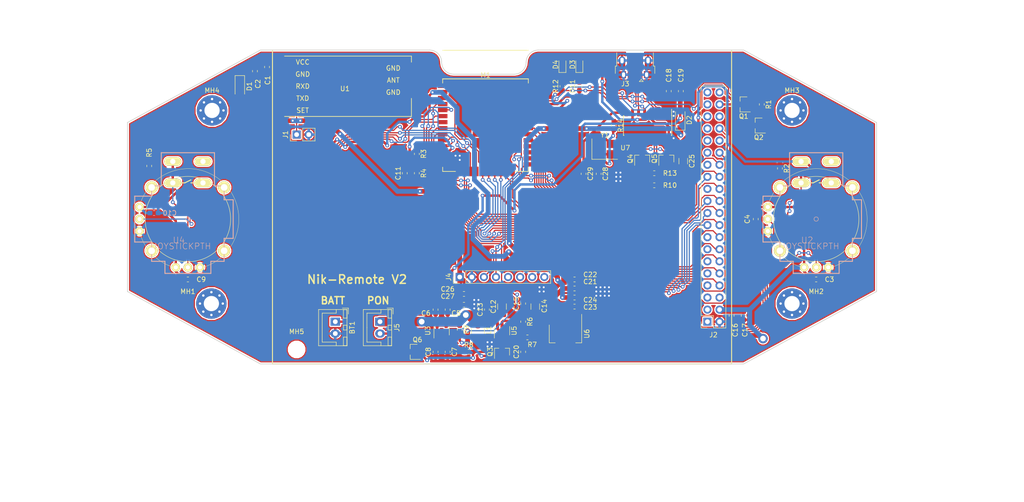
<source format=kicad_pcb>
(kicad_pcb (version 20171130) (host pcbnew "(5.0.0)")
  (layers (0 F.Cu signal) (31 B.Cu signal) (34 B.Paste user) (35 F.Paste user) (36 B.SilkS user) (37 F.SilkS user) (38 B.Mask user) (39 F.Mask user) (44 Edge.Cuts user))
  (net 0 "")
  (net 1 GND)
  (net 2 "Net-(U1-Pad7)")
  (net 3 "Net-(J1-Pad1)")
  (net 4 S_RX)
  (net 5 S_TX)
  (net 6 "Net-(C1-Pad1)")
  (net 7 +3V3)
  (net 8 J_SW2)
  (net 9 J_H2)
  (net 10 J_V2)
  (net 11 J_V1)
  (net 12 J_H1)
  (net 13 J_SW1)
  (net 14 EN)
  (net 15 T_RST)
  (net 16 T_CS)
  (net 17 BAT_ADC)
  (net 18 T_RD)
  (net 19 T_WR)
  (net 20 IO0)
  (net 21 T_D10)
  (net 22 T_D11)
  (net 23 T_D12)
  (net 24 T_D13)
  (net 25 T_D14)
  (net 26 T_D15)
  (net 27 "Net-(M1-Pad32)")
  (net 28 SDA)
  (net 29 USB_RX)
  (net 30 USB_TX)
  (net 31 SCL)
  (net 32 T_BL)
  (net 33 T_RS)
  (net 34 FDO)
  (net 35 F_DIN)
  (net 36 F_CS)
  (net 37 F_CLK)
  (net 38 T_D8)
  (net 39 T_D9)
  (net 40 "Net-(R6-Pad2)")
  (net 41 +5V)
  (net 42 "Net-(Q1-Pad1)")
  (net 43 VBUS)
  (net 44 "Net-(C20-Pad1)")
  (net 45 VDD)
  (net 46 "Net-(Q5-Pad1)")
  (net 47 "Net-(Q4-Pad2)")
  (net 48 "Net-(C28-Pad1)")
  (net 49 "Net-(R14-Pad1)")
  (net 50 "Net-(Q4-Pad1)")
  (net 51 "Net-(Q5-Pad2)")
  (net 52 BST_EN)
  (net 53 "Net-(L1-Pad2)")
  (net 54 T_LED)
  (net 55 "Net-(J3-Pad3)")
  (net 56 "Net-(J3-Pad2)")
  (net 57 "Net-(C29-Pad1)")
  (net 58 "Net-(U7-Pad9)")
  (net 59 "Net-(U7-Pad10)")
  (net 60 "Net-(U7-Pad11)")
  (net 61 "Net-(U7-Pad12)")
  (net 62 "Net-(U7-Pad15)")
  (net 63 "Net-(J3-Pad4)")
  (net 64 "Net-(J2-Pad3)")
  (net 65 "Net-(J2-Pad23)")
  (net 66 "Net-(J2-Pad32)")
  (net 67 F_IRQ)
  (net 68 "Net-(J2-Pad35)")
  (net 69 "Net-(J2-Pad36)")
  (net 70 "Net-(J2-Pad37)")
  (net 71 "Net-(J2-Pad39)")
  (net 72 "Net-(J2-Pad40)")
  (net 73 "Net-(J4-Pad5)")
  (net 74 "Net-(J4-Pad6)")
  (net 75 "Net-(J4-Pad7)")
  (net 76 "Net-(J4-Pad8)")
  (net 77 "Net-(J2-Pad1)")
  (net 78 "Net-(J2-Pad5)")
  (net 79 "Net-(J2-Pad6)")
  (net 80 "Net-(J2-Pad7)")
  (net 81 "Net-(J2-Pad9)")
  (net 82 "Net-(J2-Pad11)")
  (net 83 "Net-(J2-Pad13)")
  (net 84 "Net-(J2-Pad15)")
  (net 85 "Net-(J2-Pad29)")
  (net 86 "Net-(J2-Pad31)")
  (net 87 "Net-(J2-Pad33)")
  (net 88 "Net-(C12-Pad1)")
  (net 89 "Net-(D3-Pad1)")
  (net 90 "Net-(D4-Pad1)")
  (net 91 "Net-(J5-Pad2)")
  (module MountingHole:MountingHole_3.2mm_M3_ISO14580 (layer F.Cu) (at 109.22 129.032)
    (fp_text reference MH5 (at 0 -3.75) (layer F.SilkS))
    (fp_text value MountingHole)
    (pad 1 np_thru_hole circle (at 0 0) (size 3.2 3.2) (drill 3.2) (layers *.Cu *.Mask))
  )
  (module Connector_JST:JST_XH_B02B-XH-A_1x02_P2.50mm_Vertical (layer F.Cu) (at 126.746 123.19 270)
    (fp_text reference J5 (at 1.25 -3.55 270) (layer F.SilkS))
    (fp_text value Conn_02x01)
    (pad 2 thru_hole oval (at 2.5 0 270) (size 1.7 2) (drill 1) (layers *.Cu *.Mask) (net 91 "Net-(J5-Pad2)"))
    (pad 1 thru_hole rect (at 0 0 270) (size 1.7 2) (drill 1) (layers *.Cu *.Mask) (net 88 "Net-(C12-Pad1)"))
  )
  (module Connector_JST:JST_XH_B02B-XH-A_1x02_P2.50mm_Vertical (layer F.Cu) (at 117.348 123.19 270)
    (fp_text reference BT1 (at 1.25 -3.55 270) (layer F.SilkS))
    (fp_text value Battery)
    (pad 1 thru_hole rect (at 0 0 270) (size 1.7 2) (drill 1) (layers *.Cu *.Mask) (net 43 VBUS))
    (pad 2 thru_hole oval (at 2.5 0 270) (size 1.7 2) (drill 1) (layers *.Cu *.Mask) (net 1 GND))
  )
  (module Connector_USB:USB_Micro-B_Amphenol_10103594-0001LF_Horizontal (layer F.Cu) (at 180.34 69.342 180)
    (fp_text reference J3 (at 2.032 -3.81 180) (layer F.SilkS))
    (fp_text value USB_B_Micro)
    (pad 6 smd rect (at 2.725 0.185 180) (size 1.35 2) (layers F.Cu F.Paste F.Mask) (net 1 GND))
    (pad 6 smd rect (at -2.755 0.185 180) (size 1.35 2) (layers F.Cu F.Paste F.Mask) (net 1 GND))
    (pad 6 smd rect (at -2.975 -0.565 180) (size 1.825 0.7) (layers F.Cu F.Paste F.Mask) (net 1 GND))
    (pad 6 smd rect (at 2.975 -0.565 180) (size 1.825 0.7) (layers F.Cu F.Paste F.Mask) (net 1 GND))
    (pad 6 smd rect (at -2.875 -1.865 180) (size 2 1.5) (layers F.Cu F.Paste F.Mask) (net 1 GND))
    (pad 6 smd rect (at 2.875 -1.885 180) (size 2 1.5) (layers F.Cu F.Paste F.Mask) (net 1 GND))
    (pad 1 smd rect (at -1.325 -1.765 270) (size 1.65 0.4) (layers F.Cu F.Paste F.Mask) (net 45 VDD))
    (pad 2 smd rect (at -0.675 -1.765 270) (size 1.65 0.4) (layers F.Cu F.Paste F.Mask) (net 56 "Net-(J3-Pad2)"))
    (pad 3 smd rect (at -0.025 -1.765 270) (size 1.65 0.4) (layers F.Cu F.Paste F.Mask) (net 55 "Net-(J3-Pad3)"))
    (pad 4 smd rect (at 0.625 -1.765 270) (size 1.65 0.4) (layers F.Cu F.Paste F.Mask) (net 63 "Net-(J3-Pad4)"))
    (pad 5 smd rect (at 1.275 -1.765 270) (size 1.65 0.4) (layers F.Cu F.Paste F.Mask) (net 1 GND))
    (pad 6 thru_hole oval (at -2.445 -1.885 270) (size 1.5 1.1) (drill oval 1.05 0.65) (layers *.Cu *.Mask) (net 1 GND))
    (pad 6 thru_hole oval (at 2.395 -1.885 270) (size 1.5 1.1) (drill oval 1.05 0.65) (layers *.Cu *.Mask) (net 1 GND))
    (pad 6 thru_hole oval (at -2.755 1.115 270) (size 1.7 1.35) (drill oval 1.2 0.7) (layers *.Cu *.Mask) (net 1 GND))
    (pad 6 thru_hole oval (at 2.705 1.115 270) (size 1.7 1.35) (drill oval 1.2 0.7) (layers *.Cu *.Mask) (net 1 GND))
    (pad 6 smd rect (at -0.985 1.385 270) (size 2.5 1.43) (layers F.Cu F.Paste F.Mask) (net 1 GND))
    (pad 6 smd rect (at 0.935 1.385 270) (size 2.5 1.43) (layers F.Cu F.Paste F.Mask) (net 1 GND))
  )
  (module Package_TO_SOT_SMD:SOT-23 (layer F.Cu) (at 133.858 129.54 180)
    (fp_text reference Q6 (at -0.762 2.54 180) (layer F.SilkS))
    (fp_text value Q_PMOS_GSD)
    (pad 1 smd rect (at -1 -0.95 180) (size 0.9 0.8) (layers F.Cu F.Paste F.Mask) (net 52 BST_EN))
    (pad 2 smd rect (at -1 0.95 180) (size 0.9 0.8) (layers F.Cu F.Paste F.Mask) (net 43 VBUS))
    (pad 3 smd rect (at 1 0 180) (size 0.9 0.8) (layers F.Cu F.Paste F.Mask) (net 91 "Net-(J5-Pad2)"))
  )
  (module Crystal:Crystal_SMD_SeikoEpson_TSX3225-4Pin_3.2x2.5mm_HandSoldering (layer F.Cu) (at 173.99 86.868)
    (fp_text reference Y1 (at 0 -2.95) (layer F.SilkS))
    (fp_text value 12Mhz)
    (pad 1 smd rect (at -1.45 1.0875) (size 2.1 1.725) (layers F.Cu F.Paste F.Mask) (net 48 "Net-(C28-Pad1)"))
    (pad 2 smd rect (at 1.45 1.0875) (size 2.1 1.725) (layers F.Cu F.Paste F.Mask) (net 1 GND))
    (pad 3 smd rect (at 1.45 -1.0875) (size 2.1 1.725) (layers F.Cu F.Paste F.Mask) (net 57 "Net-(C29-Pad1)"))
    (pad 4 smd rect (at -1.45 -1.0875) (size 2.1 1.725) (layers F.Cu F.Paste F.Mask) (net 1 GND))
  )
  (module Capacitor_SMD:C_1206_3216Metric_Pad1.42x1.75mm_HandSolder (layer F.Cu) (at 190.5 89.408 270)
    (fp_text reference C25 (at 0 -1.82 270) (layer F.SilkS))
    (fp_text value 10u)
    (pad 1 smd roundrect (at -1.4875 0 270) (size 1.425 1.75) (layers F.Cu F.Paste F.Mask) (roundrect_rratio 0.175439) (net 14 EN))
    (pad 2 smd roundrect (at 1.4875 0 270) (size 1.425 1.75) (layers F.Cu F.Paste F.Mask) (roundrect_rratio 0.175439) (net 1 GND))
  )
  (module adafruit:JOYSTICK (layer F.Cu) (at 218.44 101.6)
    (fp_text reference U2 (at -1.905 4.445) (layer B.SilkS) (effects (font (size 1.27 1.27) (thickness 0.1016))))
    (fp_text value JOYSTICKPTH (at -1.27 5.715) (layer B.SilkS) (effects (font (size 1.27 1.27) (thickness 0.1016))))
    (pad V3 thru_hole circle (at -10.16 2.54 90) (size 1.778 1.778) (drill 0.889) (layers F&B.Cu F.Paste F.SilkS F.Mask) (net 1 GND))
    (pad V2 thru_hole circle (at -10.16 0 90) (size 1.778 1.778) (drill 0.889) (layers F&B.Cu F.Paste F.SilkS F.Mask) (net 11 J_V1))
    (pad V1 thru_hole circle (at -10.16 -2.54 90) (size 1.778 1.778) (drill 0.889) (layers F&B.Cu F.Paste F.SilkS F.Mask) (net 7 +3V3))
    (pad MOUN thru_hole circle (at 7.62 -6.6675 90) (size 2.54 2.54) (drill 1.397) (layers F&B.Cu F.Paste F.SilkS F.Mask))
    (pad MOUN thru_hole circle (at 7.62 6.6675 90) (size 2.54 2.54) (drill 1.397) (layers F&B.Cu F.Paste F.SilkS F.Mask))
    (pad MOUN thru_hole circle (at -7.62 6.6675 90) (size 2.54 2.54) (drill 1.397) (layers F&B.Cu F.Paste F.SilkS F.Mask))
    (pad MOUN thru_hole circle (at -7.62 -6.6675 90) (size 2.54 2.54) (drill 1.397) (layers F&B.Cu F.Paste F.SilkS F.Mask))
    (pad H3 thru_hole circle (at 2.54 10.16 90) (size 1.778 1.778) (drill 0.889) (layers F&B.Cu F.Paste F.SilkS F.Mask) (net 1 GND))
    (pad H2 thru_hole circle (at 0 10.16 90) (size 1.778 1.778) (drill 0.889) (layers F&B.Cu F.Paste F.SilkS F.Mask) (net 12 J_H1))
    (pad H1 thru_hole circle (at -2.54 10.16 90) (size 1.778 1.778) (drill 0.889) (layers F&B.Cu F.Paste F.SilkS F.Mask) (net 7 +3V3))
    (pad B2B thru_hole oval (at 3.175 -7.62 90) (size 1.778 3.556) (drill 1.09982) (layers F&B.Cu F.Paste F.SilkS F.Mask))
    (pad B2A thru_hole oval (at -3.175 -7.62 90) (size 1.778 3.556) (drill 1.09982) (layers F&B.Cu F.Paste F.SilkS F.Mask) (net 13 J_SW1))
    (pad B1B thru_hole oval (at 3.175 -12.11834 90) (size 1.778 3.556) (drill 1.09982) (layers F&B.Cu F.Paste F.SilkS F.Mask))
    (pad B1A thru_hole oval (at -3.175 -12.11834 90) (size 1.778 3.556) (drill 1.09982) (layers F&B.Cu F.Paste F.SilkS F.Mask) (net 7 +3V3))
  )
  (module adafruit:JOYSTICK (layer F.Cu) (at 86.36 101.6)
    (fp_text reference U4 (at -1.905 4.445) (layer B.SilkS) (effects (font (size 1.27 1.27) (thickness 0.1016))))
    (fp_text value JOYSTICKPTH (at -1.27 5.715) (layer B.SilkS) (effects (font (size 1.27 1.27) (thickness 0.1016))))
    (pad B1A thru_hole oval (at -3.175 -12.11834 90) (size 1.778 3.556) (drill 1.09982) (layers F&B.Cu F.Paste F.SilkS F.Mask) (net 7 +3V3))
    (pad B1B thru_hole oval (at 3.175 -12.11834 90) (size 1.778 3.556) (drill 1.09982) (layers F&B.Cu F.Paste F.SilkS F.Mask))
    (pad B2A thru_hole oval (at -3.175 -7.62 90) (size 1.778 3.556) (drill 1.09982) (layers F&B.Cu F.Paste F.SilkS F.Mask) (net 8 J_SW2))
    (pad B2B thru_hole oval (at 3.175 -7.62 90) (size 1.778 3.556) (drill 1.09982) (layers F&B.Cu F.Paste F.SilkS F.Mask))
    (pad H1 thru_hole circle (at -2.54 10.16 90) (size 1.778 1.778) (drill 0.889) (layers F&B.Cu F.Paste F.SilkS F.Mask) (net 7 +3V3))
    (pad H2 thru_hole circle (at 0 10.16 90) (size 1.778 1.778) (drill 0.889) (layers F&B.Cu F.Paste F.SilkS F.Mask) (net 9 J_H2))
    (pad H3 thru_hole circle (at 2.54 10.16 90) (size 1.778 1.778) (drill 0.889) (layers F&B.Cu F.Paste F.SilkS F.Mask) (net 1 GND))
    (pad MOUN thru_hole circle (at -7.62 -6.6675 90) (size 2.54 2.54) (drill 1.397) (layers F&B.Cu F.Paste F.SilkS F.Mask))
    (pad MOUN thru_hole circle (at -7.62 6.6675 90) (size 2.54 2.54) (drill 1.397) (layers F&B.Cu F.Paste F.SilkS F.Mask))
    (pad MOUN thru_hole circle (at 7.62 6.6675 90) (size 2.54 2.54) (drill 1.397) (layers F&B.Cu F.Paste F.SilkS F.Mask))
    (pad MOUN thru_hole circle (at 7.62 -6.6675 90) (size 2.54 2.54) (drill 1.397) (layers F&B.Cu F.Paste F.SilkS F.Mask))
    (pad V1 thru_hole circle (at -10.16 -2.54 90) (size 1.778 1.778) (drill 0.889) (layers F&B.Cu F.Paste F.SilkS F.Mask) (net 7 +3V3))
    (pad V2 thru_hole circle (at -10.16 0 90) (size 1.778 1.778) (drill 0.889) (layers F&B.Cu F.Paste F.SilkS F.Mask) (net 10 J_V2))
    (pad V3 thru_hole circle (at -10.16 2.54 90) (size 1.778 1.778) (drill 0.889) (layers F&B.Cu F.Paste F.SilkS F.Mask) (net 1 GND))
  )
  (module MountingHole:MountingHole_3.2mm_M3_Pad_Via (layer F.Cu) (at 213.36 119.38)
    (fp_text reference MH2 (at 5.08 -2.54) (layer F.SilkS))
    (fp_text value MountingHole)
    (pad 1 thru_hole circle (at 1.697056 -1.697056) (size 0.8 0.8) (drill 0.5) (layers *.Cu *.Mask))
    (pad 1 thru_hole circle (at 0 -2.4) (size 0.8 0.8) (drill 0.5) (layers *.Cu *.Mask))
    (pad 1 thru_hole circle (at -1.697056 -1.697056) (size 0.8 0.8) (drill 0.5) (layers *.Cu *.Mask))
    (pad 1 thru_hole circle (at -2.4 0) (size 0.8 0.8) (drill 0.5) (layers *.Cu *.Mask))
    (pad 1 thru_hole circle (at -1.697056 1.697056) (size 0.8 0.8) (drill 0.5) (layers *.Cu *.Mask))
    (pad 1 thru_hole circle (at 0 2.4) (size 0.8 0.8) (drill 0.5) (layers *.Cu *.Mask))
    (pad 1 thru_hole circle (at 1.697056 1.697056) (size 0.8 0.8) (drill 0.5) (layers *.Cu *.Mask))
    (pad 1 thru_hole circle (at 2.4 0) (size 0.8 0.8) (drill 0.5) (layers *.Cu *.Mask))
    (pad 1 thru_hole circle (at 0 0) (size 6.4 6.4) (drill 3.2) (layers *.Cu *.Mask))
  )
  (module MountingHole:MountingHole_3.2mm_M3_Pad_Via (layer F.Cu) (at 91.3 119.38)
    (fp_text reference MH1 (at -4.94 -2.54) (layer F.SilkS))
    (fp_text value MountingHole)
    (pad 1 thru_hole circle (at 0 0) (size 6.4 6.4) (drill 3.2) (layers *.Cu *.Mask))
    (pad 1 thru_hole circle (at 2.4 0) (size 0.8 0.8) (drill 0.5) (layers *.Cu *.Mask))
    (pad 1 thru_hole circle (at 1.697056 1.697056) (size 0.8 0.8) (drill 0.5) (layers *.Cu *.Mask))
    (pad 1 thru_hole circle (at 0 2.4) (size 0.8 0.8) (drill 0.5) (layers *.Cu *.Mask))
    (pad 1 thru_hole circle (at -1.697056 1.697056) (size 0.8 0.8) (drill 0.5) (layers *.Cu *.Mask))
    (pad 1 thru_hole circle (at -2.4 0) (size 0.8 0.8) (drill 0.5) (layers *.Cu *.Mask))
    (pad 1 thru_hole circle (at -1.697056 -1.697056) (size 0.8 0.8) (drill 0.5) (layers *.Cu *.Mask))
    (pad 1 thru_hole circle (at 0 -2.4) (size 0.8 0.8) (drill 0.5) (layers *.Cu *.Mask))
    (pad 1 thru_hole circle (at 1.697056 -1.697056) (size 0.8 0.8) (drill 0.5) (layers *.Cu *.Mask))
  )
  (module MountingHole:MountingHole_3.2mm_M3_Pad_Via (layer F.Cu) (at 213.36 78.74)
    (fp_text reference MH3 (at 0 -4.2) (layer F.SilkS))
    (fp_text value MountingHole)
    (pad 1 thru_hole circle (at 1.697056 -1.697056) (size 0.8 0.8) (drill 0.5) (layers *.Cu *.Mask))
    (pad 1 thru_hole circle (at 0 -2.4) (size 0.8 0.8) (drill 0.5) (layers *.Cu *.Mask))
    (pad 1 thru_hole circle (at -1.697056 -1.697056) (size 0.8 0.8) (drill 0.5) (layers *.Cu *.Mask))
    (pad 1 thru_hole circle (at -2.4 0) (size 0.8 0.8) (drill 0.5) (layers *.Cu *.Mask))
    (pad 1 thru_hole circle (at -1.697056 1.697056) (size 0.8 0.8) (drill 0.5) (layers *.Cu *.Mask))
    (pad 1 thru_hole circle (at 0 2.4) (size 0.8 0.8) (drill 0.5) (layers *.Cu *.Mask))
    (pad 1 thru_hole circle (at 1.697056 1.697056) (size 0.8 0.8) (drill 0.5) (layers *.Cu *.Mask))
    (pad 1 thru_hole circle (at 2.4 0) (size 0.8 0.8) (drill 0.5) (layers *.Cu *.Mask))
    (pad 1 thru_hole circle (at 0 0) (size 6.4 6.4) (drill 3.2) (layers *.Cu *.Mask))
  )
  (module MountingHole:MountingHole_3.2mm_M3_Pad_Via (layer F.Cu) (at 91.44 78.74)
    (fp_text reference MH4 (at 0 -4.2) (layer F.SilkS))
    (fp_text value MountingHole)
    (pad 1 thru_hole circle (at 0 0) (size 6.4 6.4) (drill 3.2) (layers *.Cu *.Mask))
    (pad 1 thru_hole circle (at 2.4 0) (size 0.8 0.8) (drill 0.5) (layers *.Cu *.Mask))
    (pad 1 thru_hole circle (at 1.697056 1.697056) (size 0.8 0.8) (drill 0.5) (layers *.Cu *.Mask))
    (pad 1 thru_hole circle (at 0 2.4) (size 0.8 0.8) (drill 0.5) (layers *.Cu *.Mask))
    (pad 1 thru_hole circle (at -1.697056 1.697056) (size 0.8 0.8) (drill 0.5) (layers *.Cu *.Mask))
    (pad 1 thru_hole circle (at -2.4 0) (size 0.8 0.8) (drill 0.5) (layers *.Cu *.Mask))
    (pad 1 thru_hole circle (at -1.697056 -1.697056) (size 0.8 0.8) (drill 0.5) (layers *.Cu *.Mask))
    (pad 1 thru_hole circle (at 0 -2.4) (size 0.8 0.8) (drill 0.5) (layers *.Cu *.Mask))
    (pad 1 thru_hole circle (at 1.697056 -1.697056) (size 0.8 0.8) (drill 0.5) (layers *.Cu *.Mask))
  )
  (module Package_SO:SOIC-16_3.9x9.9mm_P1.27mm (layer F.Cu) (at 183.007 81.915 270)
    (fp_text reference U7 (at 4.699 4.699) (layer F.SilkS))
    (fp_text value CH340G)
    (pad 1 smd rect (at -2.7 -4.445 270) (size 1.5 0.6) (layers F.Cu F.Paste F.Mask) (net 1 GND))
    (pad 2 smd rect (at -2.7 -3.175 270) (size 1.5 0.6) (layers F.Cu F.Paste F.Mask) (net 30 USB_TX))
    (pad 3 smd rect (at -2.7 -1.905 270) (size 1.5 0.6) (layers F.Cu F.Paste F.Mask) (net 29 USB_RX))
    (pad 4 smd rect (at -2.7 -0.635 270) (size 1.5 0.6) (layers F.Cu F.Paste F.Mask) (net 7 +3V3))
    (pad 5 smd rect (at -2.7 0.635 270) (size 1.5 0.6) (layers F.Cu F.Paste F.Mask) (net 55 "Net-(J3-Pad3)"))
    (pad 6 smd rect (at -2.7 1.905 270) (size 1.5 0.6) (layers F.Cu F.Paste F.Mask) (net 56 "Net-(J3-Pad2)"))
    (pad 7 smd rect (at -2.7 3.175 270) (size 1.5 0.6) (layers F.Cu F.Paste F.Mask) (net 49 "Net-(R14-Pad1)"))
    (pad 8 smd rect (at -2.7 4.445 270) (size 1.5 0.6) (layers F.Cu F.Paste F.Mask) (net 57 "Net-(C29-Pad1)"))
    (pad 9 smd rect (at 2.7 4.445 270) (size 1.5 0.6) (layers F.Cu F.Paste F.Mask) (net 58 "Net-(U7-Pad9)"))
    (pad 10 smd rect (at 2.7 3.175 270) (size 1.5 0.6) (layers F.Cu F.Paste F.Mask) (net 59 "Net-(U7-Pad10)"))
    (pad 11 smd rect (at 2.7 1.905 270) (size 1.5 0.6) (layers F.Cu F.Paste F.Mask) (net 60 "Net-(U7-Pad11)"))
    (pad 12 smd rect (at 2.7 0.635 270) (size 1.5 0.6) (layers F.Cu F.Paste F.Mask) (net 61 "Net-(U7-Pad12)"))
    (pad 13 smd rect (at 2.7 -0.635 270) (size 1.5 0.6) (layers F.Cu F.Paste F.Mask) (net 47 "Net-(Q4-Pad2)"))
    (pad 14 smd rect (at 2.7 -1.905 270) (size 1.5 0.6) (layers F.Cu F.Paste F.Mask) (net 51 "Net-(Q5-Pad2)"))
    (pad 15 smd rect (at 2.7 -3.175 270) (size 1.5 0.6) (layers F.Cu F.Paste F.Mask) (net 62 "Net-(U7-Pad15)"))
    (pad 16 smd rect (at 2.7 -4.445 270) (size 1.5 0.6) (layers F.Cu F.Paste F.Mask) (net 7 +3V3))
  )
  (module Diode_SMD:D_SOD-123 (layer F.Cu) (at 97.282 73.66 270)
    (fp_text reference D1 (at 0 -2 270) (layer F.SilkS))
    (fp_text value 1N5819)
    (pad 1 smd rect (at -1.65 0 270) (size 0.9 1.2) (layers F.Cu F.Paste F.Mask) (net 6 "Net-(C1-Pad1)"))
    (pad 2 smd rect (at 1.65 0 270) (size 0.9 1.2) (layers F.Cu F.Paste F.Mask) (net 41 +5V))
  )
  (module Capacitor_SMD:C_0603_1608Metric_Pad1.05x0.95mm_HandSolder (layer F.Cu) (at 203.2 121.92 270)
    (fp_text reference C17 (at 3.048 -0.254 270) (layer F.SilkS))
    (fp_text value 100n)
    (pad 1 smd roundrect (at -0.875 0 270) (size 1.05 0.95) (layers F.Cu F.Paste F.Mask) (net 7 +3V3))
    (pad 2 smd roundrect (at 0.875 0 270) (size 1.05 0.95) (layers F.Cu F.Paste F.Mask) (net 1 GND))
  )
  (module Capacitor_SMD:C_0603_1608Metric_Pad1.05x0.95mm_HandSolder (layer F.Cu) (at 169.545 92.075 270)
    (fp_text reference C29 (at 0 -1.43 270) (layer F.SilkS))
    (fp_text value 22p)
    (pad 2 smd roundrect (at 0.875 0 270) (size 1.05 0.95) (layers F.Cu F.Paste F.Mask) (net 1 GND))
    (pad 1 smd roundrect (at -0.875 0 270) (size 1.05 0.95) (layers F.Cu F.Paste F.Mask) (net 57 "Net-(C29-Pad1)"))
  )
  (module Capacitor_SMD:C_0603_1608Metric_Pad1.05x0.95mm_HandSolder (layer F.Cu) (at 187.452 74.676 90)
    (fp_text reference C18 (at 3.302 0 90) (layer F.SilkS))
    (fp_text value 1u)
    (pad 1 smd roundrect (at -0.875 0 90) (size 1.05 0.95) (layers F.Cu F.Paste F.Mask) (net 45 VDD))
    (pad 2 smd roundrect (at 0.875 0 90) (size 1.05 0.95) (layers F.Cu F.Paste F.Mask) (net 1 GND))
  )
  (module Capacitor_SMD:C_0603_1608Metric_Pad1.05x0.95mm_HandSolder (layer F.Cu) (at 189.992 74.676 90)
    (fp_text reference C19 (at 3.302 0 90) (layer F.SilkS))
    (fp_text value 100n)
    (pad 2 smd roundrect (at 0.875 0 90) (size 1.05 0.95) (layers F.Cu F.Paste F.Mask) (net 1 GND))
    (pad 1 smd roundrect (at -0.875 0 90) (size 1.05 0.95) (layers F.Cu F.Paste F.Mask) (net 45 VDD))
  )
  (module Capacitor_SMD:C_0603_1608Metric_Pad1.05x0.95mm_HandSolder (layer F.Cu) (at 156.845 129.54 90)
    (fp_text reference C20 (at 0 -1.43 90) (layer F.SilkS))
    (fp_text value 1u)
    (pad 1 smd roundrect (at -0.875 0 90) (size 1.05 0.95) (layers F.Cu F.Paste F.Mask) (net 44 "Net-(C20-Pad1)"))
    (pad 2 smd roundrect (at 0.875 0 90) (size 1.05 0.95) (layers F.Cu F.Paste F.Mask) (net 1 GND))
  )
  (module Capacitor_SMD:C_0603_1608Metric_Pad1.05x0.95mm_HandSolder (layer F.Cu) (at 167.64 116.205)
    (fp_text reference C21 (at 3.302 -1.43) (layer F.SilkS))
    (fp_text value 1u)
    (pad 2 smd roundrect (at 0.875 0) (size 1.05 0.95) (layers F.Cu F.Paste F.Mask) (net 1 GND))
    (pad 1 smd roundrect (at -0.875 0) (size 1.05 0.95) (layers F.Cu F.Paste F.Mask) (net 41 +5V))
  )
  (module Capacitor_SMD:C_0603_1608Metric_Pad1.05x0.95mm_HandSolder (layer F.Cu) (at 167.64 114.3)
    (fp_text reference C22 (at 3.302 -1.016) (layer F.SilkS))
    (fp_text value 100n)
    (pad 1 smd roundrect (at -0.875 0) (size 1.05 0.95) (layers F.Cu F.Paste F.Mask) (net 41 +5V))
    (pad 2 smd roundrect (at 0.875 0) (size 1.05 0.95) (layers F.Cu F.Paste F.Mask) (net 1 GND))
  )
  (module Capacitor_SMD:C_0603_1608Metric_Pad1.05x0.95mm_HandSolder (layer F.Cu) (at 167.64 120.015)
    (fp_text reference C23 (at 3.302 0.127) (layer F.SilkS))
    (fp_text value 1u)
    (pad 2 smd roundrect (at 0.875 0) (size 1.05 0.95) (layers F.Cu F.Paste F.Mask) (net 1 GND))
    (pad 1 smd roundrect (at -0.875 0) (size 1.05 0.95) (layers F.Cu F.Paste F.Mask) (net 7 +3V3))
  )
  (module Capacitor_SMD:C_0603_1608Metric_Pad1.05x0.95mm_HandSolder (layer F.Cu) (at 167.64 118.11)
    (fp_text reference C24 (at 3.302 0.508) (layer F.SilkS))
    (fp_text value 100n)
    (pad 1 smd roundrect (at -0.875 0) (size 1.05 0.95) (layers F.Cu F.Paste F.Mask) (net 7 +3V3))
    (pad 2 smd roundrect (at 0.875 0) (size 1.05 0.95) (layers F.Cu F.Paste F.Mask) (net 1 GND))
  )
  (module Capacitor_SMD:C_0603_1608Metric_Pad1.05x0.95mm_HandSolder (layer F.Cu) (at 144.399 117.348)
    (fp_text reference C26 (at -3.429 -1.016) (layer F.SilkS))
    (fp_text value 1u)
    (pad 2 smd roundrect (at 0.875 0) (size 1.05 0.95) (layers F.Cu F.Paste F.Mask) (net 1 GND))
    (pad 1 smd roundrect (at -0.875 0) (size 1.05 0.95) (layers F.Cu F.Paste F.Mask) (net 41 +5V))
  )
  (module Capacitor_SMD:C_0603_1608Metric_Pad1.05x0.95mm_HandSolder (layer F.Cu) (at 144.399 119.634)
    (fp_text reference C27 (at -3.429 -1.778) (layer F.SilkS))
    (fp_text value 100n)
    (pad 1 smd roundrect (at -0.875 0) (size 1.05 0.95) (layers F.Cu F.Paste F.Mask) (net 41 +5V))
    (pad 2 smd roundrect (at 0.875 0) (size 1.05 0.95) (layers F.Cu F.Paste F.Mask) (net 1 GND))
  )
  (module Capacitor_SMD:C_0603_1608Metric_Pad1.05x0.95mm_HandSolder (layer F.Cu) (at 172.72 92.075 270)
    (fp_text reference C28 (at 0 -1.43 270) (layer F.SilkS))
    (fp_text value 22p)
    (pad 1 smd roundrect (at -0.875 0 270) (size 1.05 0.95) (layers F.Cu F.Paste F.Mask) (net 48 "Net-(C28-Pad1)"))
    (pad 2 smd roundrect (at 0.875 0 270) (size 1.05 0.95) (layers F.Cu F.Paste F.Mask) (net 1 GND))
  )
  (module Capacitor_SMD:C_0603_1608Metric_Pad1.05x0.95mm_HandSolder (layer F.Cu) (at 200.66 121.92 270)
    (fp_text reference C16 (at 3.048 -0.762 270) (layer F.SilkS))
    (fp_text value 1u)
    (pad 2 smd roundrect (at 0.875 0 270) (size 1.05 0.95) (layers F.Cu F.Paste F.Mask) (net 1 GND))
    (pad 1 smd roundrect (at -0.875 0 270) (size 1.05 0.95) (layers F.Cu F.Paste F.Mask) (net 7 +3V3))
  )
  (module Capacitor_SMD:C_0603_1608Metric_Pad1.05x0.95mm_HandSolder (layer F.Cu) (at 205.74 101.6 270)
    (fp_text reference C4 (at 0 1.778 270) (layer F.SilkS))
    (fp_text value 100n)
    (pad 1 smd roundrect (at -0.875 0 270) (size 1.05 0.95) (layers F.Cu F.Paste F.Mask) (net 7 +3V3))
    (pad 2 smd roundrect (at 0.875 0 270) (size 1.05 0.95) (layers F.Cu F.Paste F.Mask) (net 1 GND))
  )
  (module Capacitor_SMD:C_0603_1608Metric_Pad1.05x0.95mm_HandSolder (layer F.Cu) (at 140.97 120.65 90)
    (fp_text reference C5 (at -0.762 1.778 180) (layer F.SilkS))
    (fp_text value 1u)
    (pad 2 smd roundrect (at 0.875 0 90) (size 1.05 0.95) (layers F.Cu F.Paste F.Mask) (net 1 GND))
    (pad 1 smd roundrect (at -0.875 0 90) (size 1.05 0.95) (layers F.Cu F.Paste F.Mask) (net 45 VDD))
  )
  (module Capacitor_SMD:C_0603_1608Metric_Pad1.05x0.95mm_HandSolder (layer F.Cu) (at 138.43 120.65 90)
    (fp_text reference C6 (at -0.762 -2.032 180) (layer F.SilkS))
    (fp_text value 100n)
    (pad 1 smd roundrect (at -0.875 0 90) (size 1.05 0.95) (layers F.Cu F.Paste F.Mask) (net 45 VDD))
    (pad 2 smd roundrect (at 0.875 0 90) (size 1.05 0.95) (layers F.Cu F.Paste F.Mask) (net 1 GND))
  )
  (module Capacitor_SMD:C_0603_1608Metric_Pad1.05x0.95mm_HandSolder (layer F.Cu) (at 140.97 129.54 270)
    (fp_text reference C7 (at 0 -1.43 270) (layer F.SilkS))
    (fp_text value 100n)
    (pad 2 smd roundrect (at 0.875 0 270) (size 1.05 0.95) (layers F.Cu F.Paste F.Mask) (net 1 GND))
    (pad 1 smd roundrect (at -0.875 0 270) (size 1.05 0.95) (layers F.Cu F.Paste F.Mask) (net 43 VBUS))
  )
  (module Capacitor_SMD:C_0603_1608Metric_Pad1.05x0.95mm_HandSolder (layer F.Cu) (at 138.43 129.54 270)
    (fp_text reference C8 (at 0 1.524 270) (layer F.SilkS))
    (fp_text value 1u)
    (pad 1 smd roundrect (at -0.875 0 270) (size 1.05 0.95) (layers F.Cu F.Paste F.Mask) (net 43 VBUS))
    (pad 2 smd roundrect (at 0.875 0 270) (size 1.05 0.95) (layers F.Cu F.Paste F.Mask) (net 1 GND))
  )
  (module Capacitor_SMD:C_0603_1608Metric_Pad1.05x0.95mm_HandSolder (layer F.Cu) (at 86.36 114.3)
    (fp_text reference C9 (at 2.794 0) (layer F.SilkS))
    (fp_text value 1u)
    (pad 2 smd roundrect (at 0.875 0) (size 1.05 0.95) (layers F.Cu F.Paste F.Mask) (net 1 GND))
    (pad 1 smd roundrect (at -0.875 0) (size 1.05 0.95) (layers F.Cu F.Paste F.Mask) (net 7 +3V3))
  )
  (module Capacitor_SMD:C_0603_1608Metric_Pad1.05x0.95mm_HandSolder (layer B.Cu) (at 79.248 100.33)
    (fp_text reference C10 (at 3.302 0) (layer B.SilkS) (effects (justify mirror)))
    (fp_text value 100n)
    (pad 1 smd roundrect (at -0.875 0) (size 1.05 0.95) (layers B.Cu B.Paste B.Mask) (net 7 +3V3))
    (pad 2 smd roundrect (at 0.875 0) (size 1.05 0.95) (layers B.Cu B.Paste B.Mask) (net 1 GND))
  )
  (module Capacitor_SMD:C_0603_1608Metric_Pad1.05x0.95mm_HandSolder (layer F.Cu) (at 131.953 91.948 270)
    (fp_text reference C11 (at 0 1.397 270) (layer F.SilkS))
    (fp_text value 1u)
    (pad 2 smd roundrect (at 0.875 0 270) (size 1.05 0.95) (layers F.Cu F.Paste F.Mask) (net 1 GND))
    (pad 1 smd roundrect (at -0.875 0 270) (size 1.05 0.95) (layers F.Cu F.Paste F.Mask) (net 17 BAT_ADC))
  )
  (module Capacitor_SMD:C_0603_1608Metric_Pad1.05x0.95mm_HandSolder (layer F.Cu) (at 100.457 70.471 270)
    (fp_text reference C2 (at 2.681 -0.635 270) (layer F.SilkS))
    (fp_text value 100n)
    (pad 1 smd roundrect (at -0.875 0 270) (size 1.05 0.95) (layers F.Cu F.Paste F.Mask) (net 6 "Net-(C1-Pad1)"))
    (pad 2 smd roundrect (at 0.875 0 270) (size 1.05 0.95) (layers F.Cu F.Paste F.Mask) (net 1 GND))
  )
  (module Capacitor_SMD:C_0603_1608Metric_Pad1.05x0.95mm_HandSolder (layer F.Cu) (at 149.225 120.65 90)
    (fp_text reference C13 (at 0 -1.43 90) (layer F.SilkS))
    (fp_text value 100n)
    (pad 2 smd roundrect (at 0.875 0 90) (size 1.05 0.95) (layers F.Cu F.Paste F.Mask) (net 1 GND))
    (pad 1 smd roundrect (at -0.875 0 90) (size 1.05 0.95) (layers F.Cu F.Paste F.Mask) (net 88 "Net-(C12-Pad1)"))
  )
  (module Capacitor_SMD:C_0603_1608Metric_Pad1.05x0.95mm_HandSolder (layer F.Cu) (at 102.997 69.596 270)
    (fp_text reference C1 (at 2.794 -0.127 270) (layer F.SilkS))
    (fp_text value 1u)
    (pad 1 smd roundrect (at -0.875 0 270) (size 1.05 0.95) (layers F.Cu F.Paste F.Mask) (net 6 "Net-(C1-Pad1)"))
    (pad 2 smd roundrect (at 0.875 0 270) (size 1.05 0.95) (layers F.Cu F.Paste F.Mask) (net 1 GND))
  )
  (module Capacitor_SMD:C_0603_1608Metric_Pad1.05x0.95mm_HandSolder (layer F.Cu) (at 218.44 114.3)
    (fp_text reference C3 (at 2.794 0) (layer F.SilkS))
    (fp_text value 1u)
    (pad 2 smd roundrect (at 0.875 0) (size 1.05 0.95) (layers F.Cu F.Paste F.Mask) (net 1 GND))
    (pad 1 smd roundrect (at -0.875 0) (size 1.05 0.95) (layers F.Cu F.Paste F.Mask) (net 7 +3V3))
  )
  (module Capacitor_SMD:C_0603_1608Metric_Pad1.05x0.95mm_HandSolder (layer F.Cu) (at 156.845 119.38 90)
    (fp_text reference C15 (at 0 -1.43 90) (layer F.SilkS))
    (fp_text value 100n)
    (pad 1 smd roundrect (at -0.875 0 90) (size 1.05 0.95) (layers F.Cu F.Paste F.Mask) (net 41 +5V))
    (pad 2 smd roundrect (at 0.875 0 90) (size 1.05 0.95) (layers F.Cu F.Paste F.Mask) (net 1 GND))
  )
  (module Capacitor_SMD:C_1206_3216Metric_Pad1.42x1.75mm_HandSolder (layer F.Cu) (at 152.4 120.015 90)
    (fp_text reference C12 (at 0 -1.82 90) (layer F.SilkS))
    (fp_text value 10u)
    (pad 2 smd roundrect (at 1.4875 0 90) (size 1.425 1.75) (layers F.Cu F.Paste F.Mask) (roundrect_rratio 0.175439) (net 1 GND))
    (pad 1 smd roundrect (at -1.4875 0 90) (size 1.425 1.75) (layers F.Cu F.Paste F.Mask) (roundrect_rratio 0.175439) (net 88 "Net-(C12-Pad1)"))
  )
  (module Capacitor_SMD:C_1206_3216Metric_Pad1.42x1.75mm_HandSolder (layer F.Cu) (at 159.385 120.015 90)
    (fp_text reference C14 (at 0.127 1.905 90) (layer F.SilkS))
    (fp_text value 10u)
    (pad 1 smd roundrect (at -1.4875 0 90) (size 1.425 1.75) (layers F.Cu F.Paste F.Mask) (roundrect_rratio 0.175439) (net 41 +5V))
    (pad 2 smd roundrect (at 1.4875 0 90) (size 1.425 1.75) (layers F.Cu F.Paste F.Mask) (roundrect_rratio 0.175439) (net 1 GND))
  )
  (module Connector_PinHeader_2.54mm:PinHeader_1x02_P2.54mm_Vertical (layer F.Cu) (at 109.22 83.82 90)
    (fp_text reference J1 (at 0 -2.33 90) (layer F.SilkS))
    (fp_text value Conn_01x02_Male)
    (pad 1 thru_hole rect (at 0 0 90) (size 1.7 1.7) (drill 1) (layers *.Cu *.Mask) (net 3 "Net-(J1-Pad1)"))
    (pad 2 thru_hole oval (at 0 2.54 90) (size 1.7 1.7) (drill 1) (layers *.Cu *.Mask) (net 1 GND))
  )
  (module Connector_PinHeader_2.54mm:PinHeader_1x08_P2.54mm_Vertical (layer F.Cu) (at 143.51 113.792 90)
    (fp_text reference J4 (at 0 -2.33 90) (layer F.SilkS))
    (fp_text value Conn_01x08_Male)
    (pad 1 thru_hole rect (at 0 0 90) (size 1.7 1.7) (drill 1) (layers *.Cu *.Mask) (net 41 +5V))
    (pad 2 thru_hole oval (at 0 2.54 90) (size 1.7 1.7) (drill 1) (layers *.Cu *.Mask) (net 1 GND))
    (pad 3 thru_hole oval (at 0 5.08 90) (size 1.7 1.7) (drill 1) (layers *.Cu *.Mask) (net 31 SCL))
    (pad 4 thru_hole oval (at 0 7.62 90) (size 1.7 1.7) (drill 1) (layers *.Cu *.Mask) (net 28 SDA))
    (pad 5 thru_hole oval (at 0 10.16 90) (size 1.7 1.7) (drill 1) (layers *.Cu *.Mask) (net 73 "Net-(J4-Pad5)"))
    (pad 6 thru_hole oval (at 0 12.7 90) (size 1.7 1.7) (drill 1) (layers *.Cu *.Mask) (net 74 "Net-(J4-Pad6)"))
    (pad 7 thru_hole oval (at 0 15.24 90) (size 1.7 1.7) (drill 1) (layers *.Cu *.Mask) (net 75 "Net-(J4-Pad7)"))
    (pad 8 thru_hole oval (at 0 17.78 90) (size 1.7 1.7) (drill 1) (layers *.Cu *.Mask) (net 76 "Net-(J4-Pad8)"))
  )
  (module Connector_PinSocket_2.54mm:PinSocket_2x20_P2.54mm_Vertical (layer F.Cu) (at 195.58 123.19 180)
    (fp_text reference J2 (at -1.27 -2.77 180) (layer F.SilkS))
    (fp_text value Conn_02x20_Odd_Even)
    (pad 1 thru_hole rect (at 0 0 180) (size 1.7 1.7) (drill 1) (layers *.Cu *.Mask) (net 77 "Net-(J2-Pad1)"))
    (pad 2 thru_hole oval (at -2.54 0 180) (size 1.7 1.7) (drill 1) (layers *.Cu *.Mask) (net 1 GND))
    (pad 3 thru_hole oval (at 0 2.54 180) (size 1.7 1.7) (drill 1) (layers *.Cu *.Mask) (net 64 "Net-(J2-Pad3)"))
    (pad 4 thru_hole oval (at -2.54 2.54 180) (size 1.7 1.7) (drill 1) (layers *.Cu *.Mask) (net 7 +3V3))
    (pad 5 thru_hole oval (at 0 5.08 180) (size 1.7 1.7) (drill 1) (layers *.Cu *.Mask) (net 78 "Net-(J2-Pad5)"))
    (pad 6 thru_hole oval (at -2.54 5.08 180) (size 1.7 1.7) (drill 1) (layers *.Cu *.Mask) (net 79 "Net-(J2-Pad6)"))
    (pad 7 thru_hole oval (at 0 7.62 180) (size 1.7 1.7) (drill 1) (layers *.Cu *.Mask) (net 80 "Net-(J2-Pad7)"))
    (pad 8 thru_hole oval (at -2.54 7.62 180) (size 1.7 1.7) (drill 1) (layers *.Cu *.Mask) (net 33 T_RS))
    (pad 9 thru_hole oval (at 0 10.16 180) (size 1.7 1.7) (drill 1) (layers *.Cu *.Mask) (net 81 "Net-(J2-Pad9)"))
    (pad 10 thru_hole oval (at -2.54 10.16 180) (size 1.7 1.7) (drill 1) (layers *.Cu *.Mask) (net 19 T_WR))
    (pad 11 thru_hole oval (at 0 12.7 180) (size 1.7 1.7) (drill 1) (layers *.Cu *.Mask) (net 82 "Net-(J2-Pad11)"))
    (pad 12 thru_hole oval (at -2.54 12.7 180) (size 1.7 1.7) (drill 1) (layers *.Cu *.Mask) (net 18 T_RD))
    (pad 13 thru_hole oval (at 0 15.24 180) (size 1.7 1.7) (drill 1) (layers *.Cu *.Mask) (net 83 "Net-(J2-Pad13)"))
    (pad 14 thru_hole oval (at -2.54 15.24 180) (size 1.7 1.7) (drill 1) (layers *.Cu *.Mask) (net 38 T_D8))
    (pad 15 thru_hole oval (at 0 17.78 180) (size 1.7 1.7) (drill 1) (layers *.Cu *.Mask) (net 84 "Net-(J2-Pad15)"))
    (pad 16 thru_hole oval (at -2.54 17.78 180) (size 1.7 1.7) (drill 1) (layers *.Cu *.Mask) (net 39 T_D9))
    (pad 17 thru_hole oval (at 0 20.32 180) (size 1.7 1.7) (drill 1) (layers *.Cu *.Mask) (net 37 F_CLK))
    (pad 18 thru_hole oval (at -2.54 20.32 180) (size 1.7 1.7) (drill 1) (layers *.Cu *.Mask) (net 21 T_D10))
    (pad 19 thru_hole oval (at 0 22.86 180) (size 1.7 1.7) (drill 1) (layers *.Cu *.Mask) (net 36 F_CS))
    (pad 20 thru_hole oval (at -2.54 22.86 180) (size 1.7 1.7) (drill 1) (layers *.Cu *.Mask) (net 22 T_D11))
    (pad 21 thru_hole oval (at 0 25.4 180) (size 1.7 1.7) (drill 1) (layers *.Cu *.Mask) (net 35 F_DIN))
    (pad 22 thru_hole oval (at -2.54 25.4 180) (size 1.7 1.7) (drill 1) (layers *.Cu *.Mask) (net 23 T_D12))
    (pad 23 thru_hole oval (at 0 27.94 180) (size 1.7 1.7) (drill 1) (layers *.Cu *.Mask) (net 65 "Net-(J2-Pad23)"))
    (pad 24 thru_hole oval (at -2.54 27.94 180) (size 1.7 1.7) (drill 1) (layers *.Cu *.Mask) (net 24 T_D13))
    (pad 25 thru_hole oval (at 0 30.48 180) (size 1.7 1.7) (drill 1) (layers *.Cu *.Mask) (net 34 FDO))
    (pad 26 thru_hole oval (at -2.54 30.48 180) (size 1.7 1.7) (drill 1) (layers *.Cu *.Mask) (net 25 T_D14))
    (pad 27 thru_hole oval (at 0 33.02 180) (size 1.7 1.7) (drill 1) (layers *.Cu *.Mask) (net 67 F_IRQ))
    (pad 28 thru_hole oval (at -2.54 33.02 180) (size 1.7 1.7) (drill 1) (layers *.Cu *.Mask) (net 26 T_D15))
    (pad 29 thru_hole oval (at 0 35.56 180) (size 1.7 1.7) (drill 1) (layers *.Cu *.Mask) (net 85 "Net-(J2-Pad29)"))
    (pad 30 thru_hole oval (at -2.54 35.56 180) (size 1.7 1.7) (drill 1) (layers *.Cu *.Mask) (net 16 T_CS))
    (pad 31 thru_hole oval (at 0 38.1 180) (size 1.7 1.7) (drill 1) (layers *.Cu *.Mask) (net 86 "Net-(J2-Pad31)"))
    (pad 32 thru_hole oval (at -2.54 38.1 180) (size 1.7 1.7) (drill 1) (layers *.Cu *.Mask) (net 66 "Net-(J2-Pad32)"))
    (pad 33 thru_hole oval (at 0 40.64 180) (size 1.7 1.7) (drill 1) (layers *.Cu *.Mask) (net 87 "Net-(J2-Pad33)"))
    (pad 34 thru_hole oval (at -2.54 40.64 180) (size 1.7 1.7) (drill 1) (layers *.Cu *.Mask) (net 15 T_RST))
    (pad 35 thru_hole oval (at 0 43.18 180) (size 1.7 1.7) (drill 1) (layers *.Cu *.Mask) (net 68 "Net-(J2-Pad35)"))
    (pad 36 thru_hole oval (at -2.54 43.18 180) (size 1.7 1.7) (drill 1) (layers *.Cu *.Mask) (net 69 "Net-(J2-Pad36)"))
    (pad 37 thru_hole oval (at 0 45.72 180) (size 1.7 1.7) (drill 1) (layers *.Cu *.Mask) (net 70 "Net-(J2-Pad37)"))
    (pad 38 thru_hole oval (at -2.54 45.72 180) (size 1.7 1.7) (drill 1) (layers *.Cu *.Mask) (net 54 T_LED))
    (pad 39 thru_hole oval (at 0 48.26 180) (size 1.7 1.7) (drill 1) (layers *.Cu *.Mask) (net 71 "Net-(J2-Pad39)"))
    (pad 40 thru_hole oval (at -2.54 48.26 180) (size 1.7 1.7) (drill 1) (layers *.Cu *.Mask) (net 72 "Net-(J2-Pad40)"))
  )
  (module Diode_SMD:D_SOD-123 (layer F.Cu) (at 189.865 80.645 90)
    (fp_text reference D2 (at -0.127 1.905 90) (layer F.SilkS))
    (fp_text value 1N5819)
    (pad 1 smd rect (at -1.65 0 90) (size 0.9 1.2) (layers F.Cu F.Paste F.Mask) (net 41 +5V))
    (pad 2 smd rect (at 1.65 0 90) (size 0.9 1.2) (layers F.Cu F.Paste F.Mask) (net 45 VDD))
  )
  (module Inductor_SMD:L_1210_3225Metric_Pad1.42x2.65mm_HandSolder (layer F.Cu) (at 147.32 125.095 270)
    (fp_text reference L1 (at -0.127 -2.28 270) (layer F.SilkS))
    (fp_text value INDUCTOR)
    (pad 1 smd roundrect (at -1.4875 0 270) (size 1.425 2.65) (layers F.Cu F.Paste F.Mask) (roundrect_rratio 0.175439) (net 88 "Net-(C12-Pad1)"))
    (pad 2 smd roundrect (at 1.4875 0 270) (size 1.425 2.65) (layers F.Cu F.Paste F.Mask) (roundrect_rratio 0.175439) (net 53 "Net-(L1-Pad2)"))
  )
  (module LED_SMD:LED_0603_1608Metric_Pad1.05x0.95mm_HandSolder (layer F.Cu) (at 165.1 69.088 90)
    (fp_text reference D4 (at 0 -1.43 90) (layer F.SilkS))
    (fp_text value LED)
    (pad 2 smd roundrect (at 0.875 0 90) (size 1.05 0.95) (layers F.Cu F.Paste F.Mask) (net 7 +3V3))
    (pad 1 smd roundrect (at -0.875 0 90) (size 1.05 0.95) (layers F.Cu F.Paste F.Mask) (net 90 "Net-(D4-Pad1)"))
  )
  (module LED_SMD:LED_0603_1608Metric_Pad1.05x0.95mm_HandSolder (layer F.Cu) (at 168.656 69.088 90)
    (fp_text reference D3 (at 0 -1.43 90) (layer F.SilkS))
    (fp_text value LED)
    (pad 1 smd roundrect (at -0.875 0 90) (size 1.05 0.95) (layers F.Cu F.Paste F.Mask) (net 89 "Net-(D3-Pad1)"))
    (pad 2 smd roundrect (at 0.875 0 90) (size 1.05 0.95) (layers F.Cu F.Paste F.Mask) (net 7 +3V3))
  )
  (module Package_TO_SOT_SMD:SOT-223-3_TabPin2 (layer F.Cu) (at 165.735 125.73 270)
    (fp_text reference U6 (at 0 -4.5 270) (layer F.SilkS))
    (fp_text value AMS1117-3.3)
    (pad 2 smd rect (at 3.15 0 270) (size 2 3.8) (layers F.Cu F.Paste F.Mask) (net 7 +3V3))
    (pad 2 smd rect (at -3.15 0 270) (size 2 1.5) (layers F.Cu F.Paste F.Mask) (net 7 +3V3))
    (pad 3 smd rect (at -3.15 2.3 270) (size 2 1.5) (layers F.Cu F.Paste F.Mask) (net 41 +5V))
    (pad 1 smd rect (at -3.15 -2.3 270) (size 2 1.5) (layers F.Cu F.Paste F.Mask) (net 1 GND))
  )
  (module Package_TO_SOT_SMD:SOT-23 (layer F.Cu) (at 206.375 81.915 180)
    (fp_text reference Q2 (at 0 -2.5 180) (layer F.SilkS))
    (fp_text value 2N7002)
    (pad 1 smd rect (at -1 -0.95 180) (size 0.9 0.8) (layers F.Cu F.Paste F.Mask) (net 32 T_BL))
    (pad 2 smd rect (at -1 0.95 180) (size 0.9 0.8) (layers F.Cu F.Paste F.Mask) (net 1 GND))
    (pad 3 smd rect (at 1 0 180) (size 0.9 0.8) (layers F.Cu F.Paste F.Mask) (net 42 "Net-(Q1-Pad1)"))
  )
  (module Package_TO_SOT_SMD:SOT-23 (layer F.Cu) (at 186.944 88.9 90)
    (fp_text reference Q5 (at 0 -2.5 90) (layer F.SilkS))
    (fp_text value S8050)
    (pad 3 smd rect (at 1 0 90) (size 0.9 0.8) (layers F.Cu F.Paste F.Mask) (net 14 EN))
    (pad 2 smd rect (at -1 0.95 90) (size 0.9 0.8) (layers F.Cu F.Paste F.Mask) (net 51 "Net-(Q5-Pad2)"))
    (pad 1 smd rect (at -1 -0.95 90) (size 0.9 0.8) (layers F.Cu F.Paste F.Mask) (net 46 "Net-(Q5-Pad1)"))
  )
  (module Package_TO_SOT_SMD:SOT-23 (layer F.Cu) (at 203.2 77.47 180)
    (fp_text reference Q1 (at 0 -2.5 180) (layer F.SilkS))
    (fp_text value Q_PMOS_GSD)
    (pad 1 smd rect (at -1 -0.95 180) (size 0.9 0.8) (layers F.Cu F.Paste F.Mask) (net 42 "Net-(Q1-Pad1)"))
    (pad 2 smd rect (at -1 0.95 180) (size 0.9 0.8) (layers F.Cu F.Paste F.Mask) (net 41 +5V))
    (pad 3 smd rect (at 1 0 180) (size 0.9 0.8) (layers F.Cu F.Paste F.Mask) (net 54 T_LED))
  )
  (module Package_TO_SOT_SMD:SOT-23 (layer F.Cu) (at 181.864 88.9 90)
    (fp_text reference Q4 (at 0 -2.5 90) (layer F.SilkS))
    (fp_text value S8050)
    (pad 3 smd rect (at 1 0 90) (size 0.9 0.8) (layers F.Cu F.Paste F.Mask) (net 20 IO0))
    (pad 2 smd rect (at -1 0.95 90) (size 0.9 0.8) (layers F.Cu F.Paste F.Mask) (net 47 "Net-(Q4-Pad2)"))
    (pad 1 smd rect (at -1 -0.95 90) (size 0.9 0.8) (layers F.Cu F.Paste F.Mask) (net 50 "Net-(Q4-Pad1)"))
  )
  (module Package_TO_SOT_SMD:SOT-23 (layer F.Cu) (at 152.4 129.54 90)
    (fp_text reference Q3 (at 0 -2.5 90) (layer F.SilkS))
    (fp_text value 2N7002)
    (pad 1 smd rect (at -1 -0.95 90) (size 0.9 0.8) (layers F.Cu F.Paste F.Mask) (net 44 "Net-(C20-Pad1)"))
    (pad 2 smd rect (at -1 0.95 90) (size 0.9 0.8) (layers F.Cu F.Paste F.Mask) (net 1 GND))
    (pad 3 smd rect (at 1 0 90) (size 0.9 0.8) (layers F.Cu F.Paste F.Mask) (net 52 BST_EN))
  )
  (module Package_TO_SOT_SMD:SOT-23-5 (layer F.Cu) (at 139.7 125.095 90)
    (fp_text reference U3 (at 0 -2.9 90) (layer F.SilkS))
    (fp_text value MCP73811T)
    (pad 1 smd rect (at -1.1 -0.95 90) (size 1.06 0.65) (layers F.Cu F.Paste F.Mask) (net 45 VDD))
    (pad 2 smd rect (at -1.1 0 90) (size 1.06 0.65) (layers F.Cu F.Paste F.Mask) (net 1 GND))
    (pad 3 smd rect (at -1.1 0.95 90) (size 1.06 0.65) (layers F.Cu F.Paste F.Mask) (net 43 VBUS))
    (pad 4 smd rect (at 1.1 0.95 90) (size 1.06 0.65) (layers F.Cu F.Paste F.Mask) (net 45 VDD))
    (pad 5 smd rect (at 1.1 -0.95 90) (size 1.06 0.65) (layers F.Cu F.Paste F.Mask) (net 45 VDD))
  )
  (module Package_TO_SOT_SMD:SOT-23-6 (layer F.Cu) (at 152.4 125.095 90)
    (fp_text reference U5 (at 0 2.54 90) (layer F.SilkS))
    (fp_text value MCP1640BCH)
    (pad 1 smd rect (at -1.1 -0.95 90) (size 1.06 0.65) (layers F.Cu F.Paste F.Mask) (net 53 "Net-(L1-Pad2)"))
    (pad 2 smd rect (at -1.1 0 90) (size 1.06 0.65) (layers F.Cu F.Paste F.Mask) (net 1 GND))
    (pad 3 smd rect (at -1.1 0.95 90) (size 1.06 0.65) (layers F.Cu F.Paste F.Mask) (net 88 "Net-(C12-Pad1)"))
    (pad 4 smd rect (at 1.1 0.95 90) (size 1.06 0.65) (layers F.Cu F.Paste F.Mask) (net 40 "Net-(R6-Pad2)"))
    (pad 6 smd rect (at 1.1 -0.95 90) (size 1.06 0.65) (layers F.Cu F.Paste F.Mask) (net 88 "Net-(C12-Pad1)"))
    (pad 5 smd rect (at 1.1 0 90) (size 1.06 0.65) (layers F.Cu F.Paste F.Mask) (net 41 +5V))
  )
  (module Resistor_SMD:R_0603_1608Metric_Pad1.05x0.95mm_HandSolder (layer F.Cu) (at 145.415 129.54)
    (fp_text reference R8 (at 0 -1.43) (layer F.SilkS))
    (fp_text value 10k)
    (pad 2 smd roundrect (at 0.875 0) (size 1.05 0.95) (layers F.Cu F.Paste F.Mask) (net 52 BST_EN))
    (pad 1 smd roundrect (at -0.875 0) (size 1.05 0.95) (layers F.Cu F.Paste F.Mask) (net 43 VBUS))
  )
  (module Resistor_SMD:R_0603_1608Metric_Pad1.05x0.95mm_HandSolder (layer F.Cu) (at 184.404 94.488)
    (fp_text reference R10 (at 3.302 0) (layer F.SilkS))
    (fp_text value 12k)
    (pad 1 smd roundrect (at -0.875 0) (size 1.05 0.95) (layers F.Cu F.Paste F.Mask) (net 50 "Net-(Q4-Pad1)"))
    (pad 2 smd roundrect (at 0.875 0) (size 1.05 0.95) (layers F.Cu F.Paste F.Mask) (net 51 "Net-(Q5-Pad2)"))
  )
  (module Resistor_SMD:R_0603_1608Metric_Pad1.05x0.95mm_HandSolder (layer F.Cu) (at 175.895 81.915 270)
    (fp_text reference R14 (at 0 -1.43 270) (layer F.SilkS))
    (fp_text value 220R)
    (pad 2 smd roundrect (at 0.875 0 270) (size 1.05 0.95) (layers F.Cu F.Paste F.Mask) (net 48 "Net-(C28-Pad1)"))
    (pad 1 smd roundrect (at -0.875 0 270) (size 1.05 0.95) (layers F.Cu F.Paste F.Mask) (net 49 "Net-(R14-Pad1)"))
  )
  (module Resistor_SMD:R_0603_1608Metric_Pad1.05x0.95mm_HandSolder (layer F.Cu) (at 184.404 91.948 180)
    (fp_text reference R13 (at -3.302 0 180) (layer F.SilkS))
    (fp_text value 12k)
    (pad 1 smd roundrect (at -0.875 0 180) (size 1.05 0.95) (layers F.Cu F.Paste F.Mask) (net 46 "Net-(Q5-Pad1)"))
    (pad 2 smd roundrect (at 0.875 0 180) (size 1.05 0.95) (layers F.Cu F.Paste F.Mask) (net 47 "Net-(Q4-Pad2)"))
  )
  (module Resistor_SMD:R_0603_1608Metric_Pad1.05x0.95mm_HandSolder (layer F.Cu) (at 165.1 73.66 90)
    (fp_text reference R12 (at 0 -1.43 90) (layer F.SilkS))
    (fp_text value 1k)
    (pad 2 smd roundrect (at 0.875 0 90) (size 1.05 0.95) (layers F.Cu F.Paste F.Mask) (net 90 "Net-(D4-Pad1)"))
    (pad 1 smd roundrect (at -0.875 0 90) (size 1.05 0.95) (layers F.Cu F.Paste F.Mask) (net 30 USB_TX))
  )
  (module Resistor_SMD:R_0603_1608Metric_Pad1.05x0.95mm_HandSolder (layer F.Cu) (at 168.656 73.66 90)
    (fp_text reference R11 (at 0 -1.43 90) (layer F.SilkS))
    (fp_text value 1k)
    (pad 1 smd roundrect (at -0.875 0 90) (size 1.05 0.95) (layers F.Cu F.Paste F.Mask) (net 29 USB_RX))
    (pad 2 smd roundrect (at 0.875 0 90) (size 1.05 0.95) (layers F.Cu F.Paste F.Mask) (net 89 "Net-(D3-Pad1)"))
  )
  (module Resistor_SMD:R_0603_1608Metric_Pad1.05x0.95mm_HandSolder (layer F.Cu) (at 143.51 124.841 270)
    (fp_text reference R9 (at 0 -1.43 270) (layer F.SilkS))
    (fp_text value 1k)
    (pad 2 smd roundrect (at 0.875 0 270) (size 1.05 0.95) (layers F.Cu F.Paste F.Mask) (net 44 "Net-(C20-Pad1)"))
    (pad 1 smd roundrect (at -0.875 0 270) (size 1.05 0.95) (layers F.Cu F.Paste F.Mask) (net 45 VDD))
  )
  (module Resistor_SMD:R_0603_1608Metric_Pad1.05x0.95mm_HandSolder (layer F.Cu) (at 78.232 90.424 270)
    (fp_text reference R5 (at -2.794 0 270) (layer F.SilkS))
    (fp_text value 10k)
    (pad 1 smd roundrect (at -0.875 0 270) (size 1.05 0.95) (layers F.Cu F.Paste F.Mask) (net 1 GND))
    (pad 2 smd roundrect (at 0.875 0 270) (size 1.05 0.95) (layers F.Cu F.Paste F.Mask) (net 8 J_SW2))
  )
  (module Resistor_SMD:R_0603_1608Metric_Pad1.05x0.95mm_HandSolder (layer F.Cu) (at 134.493 91.948 270)
    (fp_text reference R4 (at 0 -1.43 270) (layer F.SilkS))
    (fp_text value 1k)
    (pad 2 smd roundrect (at 0.875 0 270) (size 1.05 0.95) (layers F.Cu F.Paste F.Mask) (net 1 GND))
    (pad 1 smd roundrect (at -0.875 0 270) (size 1.05 0.95) (layers F.Cu F.Paste F.Mask) (net 17 BAT_ADC))
  )
  (module Resistor_SMD:R_0603_1608Metric_Pad1.05x0.95mm_HandSolder (layer F.Cu) (at 134.493 87.884 270)
    (fp_text reference R3 (at 0 -1.43 270) (layer F.SilkS))
    (fp_text value 10k)
    (pad 1 smd roundrect (at -0.875 0 270) (size 1.05 0.95) (layers F.Cu F.Paste F.Mask) (net 43 VBUS))
    (pad 2 smd roundrect (at 0.875 0 270) (size 1.05 0.95) (layers F.Cu F.Paste F.Mask) (net 17 BAT_ADC))
  )
  (module Resistor_SMD:R_0603_1608Metric_Pad1.05x0.95mm_HandSolder (layer F.Cu) (at 210.82 90.932 270)
    (fp_text reference R2 (at 0 -1.43 270) (layer F.SilkS))
    (fp_text value 10k)
    (pad 2 smd roundrect (at 0.875 0 270) (size 1.05 0.95) (layers F.Cu F.Paste F.Mask) (net 13 J_SW1))
    (pad 1 smd roundrect (at -0.875 0 270) (size 1.05 0.95) (layers F.Cu F.Paste F.Mask) (net 1 GND))
  )
  (module Resistor_SMD:R_0603_1608Metric_Pad1.05x0.95mm_HandSolder (layer F.Cu) (at 207.01 77.47 270)
    (fp_text reference R1 (at 0 -1.43 270) (layer F.SilkS))
    (fp_text value 1k)
    (pad 1 smd roundrect (at -0.875 0 270) (size 1.05 0.95) (layers F.Cu F.Paste F.Mask) (net 41 +5V))
    (pad 2 smd roundrect (at 0.875 0 270) (size 1.05 0.95) (layers F.Cu F.Paste F.Mask) (net 42 "Net-(Q1-Pad1)"))
  )
  (module Resistor_SMD:R_0603_1608Metric_Pad1.05x0.95mm_HandSolder (layer F.Cu) (at 156.845 123.19 270)
    (fp_text reference R6 (at 0 -1.43 270) (layer F.SilkS))
    (fp_text value R)
    (pad 2 smd roundrect (at 0.875 0 270) (size 1.05 0.95) (layers F.Cu F.Paste F.Mask) (net 40 "Net-(R6-Pad2)"))
    (pad 1 smd roundrect (at -0.875 0 270) (size 1.05 0.95) (layers F.Cu F.Paste F.Mask) (net 41 +5V))
  )
  (module Resistor_SMD:R_0603_1608Metric_Pad1.05x0.95mm_HandSolder (layer F.Cu) (at 157.734 126.492)
    (fp_text reference R7 (at 1.016 1.524) (layer F.SilkS))
    (fp_text value R)
    (pad 1 smd roundrect (at -0.875 0) (size 1.05 0.95) (layers F.Cu F.Paste F.Mask) (net 40 "Net-(R6-Pad2)"))
    (pad 2 smd roundrect (at 0.875 0) (size 1.05 0.95) (layers F.Cu F.Paste F.Mask) (net 1 GND))
  )
  (module Z_ESP32:ESP-32S (layer F.Cu) (at 148.925 78.83)
    (fp_text reference M1 (at 0 -7.5) (layer F.SilkS))
    (fp_text value ESP-32S)
    (pad 1 smd rect (at -9 -5.25) (size 2 0.9) (layers F.Cu F.Paste F.Mask) (net 1 GND))
    (pad 2 smd rect (at -9 -3.98) (size 2 0.9) (layers F.Cu F.Paste F.Mask) (net 7 +3V3))
    (pad 3 smd rect (at -9 -2.71) (size 2 0.9) (layers F.Cu F.Paste F.Mask) (net 14 EN))
    (pad 4 smd rect (at -9 -1.44) (size 2 0.9) (layers F.Cu F.Paste F.Mask) (net 11 J_V1))
    (pad 5 smd rect (at -9 -0.17) (size 2 0.9) (layers F.Cu F.Paste F.Mask) (net 12 J_H1))
    (pad 6 smd rect (at -9 1.1) (size 2 0.9) (layers F.Cu F.Paste F.Mask) (net 10 J_V2))
    (pad 7 smd rect (at -9 2.37) (size 2 0.9) (layers F.Cu F.Paste F.Mask) (net 9 J_H2))
    (pad 8 smd rect (at -9 3.64) (size 2 0.9) (layers F.Cu F.Paste F.Mask) (net 15 T_RST))
    (pad 9 smd rect (at -9 4.91) (size 2 0.9) (layers F.Cu F.Paste F.Mask) (net 16 T_CS))
    (pad 10 smd rect (at -9 6.18) (size 2 0.9) (layers F.Cu F.Paste F.Mask) (net 13 J_SW1))
    (pad 11 smd rect (at -9 7.45) (size 2 0.9) (layers F.Cu F.Paste F.Mask) (net 8 J_SW2))
    (pad 12 smd rect (at -9 8.72) (size 2 0.9) (layers F.Cu F.Paste F.Mask) (net 17 BAT_ADC))
    (pad 13 smd rect (at -9 9.99) (size 2 0.9) (layers F.Cu F.Paste F.Mask) (net 18 T_RD))
    (pad 14 smd rect (at -9 11.26) (size 2 0.9) (layers F.Cu F.Paste F.Mask) (net 19 T_WR))
    (pad 38 smd rect (at 9 -5.25) (size 2 0.9) (layers F.Cu F.Paste F.Mask) (net 1 GND))
    (pad 25 smd rect (at 9 11.26) (size 2 0.9) (layers F.Cu F.Paste F.Mask) (net 20 IO0))
    (pad 26 smd rect (at 9 9.99) (size 2 0.9) (layers F.Cu F.Paste F.Mask) (net 21 T_D10))
    (pad 27 smd rect (at 9 8.72) (size 2 0.9) (layers F.Cu F.Paste F.Mask) (net 22 T_D11))
    (pad 28 smd rect (at 9 7.45) (size 2 0.9) (layers F.Cu F.Paste F.Mask) (net 23 T_D12))
    (pad 29 smd rect (at 9 6.18) (size 2 0.9) (layers F.Cu F.Paste F.Mask) (net 24 T_D13))
    (pad 30 smd rect (at 9 4.91) (size 2 0.9) (layers F.Cu F.Paste F.Mask) (net 25 T_D14))
    (pad 31 smd rect (at 9 3.64) (size 2 0.9) (layers F.Cu F.Paste F.Mask) (net 26 T_D15))
    (pad 32 smd rect (at 9 2.37) (size 2 0.9) (layers F.Cu F.Paste F.Mask) (net 27 "Net-(M1-Pad32)"))
    (pad 33 smd rect (at 9 1.1) (size 2 0.9) (layers F.Cu F.Paste F.Mask) (net 28 SDA))
    (pad 34 smd rect (at 9 -0.17) (size 2 0.9) (layers F.Cu F.Paste F.Mask) (net 30 USB_TX))
    (pad 35 smd rect (at 9 -1.44) (size 2 0.9) (layers F.Cu F.Paste F.Mask) (net 29 USB_RX))
    (pad 36 smd rect (at 9 -2.71) (size 2 0.9) (layers F.Cu F.Paste F.Mask) (net 31 SCL))
    (pad 37 smd rect (at 9 -3.98) (size 2 0.9) (layers F.Cu F.Paste F.Mask) (net 32 T_BL))
    (pad 15 smd rect (at -5.715 12.75 90) (size 2 0.9) (layers F.Cu F.Paste F.Mask) (net 1 GND))
    (pad 16 smd rect (at -4.43 12.75 90) (size 2 0.9) (layers F.Cu F.Paste F.Mask) (net 33 T_RS))
    (pad 17 smd rect (at -3.175 12.75 90) (size 2 0.9) (layers F.Cu F.Paste F.Mask) (net 4 S_RX))
    (pad 18 smd rect (at -1.905 12.75 90) (size 2 0.9) (layers F.Cu F.Paste F.Mask) (net 5 S_TX))
    (pad 19 smd rect (at -0.635 12.75 90) (size 2 0.9) (layers F.Cu F.Paste F.Mask) (net 34 FDO))
    (pad 20 smd rect (at 0.635 12.75 90) (size 2 0.9) (layers F.Cu F.Paste F.Mask) (net 35 F_DIN))
    (pad 21 smd rect (at 1.905 12.75 90) (size 2 0.9) (layers F.Cu F.Paste F.Mask) (net 36 F_CS))
    (pad 22 smd rect (at 3.175 12.75 90) (size 2 0.9) (layers F.Cu F.Paste F.Mask) (net 37 F_CLK))
    (pad 23 smd rect (at 4.445 12.75 90) (size 2 0.9) (layers F.Cu F.Paste F.Mask) (net 38 T_D8))
    (pad 24 smd rect (at 5.715 12.75 90) (size 2 0.9) (layers F.Cu F.Paste F.Mask) (net 39 T_D9))
    (pad 1 smd rect (at 0.3 2.45 90) (size 6 6) (layers F.Cu F.Paste F.Mask) (net 1 GND))
  )
  (module nik_things:HC-12 (layer F.Cu) (at 119.38 73.66)
    (fp_text reference U1 (at 0 0.5) (layer F.SilkS))
    (fp_text value HC-12)
    (fp_text user GND (at 10.16 1.27) (layer F.SilkS))
    (fp_text user ANT (at 10.16 -1.27) (layer F.SilkS))
    (fp_text user GND (at 10.16 -3.81) (layer F.SilkS))
    (fp_text user SET (at -8.89 5.08) (layer F.SilkS))
    (fp_text user TXD (at -8.89 2.54) (layer F.SilkS))
    (fp_text user RXD (at -8.89 0) (layer F.SilkS))
    (fp_text user GND (at -8.89 -2.54) (layer F.SilkS))
    (fp_text user VCC (at -8.89 -5.08) (layer F.SilkS))
    (pad 8 smd rect (at 13.97 1.27) (size 2.54 1.524) (layers F.Cu F.Paste F.Mask) (net 1 GND))
    (pad 7 smd rect (at 13.97 -1.27) (size 2.54 1.524) (layers F.Cu F.Paste F.Mask) (net 2 "Net-(U1-Pad7)"))
    (pad 6 smd rect (at 13.97 -3.81) (size 2.54 1.524) (layers F.Cu F.Paste F.Mask) (net 1 GND))
    (pad 5 smd rect (at -12.7 5.08) (size 2.54 1.524) (layers F.Cu F.Paste F.Mask) (net 3 "Net-(J1-Pad1)"))
    (pad 4 smd rect (at -12.7 2.54) (size 2.54 1.524) (layers F.Cu F.Paste F.Mask) (net 4 S_RX))
    (pad 3 smd rect (at -12.7 0) (size 2.54 1.524) (layers F.Cu F.Paste F.Mask) (net 5 S_TX))
    (pad 2 smd rect (at -12.7 -2.54) (size 2.54 1.524) (layers F.Cu F.Paste F.Mask) (net 1 GND))
    (pad 1 smd rect (at -12.7 -5.08) (size 2.54 1.524) (layers F.Cu F.Paste F.Mask) (net 6 "Net-(C1-Pad1)"))
  )
  (gr_line (start 231.14 81.28) (end 203.2 66.04) (layer Edge.Cuts) (width 0.15))
  (gr_line (start 231.14 116.84) (end 231.14 81.28) (layer Edge.Cuts) (width 0.15))
  (gr_line (start 231.14 116.84) (end 203.2 132.08) (layer Edge.Cuts) (width 0.15))
  (gr_line (start 101.6 132.08) (end 203.2 132.08) (layer Edge.Cuts) (width 0.15))
  (gr_line (start 73.66 116.84) (end 73.66 81.28) (layer Edge.Cuts) (width 0.15))
  (gr_line (start 101.6 132.08) (end 73.66 116.84) (layer Edge.Cuts) (width 0.15))
  (gr_line (start 101.6 66.04) (end 73.66 81.28) (layer Edge.Cuts) (width 0.15))
  (gr_text PON (at 126.365 118.745) (layer F.SilkS) (effects (font (size 1.5 1.5) (thickness 0.3))))
  (gr_text BATT (at 116.84 118.745) (layer F.SilkS) (effects (font (size 1.5 1.5) (thickness 0.3))))
  (gr_line (start 160.02 66.04) (end 203.2 66.04) (layer Edge.Cuts) (width 0.15))
  (gr_line (start 101.6 66.04) (end 137.16 66.04) (layer Edge.Cuts) (width 0.15))
  (gr_line (start 142.24 71.12) (end 154.94 71.12) (layer Edge.Cuts) (width 0.15))
  (gr_arc (start 160.02 68.58) (end 160.02 66.04) (angle -90) (layer Edge.Cuts) (width 0.15))
  (gr_arc (start 154.94 68.58) (end 154.94 71.12) (angle -90) (layer Edge.Cuts) (width 0.15))
  (gr_arc (start 142.24 68.58) (end 139.7 68.58) (angle -90) (layer Edge.Cuts) (width 0.15))
  (gr_arc (start 137.16 68.58) (end 139.7 68.58) (angle -90) (layer Edge.Cuts) (width 0.15))
  (gr_text "Nik-Remote V2" (at 121.92 114.3) (layer F.SilkS) (effects (font (size 1.8 1.8) (thickness 0.3))))
  (gr_line (start 104.14 132.08) (end 104.14 66.04) (layer F.SilkS) (width 0.2))
  (gr_line (start 200.66 132.08) (end 104.14 132.08) (layer F.SilkS) (width 0.2))
  (gr_line (start 200.66 66.04) (end 200.66 132.08) (layer F.SilkS) (width 0.2))
  (via (at 149.352 127.508) (size 0.8) (drill 0.4) (layers F.Cu B.Cu) (net 1))
  (via (at 150.241 127.508) (size 0.8) (drill 0.4) (layers F.Cu B.Cu) (net 1))
  (via (at 150.241 128.397) (size 0.8) (drill 0.4) (layers F.Cu B.Cu) (net 1))
  (via (at 149.352 128.397) (size 0.8) (drill 0.4) (layers F.Cu B.Cu) (net 1))
  (via (at 146.558 118.618) (size 0.8) (drill 0.4) (layers F.Cu B.Cu) (net 1))
  (via (at 147.447 118.618) (size 0.8) (drill 0.4) (layers F.Cu B.Cu) (net 1))
  (via (at 146.558 119.507) (size 0.8) (drill 0.4) (layers F.Cu B.Cu) (net 1))
  (via (at 147.447 119.507) (size 0.8) (drill 0.4) (layers F.Cu B.Cu) (net 1))
  (via (at 146.558 120.396) (size 0.8) (drill 0.4) (layers F.Cu B.Cu) (net 1))
  (via (at 147.447 120.396) (size 0.8) (drill 0.4) (layers F.Cu B.Cu) (net 1))
  (via (at 160.274 115.951) (size 0.8) (drill 0.4) (layers F.Cu B.Cu) (net 1))
  (via (at 161.163 115.951) (size 0.8) (drill 0.4) (layers F.Cu B.Cu) (net 1))
  (via (at 161.163 116.84) (size 0.8) (drill 0.4) (layers F.Cu B.Cu) (net 1))
  (via (at 160.274 116.84) (size 0.8) (drill 0.4) (layers F.Cu B.Cu) (net 1))
  (via (at 172.212 115.951) (size 0.8) (drill 0.4) (layers F.Cu B.Cu) (net 1))
  (via (at 173.101 115.951) (size 0.8) (drill 0.4) (layers F.Cu B.Cu) (net 1))
  (via (at 173.101 116.84) (size 0.8) (drill 0.4) (layers F.Cu B.Cu) (net 1))
  (via (at 172.212 116.84) (size 0.8) (drill 0.4) (layers F.Cu B.Cu) (net 1))
  (via (at 172.212 117.729) (size 0.8) (drill 0.4) (layers F.Cu B.Cu) (net 1))
  (via (at 173.101 117.729) (size 0.8) (drill 0.4) (layers F.Cu B.Cu) (net 1))
  (via (at 173.99 117.729) (size 0.8) (drill 0.4) (layers F.Cu B.Cu) (net 1))
  (via (at 173.99 116.84) (size 0.8) (drill 0.4) (layers F.Cu B.Cu) (net 1))
  (via (at 173.99 115.951) (size 0.8) (drill 0.4) (layers F.Cu B.Cu) (net 1))
  (via (at 174.879 115.951) (size 0.8) (drill 0.4) (layers F.Cu B.Cu) (net 1))
  (via (at 174.879 116.84) (size 0.8) (drill 0.4) (layers F.Cu B.Cu) (net 1))
  (via (at 174.879 117.729) (size 0.8) (drill 0.4) (layers F.Cu B.Cu) (net 1))
  (via (at 142.621 88.265) (size 0.8) (drill 0.4) (layers F.Cu B.Cu) (net 1))
  (via (at 143.51 88.265) (size 0.8) (drill 0.4) (layers F.Cu B.Cu) (net 1))
  (via (at 143.51 89.154) (size 0.8) (drill 0.4) (layers F.Cu B.Cu) (net 1))
  (via (at 188.468 79.883) (size 0.8) (drill 0.4) (layers F.Cu B.Cu) (net 1))
  (via (at 188.468 78.994) (size 0.8) (drill 0.4) (layers F.Cu B.Cu) (net 1))
  (via (at 188.468 84.582) (size 0.8) (drill 0.4) (layers F.Cu B.Cu) (net 1))
  (via (at 176.403 91.821) (size 0.8) (drill 0.4) (layers F.Cu B.Cu) (net 1))
  (via (at 177.292 91.821) (size 0.8) (drill 0.4) (layers F.Cu B.Cu) (net 1))
  (via (at 177.292 92.71) (size 0.8) (drill 0.4) (layers F.Cu B.Cu) (net 1))
  (via (at 176.403 92.71) (size 0.8) (drill 0.4) (layers F.Cu B.Cu) (net 1))
  (via (at 176.403 93.599) (size 0.8) (drill 0.4) (layers F.Cu B.Cu) (net 1))
  (via (at 177.292 93.599) (size 0.8) (drill 0.4) (layers F.Cu B.Cu) (net 1))
  (segment (start 109.22 83.82) (end 109.22 79.248) (width 0.25) (layer F.Cu) (net 3))
  (segment (start 108.712 78.74) (end 106.68 78.74) (width 0.25) (layer F.Cu) (net 3))
  (segment (start 109.22 79.248) (end 108.712 78.74) (width 0.25) (layer F.Cu) (net 3))
  (via (at 144.272 86.233) (size 0.8) (drill 0.4) (layers F.Cu B.Cu) (net 4))
  (segment (start 145.75 91.58) (end 145.75 87.711) (width 0.25) (layer F.Cu) (net 4))
  (segment (start 145.75 87.711) (end 144.272 86.233) (width 0.25) (layer F.Cu) (net 4))
  (via (at 130.937 83.439) (size 0.8) (drill 0.4) (layers F.Cu B.Cu) (net 4))
  (segment (start 144.272 86.233) (end 141.478 83.439) (width 0.25) (layer B.Cu) (net 4))
  (segment (start 141.478 83.439) (end 130.937 83.439) (width 0.25) (layer B.Cu) (net 4))
  (segment (start 130.937 83.439) (end 119.634 83.439) (width 0.25) (layer F.Cu) (net 4))
  (segment (start 119.634 83.439) (end 117.856 81.661) (width 0.25) (layer F.Cu) (net 4))
  (segment (start 117.856 81.661) (end 117.856 77.851) (width 0.25) (layer F.Cu) (net 4))
  (segment (start 116.205 76.2) (end 106.68 76.2) (width 0.25) (layer F.Cu) (net 4))
  (segment (start 117.856 77.851) (end 116.205 76.2) (width 0.25) (layer F.Cu) (net 4))
  (via (at 145.040223 85.592814) (size 0.8) (drill 0.4) (layers F.Cu B.Cu) (net 5))
  (segment (start 147.02 91.58) (end 147.02 87.572591) (width 0.25) (layer F.Cu) (net 5))
  (segment (start 147.02 87.572591) (end 145.040223 85.592814) (width 0.25) (layer F.Cu) (net 5))
  (segment (start 145.040223 85.592814) (end 142.378409 82.931) (width 0.25) (layer B.Cu) (net 5))
  (via (at 130.937 82.169) (size 0.8) (drill 0.4) (layers F.Cu B.Cu) (net 5))
  (segment (start 142.378409 82.931) (end 131.699 82.931) (width 0.25) (layer B.Cu) (net 5))
  (segment (start 131.699 82.931) (end 130.937 82.169) (width 0.25) (layer B.Cu) (net 5))
  (segment (start 130.371315 82.169) (end 129.609315 82.931) (width 0.25) (layer F.Cu) (net 5))
  (segment (start 130.937 82.169) (end 130.371315 82.169) (width 0.25) (layer F.Cu) (net 5))
  (segment (start 129.609315 82.931) (end 119.76241 82.931) (width 0.25) (layer F.Cu) (net 5))
  (segment (start 119.76241 82.931) (end 118.30601 81.4746) (width 0.25) (layer F.Cu) (net 5))
  (segment (start 118.306009 77.664599) (end 116.33341 75.692) (width 0.25) (layer F.Cu) (net 5))
  (segment (start 118.30601 81.4746) (end 118.306009 77.664599) (width 0.25) (layer F.Cu) (net 5))
  (segment (start 116.33341 75.692) (end 109.728 75.692) (width 0.25) (layer F.Cu) (net 5))
  (segment (start 109.728 75.692) (end 108.966 74.93) (width 0.25) (layer F.Cu) (net 5))
  (segment (start 108.966 74.93) (end 108.966 74.295) (width 0.25) (layer F.Cu) (net 5))
  (segment (start 108.331 73.66) (end 106.68 73.66) (width 0.25) (layer F.Cu) (net 5))
  (segment (start 108.966 74.295) (end 108.331 73.66) (width 0.25) (layer F.Cu) (net 5))
  (segment (start 106.679 68.581) (end 106.68 68.58) (width 1) (layer F.Cu) (net 6))
  (segment (start 103.138 68.58) (end 102.997 68.721) (width 1) (layer F.Cu) (net 6))
  (segment (start 106.68 68.58) (end 103.138 68.58) (width 1) (layer F.Cu) (net 6))
  (segment (start 101.332 68.721) (end 102.997 68.721) (width 1) (layer F.Cu) (net 6))
  (segment (start 100.457 69.596) (end 101.332 68.721) (width 1) (layer F.Cu) (net 6))
  (segment (start 99.696 69.596) (end 100.457 69.596) (width 1) (layer F.Cu) (net 6))
  (segment (start 97.282 72.01) (end 99.696 69.596) (width 1) (layer F.Cu) (net 6))
  (segment (start 198.515 121.045) (end 198.12 120.65) (width 1) (layer F.Cu) (net 7))
  (segment (start 200.66 121.045) (end 198.515 121.045) (width 1) (layer F.Cu) (net 7))
  (segment (start 203.2 121.045) (end 200.66 121.045) (width 1) (layer F.Cu) (net 7))
  (segment (start 165.735 121.045) (end 166.765 120.015) (width 1) (layer F.Cu) (net 7))
  (segment (start 165.735 122.58) (end 165.735 121.045) (width 1) (layer F.Cu) (net 7))
  (segment (start 166.765 120.015) (end 166.765 118.11) (width 1) (layer F.Cu) (net 7))
  (segment (start 183.642 80.465) (end 184.584 81.407) (width 0.5) (layer F.Cu) (net 7))
  (segment (start 183.642 79.215) (end 183.642 80.465) (width 0.5) (layer F.Cu) (net 7))
  (segment (start 184.584 81.407) (end 186.69 81.407) (width 0.5) (layer F.Cu) (net 7))
  (segment (start 187.452 82.169) (end 187.452 84.615) (width 0.5) (layer F.Cu) (net 7))
  (segment (start 186.69 81.407) (end 187.452 82.169) (width 0.5) (layer F.Cu) (net 7))
  (segment (start 208.28 99.06) (end 213.868 99.06) (width 0.5) (layer F.Cu) (net 7))
  (segment (start 215.9 101.092) (end 215.9 111.76) (width 0.5) (layer F.Cu) (net 7))
  (segment (start 213.868 99.06) (end 215.9 101.092) (width 0.5) (layer F.Cu) (net 7))
  (segment (start 215.9 112.635) (end 217.565 114.3) (width 0.5) (layer F.Cu) (net 7))
  (segment (start 215.9 111.76) (end 215.9 112.635) (width 0.5) (layer F.Cu) (net 7))
  (segment (start 205.74 100.725) (end 205.74 100.076) (width 0.5) (layer F.Cu) (net 7))
  (segment (start 206.756 99.06) (end 208.28 99.06) (width 0.5) (layer F.Cu) (net 7))
  (segment (start 205.74 100.076) (end 206.756 99.06) (width 0.5) (layer F.Cu) (net 7))
  (segment (start 217.543 95.385) (end 213.868 99.06) (width 0.5) (layer F.Cu) (net 7))
  (segment (start 217.543 90.87066) (end 217.543 95.385) (width 0.5) (layer F.Cu) (net 7))
  (segment (start 216.154 89.48166) (end 217.543 90.87066) (width 0.5) (layer F.Cu) (net 7))
  (segment (start 215.265 89.48166) (end 216.154 89.48166) (width 0.5) (layer F.Cu) (net 7))
  (segment (start 83.185 90.87066) (end 83.185 89.48166) (width 0.5) (layer F.Cu) (net 7))
  (segment (start 85.41301 93.09867) (end 83.185 90.87066) (width 0.5) (layer F.Cu) (net 7))
  (segment (start 85.41301 94.534636) (end 85.41301 93.09867) (width 0.5) (layer F.Cu) (net 7))
  (segment (start 80.887646 99.06) (end 85.41301 94.534636) (width 0.5) (layer F.Cu) (net 7))
  (segment (start 76.2 99.06) (end 80.887646 99.06) (width 0.5) (layer F.Cu) (net 7))
  (segment (start 83.82 101.992354) (end 80.887646 99.06) (width 0.5) (layer F.Cu) (net 7))
  (segment (start 83.82 111.76) (end 83.82 101.992354) (width 0.5) (layer F.Cu) (net 7))
  (segment (start 83.82 112.635) (end 85.485 114.3) (width 0.5) (layer F.Cu) (net 7))
  (segment (start 83.82 111.76) (end 83.82 112.635) (width 0.5) (layer F.Cu) (net 7))
  (segment (start 165.735 122.58) (end 165.735 128.88) (width 1) (layer F.Cu) (net 7))
  (segment (start 165.735 124.58) (end 167.245029 126.090029) (width 1) (layer F.Cu) (net 7))
  (segment (start 165.735 122.58) (end 165.735 124.58) (width 1) (layer F.Cu) (net 7))
  (via (at 165.1 118.11) (size 0.8) (drill 0.4) (layers F.Cu B.Cu) (net 7))
  (segment (start 166.765 118.11) (end 165.1 118.11) (width 1) (layer F.Cu) (net 7))
  (via (at 164.084 114.427) (size 0.8) (drill 0.4) (layers F.Cu B.Cu) (net 7))
  (segment (start 165.1 118.11) (end 165.1 115.443) (width 1) (layer B.Cu) (net 7))
  (segment (start 165.1 115.443) (end 164.084 114.427) (width 1) (layer B.Cu) (net 7))
  (via (at 153.797 108.458) (size 0.8) (drill 0.4) (layers F.Cu B.Cu) (net 7))
  (segment (start 157.580999 112.241999) (end 153.797 108.458) (width 1) (layer F.Cu) (net 7))
  (segment (start 162.464684 112.241999) (end 157.580999 112.241999) (width 1) (layer F.Cu) (net 7))
  (segment (start 164.084 114.427) (end 164.084 113.861315) (width 1) (layer F.Cu) (net 7))
  (segment (start 164.084 113.861315) (end 162.464684 112.241999) (width 1) (layer F.Cu) (net 7))
  (segment (start 146.26697 103.26429) (end 147.55026 101.981) (width 1) (layer B.Cu) (net 7))
  (segment (start 146.266969 105.820971) (end 146.26697 103.26429) (width 1) (layer B.Cu) (net 7))
  (segment (start 147.55026 101.981) (end 147.828 101.981) (width 1) (layer B.Cu) (net 7))
  (segment (start 147.828 101.981) (end 149.479 100.33) (width 1) (layer B.Cu) (net 7))
  (segment (start 149.479 100.33) (end 149.479 96.266) (width 1) (layer B.Cu) (net 7))
  (segment (start 146.590233 84.903082) (end 142.967151 81.28) (width 1) (layer B.Cu) (net 7))
  (segment (start 149.479 96.266) (end 146.590234 93.377234) (width 1) (layer B.Cu) (net 7))
  (segment (start 146.590234 93.377234) (end 146.590233 84.903082) (width 1) (layer B.Cu) (net 7))
  (via (at 137.795 74.93) (size 0.8) (drill 0.4) (layers F.Cu B.Cu) (net 7))
  (segment (start 139.677002 74.93) (end 137.795 74.93) (width 1) (layer B.Cu) (net 7))
  (segment (start 142.967151 81.28) (end 142.967151 78.220149) (width 1) (layer B.Cu) (net 7))
  (segment (start 142.967151 78.220149) (end 139.677002 74.93) (width 1) (layer B.Cu) (net 7))
  (segment (start 137.875 74.85) (end 137.795 74.93) (width 0.5) (layer F.Cu) (net 7))
  (segment (start 139.925 74.85) (end 137.875 74.85) (width 0.5) (layer F.Cu) (net 7))
  (segment (start 153.397001 108.857999) (end 153.797 108.458) (width 1) (layer B.Cu) (net 7))
  (segment (start 152.823999 109.431001) (end 153.397001 108.857999) (width 1) (layer B.Cu) (net 7))
  (segment (start 149.876999 109.431001) (end 152.823999 109.431001) (width 1) (layer B.Cu) (net 7))
  (segment (start 146.266969 105.820971) (end 149.876999 109.431001) (width 1) (layer B.Cu) (net 7))
  (via (at 117.724347 84.831347) (size 0.8) (drill 0.4) (layers F.Cu B.Cu) (net 7))
  (via (at 119.449563 86.429563) (size 0.8) (drill 0.4) (layers F.Cu B.Cu) (net 7))
  (segment (start 117.724347 84.831347) (end 117.851347 84.831347) (width 0.5) (layer B.Cu) (net 7))
  (segment (start 117.851347 84.831347) (end 119.449563 86.429563) (width 0.5) (layer B.Cu) (net 7))
  (segment (start 119.849562 86.017438) (end 120.50296 85.36404) (width 0.5) (layer F.Cu) (net 7))
  (segment (start 119.449563 86.429563) (end 119.849562 86.029564) (width 0.5) (layer F.Cu) (net 7))
  (segment (start 119.849562 86.029564) (end 119.849562 86.017438) (width 0.5) (layer F.Cu) (net 7))
  (via (at 128.27 86.106) (size 0.8) (drill 0.4) (layers F.Cu B.Cu) (net 7))
  (segment (start 120.50296 85.36404) (end 127.52804 85.36404) (width 0.5) (layer F.Cu) (net 7))
  (segment (start 127.52804 85.36404) (end 128.27 86.106) (width 0.5) (layer F.Cu) (net 7))
  (via (at 132.963642 81.147642) (size 0.8) (drill 0.4) (layers F.Cu B.Cu) (net 7))
  (segment (start 130.700356 81.147642) (end 132.963642 81.147642) (width 0.5) (layer B.Cu) (net 7))
  (segment (start 128.27 86.106) (end 128.27 83.577998) (width 0.5) (layer B.Cu) (net 7))
  (segment (start 128.27 83.577998) (end 130.700356 81.147642) (width 0.5) (layer B.Cu) (net 7))
  (segment (start 132.963642 81.147642) (end 134.101284 80.01) (width 0.5) (layer F.Cu) (net 7))
  (segment (start 134.101284 80.01) (end 136.017 80.01) (width 0.5) (layer F.Cu) (net 7))
  (segment (start 136.017 80.01) (end 137.16 78.867) (width 0.5) (layer F.Cu) (net 7))
  (segment (start 137.16 75.565) (end 137.795 74.93) (width 0.5) (layer F.Cu) (net 7))
  (segment (start 137.16 78.867) (end 137.16 75.565) (width 0.5) (layer F.Cu) (net 7))
  (via (at 193.675 80.264) (size 0.8) (drill 0.4) (layers F.Cu B.Cu) (net 7))
  (segment (start 193.675 81.607517) (end 193.675 80.264) (width 0.5) (layer F.Cu) (net 7))
  (segment (start 189.417517 85.865) (end 193.675 81.607517) (width 0.5) (layer F.Cu) (net 7))
  (segment (start 188.252 85.865) (end 189.417517 85.865) (width 0.5) (layer F.Cu) (net 7))
  (segment (start 187.452 84.615) (end 187.452 85.065) (width 0.5) (layer F.Cu) (net 7))
  (segment (start 187.452 85.065) (end 188.252 85.865) (width 0.5) (layer F.Cu) (net 7))
  (via (at 180.848 80.684) (size 0.8) (drill 0.4) (layers F.Cu B.Cu) (net 7))
  (segment (start 182.623 80.684) (end 180.848 80.684) (width 0.5) (layer F.Cu) (net 7))
  (segment (start 183.642 79.215) (end 183.642 79.665) (width 0.5) (layer F.Cu) (net 7))
  (segment (start 183.642 79.665) (end 182.623 80.684) (width 0.5) (layer F.Cu) (net 7))
  (segment (start 180.848 80.684) (end 177.204 80.684) (width 0.5) (layer B.Cu) (net 7))
  (via (at 173.482 72.644) (size 0.8) (drill 0.4) (layers F.Cu B.Cu) (net 7))
  (segment (start 177.204 80.684) (end 173.482 76.962) (width 0.5) (layer B.Cu) (net 7))
  (segment (start 173.482 76.962) (end 173.482 72.644) (width 0.5) (layer B.Cu) (net 7))
  (segment (start 173.482 72.644) (end 173.482 70.104) (width 0.5) (layer F.Cu) (net 7))
  (segment (start 171.591 68.213) (end 165.1 68.213) (width 0.5) (layer F.Cu) (net 7))
  (segment (start 173.482 70.104) (end 171.591 68.213) (width 0.5) (layer F.Cu) (net 7))
  (segment (start 198.12 120.65) (end 204.47 120.65) (width 1) (layer B.Cu) (net 7))
  (segment (start 167.245029 126.090029) (end 206.168528 126.090029) (width 1) (layer F.Cu) (net 7))
  (via (at 207.264 126.746) (size 2) (drill 1.2) (layers F.Cu B.Cu) (net 7))
  (segment (start 206.168528 126.090029) (end 206.608029 126.090029) (width 1) (layer F.Cu) (net 7))
  (segment (start 206.608029 126.090029) (end 207.264 126.746) (width 1) (layer F.Cu) (net 7))
  (segment (start 204.47 123.952) (end 204.47 120.65) (width 1) (layer B.Cu) (net 7))
  (segment (start 207.264 126.746) (end 204.47 123.952) (width 1) (layer B.Cu) (net 7))
  (segment (start 206.06766 89.48166) (end 215.265 89.48166) (width 0.5) (layer B.Cu) (net 7))
  (segment (start 193.675 74.910998) (end 194.955999 73.629999) (width 0.5) (layer B.Cu) (net 7))
  (segment (start 193.675 80.264) (end 193.675 74.910998) (width 0.5) (layer B.Cu) (net 7))
  (segment (start 194.955999 73.629999) (end 198.744001 73.629999) (width 0.5) (layer B.Cu) (net 7))
  (segment (start 198.744001 73.629999) (end 199.771 74.656998) (width 0.5) (layer B.Cu) (net 7))
  (segment (start 199.771 74.656998) (end 199.771 85.725) (width 0.5) (layer B.Cu) (net 7))
  (segment (start 199.771 85.725) (end 203.52766 89.48166) (width 0.5) (layer B.Cu) (net 7))
  (segment (start 77.47 100.33) (end 76.2 99.06) (width 0.5) (layer B.Cu) (net 7))
  (segment (start 78.373 100.33) (end 77.47 100.33) (width 0.5) (layer B.Cu) (net 7))
  (segment (start 116.84 85.715694) (end 117.724347 84.831347) (width 0.5) (layer F.Cu) (net 7))
  (segment (start 116.84 96.52) (end 116.84 85.715694) (width 0.5) (layer F.Cu) (net 7))
  (segment (start 115.189 98.171) (end 116.84 96.52) (width 0.5) (layer F.Cu) (net 7))
  (segment (start 86.614 98.171) (end 115.189 98.171) (width 0.5) (layer F.Cu) (net 7))
  (segment (start 85.41301 94.534636) (end 85.41301 96.97001) (width 0.5) (layer F.Cu) (net 7))
  (segment (start 85.41301 96.97001) (end 86.614 98.171) (width 0.5) (layer F.Cu) (net 7))
  (segment (start 213.36 111.76) (end 215.9 111.76) (width 1) (layer B.Cu) (net 7))
  (segment (start 204.47 120.65) (end 213.36 111.76) (width 1) (layer B.Cu) (net 7))
  (segment (start 203.52766 89.48166) (end 206.06766 89.48166) (width 0.5) (layer B.Cu) (net 7))
  (segment (start 83.185 92.591) (end 83.185 93.98) (width 0.5) (layer F.Cu) (net 8))
  (segment (start 81.893 91.299) (end 83.185 92.591) (width 0.5) (layer F.Cu) (net 8))
  (segment (start 78.232 91.299) (end 81.893 91.299) (width 0.5) (layer F.Cu) (net 8))
  (via (at 142.108347 85.094653) (size 0.8) (drill 0.4) (layers F.Cu B.Cu) (net 8))
  (segment (start 142.108347 85.346653) (end 142.108347 85.094653) (width 0.25) (layer F.Cu) (net 8))
  (segment (start 139.925 86.28) (end 141.175 86.28) (width 0.25) (layer F.Cu) (net 8))
  (segment (start 141.175 86.28) (end 142.108347 85.346653) (width 0.25) (layer F.Cu) (net 8))
  (segment (start 140.902704 83.88901) (end 131.75699 83.88901) (width 0.25) (layer B.Cu) (net 8))
  (segment (start 142.108347 85.094653) (end 140.902704 83.88901) (width 0.25) (layer B.Cu) (net 8))
  (via (at 130.937 84.709) (size 0.8) (drill 0.4) (layers F.Cu B.Cu) (net 8))
  (segment (start 131.75699 83.88901) (end 130.937 84.709) (width 0.25) (layer B.Cu) (net 8))
  (via (at 83.185 98.044) (size 0.8) (drill 0.4) (layers F.Cu B.Cu) (net 8))
  (segment (start 83.185 98.044) (end 83.185 93.98) (width 0.25) (layer B.Cu) (net 8))
  (segment (start 83.82 98.679) (end 83.185 98.044) (width 0.25) (layer F.Cu) (net 8))
  (segment (start 83.947 98.806) (end 83.82 98.679) (width 0.25) (layer F.Cu) (net 8))
  (segment (start 130.937 84.709) (end 130.11701 83.88901) (width 0.25) (layer F.Cu) (net 8))
  (segment (start 130.11701 83.88901) (end 119.69199 83.88901) (width 0.25) (layer F.Cu) (net 8))
  (segment (start 119.69199 83.88901) (end 117.475 86.106) (width 0.25) (layer F.Cu) (net 8))
  (segment (start 117.475 86.106) (end 117.475 96.774) (width 0.25) (layer F.Cu) (net 8))
  (segment (start 117.475 96.774) (end 115.443 98.806) (width 0.25) (layer F.Cu) (net 8))
  (segment (start 115.443 98.806) (end 83.947 98.806) (width 0.25) (layer F.Cu) (net 8))
  (segment (start 117.925009 96.960401) (end 115.6294 99.25601) (width 0.25) (layer F.Cu) (net 9))
  (segment (start 117.92501 86.2924) (end 117.925009 96.960401) (width 0.25) (layer F.Cu) (net 9))
  (segment (start 86.36 101.092) (end 86.36 111.76) (width 0.25) (layer F.Cu) (net 9))
  (segment (start 88.19599 99.25601) (end 86.36 101.092) (width 0.25) (layer F.Cu) (net 9))
  (segment (start 130.588999 85.434001) (end 129.494018 84.33902) (width 0.25) (layer F.Cu) (net 9))
  (segment (start 129.494018 84.33902) (end 119.87839 84.33902) (width 0.25) (layer F.Cu) (net 9))
  (segment (start 119.87839 84.33902) (end 117.92501 86.2924) (width 0.25) (layer F.Cu) (net 9))
  (segment (start 139.925 81.2) (end 134.573 81.2) (width 0.25) (layer F.Cu) (net 9))
  (segment (start 132.428001 85.434001) (end 130.588999 85.434001) (width 0.25) (layer F.Cu) (net 9))
  (segment (start 132.805001 85.057001) (end 132.428001 85.434001) (width 0.25) (layer F.Cu) (net 9))
  (segment (start 132.805001 82.967999) (end 132.805001 85.057001) (width 0.25) (layer F.Cu) (net 9))
  (segment (start 134.573 81.2) (end 132.805001 82.967999) (width 0.25) (layer F.Cu) (net 9))
  (segment (start 115.6294 99.25601) (end 113.03 99.25601) (width 0.25) (layer F.Cu) (net 9))
  (segment (start 90.73599 99.25601) (end 113.03 99.25601) (width 0.25) (layer F.Cu) (net 9))
  (segment (start 113.03 99.25601) (end 113.0894 99.25601) (width 0.25) (layer F.Cu) (net 9))
  (segment (start 88.19599 99.25601) (end 90.73599 99.25601) (width 0.25) (layer F.Cu) (net 9))
  (via (at 132.08 84.709) (size 0.8) (drill 0.4) (layers F.Cu B.Cu) (net 10))
  (via (at 129.159 85.217) (size 0.8) (drill 0.4) (layers F.Cu B.Cu) (net 10))
  (segment (start 129.376001 85.434001) (end 129.159 85.217) (width 0.25) (layer B.Cu) (net 10))
  (segment (start 132.08 84.709) (end 131.354999 85.434001) (width 0.25) (layer B.Cu) (net 10))
  (segment (start 131.354999 85.434001) (end 129.376001 85.434001) (width 0.25) (layer B.Cu) (net 10))
  (via (at 87.122 102.616) (size 0.8) (drill 0.4) (layers F.Cu B.Cu) (net 10))
  (segment (start 86.106 101.6) (end 76.2 101.6) (width 0.25) (layer B.Cu) (net 10))
  (segment (start 87.122 102.616) (end 86.106 101.6) (width 0.25) (layer B.Cu) (net 10))
  (segment (start 132.08 83.05659) (end 134.49159 80.645) (width 0.25) (layer F.Cu) (net 10))
  (segment (start 132.08 84.709) (end 132.08 83.05659) (width 0.25) (layer F.Cu) (net 10))
  (segment (start 134.49159 80.645) (end 137.668 80.645) (width 0.25) (layer F.Cu) (net 10))
  (segment (start 138.383 79.93) (end 139.925 79.93) (width 0.25) (layer F.Cu) (net 10))
  (segment (start 137.668 80.645) (end 138.383 79.93) (width 0.25) (layer F.Cu) (net 10))
  (segment (start 86.81001 102.30401) (end 87.122 102.616) (width 0.25) (layer F.Cu) (net 10))
  (segment (start 86.81001 101.2784) (end 86.81001 102.30401) (width 0.25) (layer F.Cu) (net 10))
  (segment (start 88.38239 99.70602) (end 86.81001 101.2784) (width 0.25) (layer F.Cu) (net 10))
  (segment (start 120.06479 84.78903) (end 118.375019 86.478801) (width 0.25) (layer F.Cu) (net 10))
  (segment (start 118.375019 86.478801) (end 118.375018 97.146802) (width 0.25) (layer F.Cu) (net 10))
  (segment (start 128.73103 84.78903) (end 120.06479 84.78903) (width 0.25) (layer F.Cu) (net 10))
  (segment (start 129.159 85.217) (end 128.73103 84.78903) (width 0.25) (layer F.Cu) (net 10))
  (segment (start 118.375018 97.146802) (end 115.8158 99.70602) (width 0.25) (layer F.Cu) (net 10))
  (segment (start 115.8158 99.70602) (end 88.38239 99.70602) (width 0.25) (layer F.Cu) (net 10))
  (via (at 137.922 82.042) (size 0.8) (drill 0.4) (layers F.Cu B.Cu) (net 11))
  (via (at 137.919756 79.372299) (size 0.8) (drill 0.4) (layers F.Cu B.Cu) (net 11))
  (segment (start 137.922 82.042) (end 137.922 79.374543) (width 0.25) (layer B.Cu) (net 11))
  (segment (start 137.922 79.374543) (end 137.919756 79.372299) (width 0.25) (layer B.Cu) (net 11))
  (segment (start 138.675 77.39) (end 139.925 77.39) (width 0.25) (layer F.Cu) (net 11))
  (segment (start 137.919756 78.145244) (end 138.675 77.39) (width 0.25) (layer F.Cu) (net 11))
  (segment (start 137.919756 79.372299) (end 137.919756 78.145244) (width 0.25) (layer F.Cu) (net 11))
  (segment (start 209.494001 102.814001) (end 208.28 101.6) (width 0.25) (layer F.Cu) (net 11))
  (segment (start 209.494001 104.722721) (end 209.494001 102.814001) (width 0.25) (layer F.Cu) (net 11))
  (segment (start 208.534 105.682722) (end 209.494001 104.722721) (width 0.25) (layer F.Cu) (net 11))
  (segment (start 205.453999 124.365001) (end 207.264 122.555) (width 0.25) (layer F.Cu) (net 11))
  (segment (start 193.294 123.189002) (end 194.469999 124.365001) (width 0.25) (layer F.Cu) (net 11))
  (segment (start 193.294 119.761) (end 193.294 123.189002) (width 0.25) (layer F.Cu) (net 11))
  (segment (start 207.264 122.555) (end 207.264 111.506) (width 0.25) (layer F.Cu) (net 11))
  (segment (start 192.151 118.618) (end 193.294 119.761) (width 0.25) (layer F.Cu) (net 11))
  (segment (start 187.57759 118.618) (end 192.151 118.618) (width 0.25) (layer F.Cu) (net 11))
  (segment (start 177.8 108.84041) (end 187.57759 118.618) (width 0.25) (layer F.Cu) (net 11))
  (segment (start 177.8 105.029) (end 177.8 108.84041) (width 0.25) (layer F.Cu) (net 11))
  (segment (start 177.673 104.902) (end 177.8 105.029) (width 0.25) (layer F.Cu) (net 11))
  (segment (start 139.970396 95.272036) (end 141.881037 95.272037) (width 0.25) (layer F.Cu) (net 11))
  (segment (start 147.955 103.886) (end 147.955 104.959002) (width 0.25) (layer F.Cu) (net 11))
  (segment (start 137.922 93.22364) (end 139.970396 95.272036) (width 0.25) (layer F.Cu) (net 11))
  (segment (start 137.922 92.202) (end 137.922 93.22364) (width 0.25) (layer F.Cu) (net 11))
  (segment (start 137.033 91.313) (end 137.922 92.202) (width 0.25) (layer F.Cu) (net 11))
  (segment (start 143.002 96.393) (end 143.002 99.69923) (width 0.25) (layer F.Cu) (net 11))
  (segment (start 208.534 110.236) (end 208.534 105.682722) (width 0.25) (layer F.Cu) (net 11))
  (segment (start 137.922 82.042) (end 137.033 82.931) (width 0.25) (layer F.Cu) (net 11))
  (segment (start 137.033 82.931) (end 137.033 91.313) (width 0.25) (layer F.Cu) (net 11))
  (segment (start 147.019028 102.950028) (end 147.955 103.886) (width 0.25) (layer F.Cu) (net 11))
  (segment (start 141.881037 95.272037) (end 143.002 96.393) (width 0.25) (layer F.Cu) (net 11))
  (segment (start 143.002 99.69923) (end 146.252797 102.950027) (width 0.25) (layer F.Cu) (net 11))
  (segment (start 146.252797 102.950027) (end 147.019028 102.950028) (width 0.25) (layer F.Cu) (net 11))
  (segment (start 147.955 104.959002) (end 148.401009 105.405011) (width 0.25) (layer F.Cu) (net 11))
  (segment (start 194.469999 124.365001) (end 205.453999 124.365001) (width 0.25) (layer F.Cu) (net 11))
  (segment (start 148.401009 105.405011) (end 152.113001 105.405011) (width 0.25) (layer F.Cu) (net 11))
  (segment (start 152.113001 105.405011) (end 152.616012 104.902) (width 0.25) (layer F.Cu) (net 11))
  (segment (start 152.616012 104.902) (end 177.673 104.902) (width 0.25) (layer F.Cu) (net 11))
  (segment (start 207.264 111.506) (end 208.534 110.236) (width 0.25) (layer F.Cu) (net 11))
  (via (at 216.789 108.712) (size 0.8) (drill 0.4) (layers F.Cu B.Cu) (net 12))
  (segment (start 218.44 111.76) (end 218.44 110.363) (width 0.25) (layer F.Cu) (net 12))
  (segment (start 218.44 110.363) (end 216.789 108.712) (width 0.25) (layer F.Cu) (net 12))
  (via (at 214.884 108.712) (size 0.8) (drill 0.4) (layers F.Cu B.Cu) (net 12))
  (segment (start 216.789 108.712) (end 214.884 108.712) (width 0.25) (layer B.Cu) (net 12))
  (via (at 135.636 82.042) (size 0.8) (drill 0.4) (layers F.Cu B.Cu) (net 12))
  (segment (start 136.035999 79.546644) (end 137.477643 78.105) (width 0.25) (layer B.Cu) (net 12))
  (segment (start 135.636 82.042) (end 136.035999 81.642001) (width 0.25) (layer B.Cu) (net 12))
  (segment (start 136.035999 81.642001) (end 136.035999 79.546644) (width 0.25) (layer B.Cu) (net 12))
  (via (at 141.732 78.613) (size 0.8) (drill 0.4) (layers F.Cu B.Cu) (net 12))
  (segment (start 137.477643 78.105) (end 141.224 78.105) (width 0.25) (layer B.Cu) (net 12))
  (segment (start 141.224 78.105) (end 141.732 78.613) (width 0.25) (layer B.Cu) (net 12))
  (segment (start 139.972 78.613) (end 139.925 78.66) (width 0.25) (layer F.Cu) (net 12))
  (segment (start 141.732 78.613) (end 139.972 78.613) (width 0.25) (layer F.Cu) (net 12))
  (segment (start 209.296 111.506) (end 212.09 111.506) (width 0.25) (layer F.Cu) (net 12))
  (segment (start 208.164018 112.637982) (end 209.296 111.506) (width 0.25) (layer F.Cu) (net 12))
  (segment (start 208.164018 122.927802) (end 208.164018 112.637982) (width 0.25) (layer F.Cu) (net 12))
  (segment (start 205.826798 125.26502) (end 208.164018 122.927802) (width 0.25) (layer F.Cu) (net 12))
  (segment (start 191.52702 119.51802) (end 192.278 120.269) (width 0.25) (layer F.Cu) (net 12))
  (segment (start 194.097197 125.265019) (end 205.826798 125.26502) (width 0.25) (layer F.Cu) (net 12))
  (segment (start 187.080609 119.518019) (end 191.52702 119.51802) (width 0.25) (layer F.Cu) (net 12))
  (segment (start 176.784 109.22141) (end 187.080609 119.518019) (width 0.25) (layer F.Cu) (net 12))
  (segment (start 136.906 93.48046) (end 139.597594 96.172054) (width 0.25) (layer F.Cu) (net 12))
  (segment (start 139.597594 96.172054) (end 141.257055 96.172055) (width 0.25) (layer F.Cu) (net 12))
  (segment (start 136.906 92.71) (end 136.906 93.48046) (width 0.25) (layer F.Cu) (net 12))
  (segment (start 136.017 91.821) (end 136.906 92.71) (width 0.25) (layer F.Cu) (net 12))
  (segment (start 176.66802 105.80202) (end 176.784 105.918) (width 0.25) (layer F.Cu) (net 12))
  (segment (start 135.636 82.042) (end 136.017 82.423) (width 0.25) (layer F.Cu) (net 12))
  (segment (start 141.986 99.95605) (end 145.91595 103.886) (width 0.25) (layer F.Cu) (net 12))
  (segment (start 192.278 123.445822) (end 194.097197 125.265019) (width 0.25) (layer F.Cu) (net 12))
  (segment (start 136.017 82.423) (end 136.017 91.821) (width 0.25) (layer F.Cu) (net 12))
  (segment (start 152.52097 106.30503) (end 153.02398 105.80202) (width 0.25) (layer F.Cu) (net 12))
  (segment (start 141.257055 96.172055) (end 141.986 96.901) (width 0.25) (layer F.Cu) (net 12))
  (segment (start 141.986 96.901) (end 141.986 99.95605) (width 0.25) (layer F.Cu) (net 12))
  (segment (start 192.278 120.269) (end 192.278 123.445822) (width 0.25) (layer F.Cu) (net 12))
  (segment (start 145.91595 103.886) (end 146.431 103.886) (width 0.25) (layer F.Cu) (net 12))
  (segment (start 146.431 103.886) (end 146.939 104.394) (width 0.25) (layer F.Cu) (net 12))
  (segment (start 212.09 111.506) (end 214.884 108.712) (width 0.25) (layer F.Cu) (net 12))
  (segment (start 153.02398 105.80202) (end 176.66802 105.80202) (width 0.25) (layer F.Cu) (net 12))
  (segment (start 176.784 105.918) (end 176.784 109.22141) (width 0.25) (layer F.Cu) (net 12))
  (segment (start 146.939 104.394) (end 146.939 105.215822) (width 0.25) (layer F.Cu) (net 12))
  (segment (start 146.939 105.215822) (end 148.028207 106.305029) (width 0.25) (layer F.Cu) (net 12))
  (segment (start 148.028207 106.305029) (end 152.52097 106.30503) (width 0.25) (layer F.Cu) (net 12))
  (segment (start 215.265 92.591) (end 215.265 93.98) (width 0.5) (layer F.Cu) (net 13))
  (segment (start 214.481 91.807) (end 215.265 92.591) (width 0.5) (layer F.Cu) (net 13))
  (segment (start 210.82 91.807) (end 214.481 91.807) (width 0.5) (layer F.Cu) (net 13))
  (via (at 212.852 98.21) (size 0.8) (drill 0.4) (layers F.Cu B.Cu) (net 13))
  (segment (start 215.265 93.98) (end 215.265 95.797) (width 0.25) (layer F.Cu) (net 13))
  (segment (start 215.265 95.797) (end 212.852 98.21) (width 0.25) (layer F.Cu) (net 13))
  (via (at 212.852 99.91) (size 0.8) (drill 0.4) (layers F.Cu B.Cu) (net 13))
  (segment (start 212.852 98.21) (end 212.852 99.91) (width 0.25) (layer B.Cu) (net 13))
  (via (at 136.901347 82.037347) (size 0.8) (drill 0.4) (layers F.Cu B.Cu) (net 13))
  (segment (start 137.571755 78.647298) (end 138.337298 78.647298) (width 0.25) (layer B.Cu) (net 13))
  (segment (start 136.901347 82.037347) (end 136.901347 79.317706) (width 0.25) (layer B.Cu) (net 13))
  (segment (start 136.901347 79.317706) (end 137.571755 78.647298) (width 0.25) (layer B.Cu) (net 13))
  (segment (start 138.337298 78.647298) (end 138.938 79.248) (width 0.25) (layer B.Cu) (net 13))
  (segment (start 138.938 79.248) (end 138.938 82.042) (width 0.25) (layer B.Cu) (net 13))
  (segment (start 138.938 82.042) (end 139.37699 82.48099) (width 0.25) (layer B.Cu) (net 13))
  (segment (start 139.37699 82.48099) (end 142.67899 82.48099) (width 0.25) (layer B.Cu) (net 13))
  (segment (start 142.67899 82.48099) (end 143.891 83.693) (width 0.25) (layer B.Cu) (net 13))
  (segment (start 143.891 83.693) (end 144.907 84.709) (width 0.25) (layer B.Cu) (net 13))
  (segment (start 143.764 86.995) (end 143.383 86.614) (width 0.25) (layer B.Cu) (net 13))
  (segment (start 144.711039 86.995) (end 143.764 86.995) (width 0.25) (layer B.Cu) (net 13))
  (segment (start 145.765224 85.940815) (end 144.711039 86.995) (width 0.25) (layer B.Cu) (net 13))
  (segment (start 145.765224 85.244813) (end 145.765224 85.940815) (width 0.25) (layer B.Cu) (net 13))
  (segment (start 144.907 84.709) (end 145.229411 84.709) (width 0.25) (layer B.Cu) (net 13))
  (segment (start 145.229411 84.709) (end 145.765224 85.244813) (width 0.25) (layer B.Cu) (net 13))
  (via (at 142.997347 85.983653) (size 0.8) (drill 0.4) (layers F.Cu B.Cu) (net 13))
  (segment (start 143.383 86.614) (end 143.383 86.369306) (width 0.25) (layer B.Cu) (net 13))
  (segment (start 143.383 86.369306) (end 142.997347 85.983653) (width 0.25) (layer B.Cu) (net 13))
  (segment (start 142.456348 84.369652) (end 141.690348 84.369652) (width 0.25) (layer F.Cu) (net 13))
  (segment (start 142.997347 85.983653) (end 142.997347 84.910651) (width 0.25) (layer F.Cu) (net 13))
  (segment (start 142.997347 84.910651) (end 142.456348 84.369652) (width 0.25) (layer F.Cu) (net 13))
  (segment (start 141.05 85.01) (end 139.925 85.01) (width 0.25) (layer F.Cu) (net 13))
  (segment (start 141.690348 84.369652) (end 141.05 85.01) (width 0.25) (layer F.Cu) (net 13))
  (segment (start 194.283598 124.81501) (end 205.640399 124.815011) (width 0.25) (layer F.Cu) (net 13))
  (segment (start 177.292 105.41) (end 177.292 109.093) (width 0.25) (layer F.Cu) (net 13))
  (segment (start 177.23401 105.35201) (end 177.292 105.41) (width 0.25) (layer F.Cu) (net 13))
  (segment (start 177.292 109.093) (end 187.26701 119.06801) (width 0.25) (layer F.Cu) (net 13))
  (segment (start 137.414 93.35205) (end 139.783995 95.722045) (width 0.25) (layer F.Cu) (net 13))
  (segment (start 137.414 92.456) (end 137.414 93.35205) (width 0.25) (layer F.Cu) (net 13))
  (segment (start 136.525 91.567) (end 137.414 92.456) (width 0.25) (layer F.Cu) (net 13))
  (segment (start 192.786 120.015) (end 192.786 123.317412) (width 0.25) (layer F.Cu) (net 13))
  (segment (start 142.494 96.647) (end 142.494 99.82764) (width 0.25) (layer F.Cu) (net 13))
  (segment (start 187.26701 119.06801) (end 191.83901 119.06801) (width 0.25) (layer F.Cu) (net 13))
  (segment (start 136.525 82.413694) (end 136.525 91.567) (width 0.25) (layer F.Cu) (net 13))
  (segment (start 136.901347 82.037347) (end 136.525 82.413694) (width 0.25) (layer F.Cu) (net 13))
  (segment (start 147.447 104.14) (end 147.447 105.087412) (width 0.25) (layer F.Cu) (net 13))
  (segment (start 192.786 123.317412) (end 194.283598 124.81501) (width 0.25) (layer F.Cu) (net 13))
  (segment (start 191.83901 119.06801) (end 192.786 120.015) (width 0.25) (layer F.Cu) (net 13))
  (segment (start 141.569046 95.722046) (end 142.494 96.647) (width 0.25) (layer F.Cu) (net 13))
  (segment (start 146.707037 103.400037) (end 147.447 104.14) (width 0.25) (layer F.Cu) (net 13))
  (segment (start 152.802412 105.35201) (end 177.23401 105.35201) (width 0.25) (layer F.Cu) (net 13))
  (segment (start 146.066396 103.400036) (end 146.707037 103.400037) (width 0.25) (layer F.Cu) (net 13))
  (segment (start 147.447 105.087412) (end 148.214608 105.85502) (width 0.25) (layer F.Cu) (net 13))
  (segment (start 139.783995 95.722045) (end 141.569046 95.722046) (width 0.25) (layer F.Cu) (net 13))
  (segment (start 142.494 99.82764) (end 146.066396 103.400036) (width 0.25) (layer F.Cu) (net 13))
  (segment (start 148.214608 105.85502) (end 152.299401 105.855021) (width 0.25) (layer F.Cu) (net 13))
  (segment (start 152.299401 105.855021) (end 152.802412 105.35201) (width 0.25) (layer F.Cu) (net 13))
  (segment (start 207.71401 122.7414) (end 207.01 123.44541) (width 0.25) (layer F.Cu) (net 13))
  (segment (start 207.01 123.44541) (end 207.714009 122.741401) (width 0.25) (layer F.Cu) (net 13))
  (segment (start 207.71401 112.330622) (end 207.71401 122.7414) (width 0.25) (layer F.Cu) (net 13))
  (segment (start 205.640399 124.815011) (end 207.01 123.44541) (width 0.25) (layer F.Cu) (net 13))
  (segment (start 212.852 99.91) (end 212.452001 100.309999) (width 0.25) (layer F.Cu) (net 13))
  (segment (start 209.049121 110.995511) (end 207.71401 112.330622) (width 0.25) (layer F.Cu) (net 13))
  (segment (start 212.452001 100.309999) (end 212.452001 102.401131) (width 0.25) (layer F.Cu) (net 13))
  (segment (start 212.452001 102.401131) (end 209.049121 105.804011) (width 0.25) (layer F.Cu) (net 13))
  (segment (start 209.049121 105.804011) (end 209.049121 110.995511) (width 0.25) (layer F.Cu) (net 13))
  (segment (start 190.117 87.9) (end 190.133 87.884) (width 0.25) (layer F.Cu) (net 14))
  (segment (start 186.944 87.9) (end 190.117 87.9) (width 0.25) (layer F.Cu) (net 14))
  (via (at 158.496 93.456003) (size 0.8) (drill 0.4) (layers F.Cu B.Cu) (net 14))
  (segment (start 141.175 76.12) (end 139.925 76.12) (width 0.25) (layer F.Cu) (net 14))
  (segment (start 155.956 90.860998) (end 155.265002 90.17) (width 0.25) (layer F.Cu) (net 14))
  (segment (start 145.307305 84.786894) (end 143.51 84.786894) (width 0.25) (layer F.Cu) (net 14))
  (segment (start 157.930998 92.964) (end 156.84359 92.964) (width 0.25) (layer F.Cu) (net 14))
  (segment (start 158.423001 93.456003) (end 157.930998 92.964) (width 0.25) (layer F.Cu) (net 14))
  (segment (start 156.84359 92.964) (end 155.956 92.07641) (width 0.25) (layer F.Cu) (net 14))
  (segment (start 155.265002 90.17) (end 148.082 90.17) (width 0.25) (layer F.Cu) (net 14))
  (segment (start 148.082 90.17) (end 147.47001 89.55801) (width 0.25) (layer F.Cu) (net 14))
  (segment (start 147.47001 89.55801) (end 147.47001 87.386191) (width 0.25) (layer F.Cu) (net 14))
  (segment (start 145.796 85.275589) (end 145.307305 84.786894) (width 0.25) (layer F.Cu) (net 14))
  (segment (start 142.494 77.439) (end 141.175 76.12) (width 0.25) (layer F.Cu) (net 14))
  (segment (start 147.47001 87.386191) (end 145.796 85.712181) (width 0.25) (layer F.Cu) (net 14))
  (segment (start 155.956 92.07641) (end 155.956 90.860998) (width 0.25) (layer F.Cu) (net 14))
  (segment (start 145.796 85.712181) (end 145.796 85.275589) (width 0.25) (layer F.Cu) (net 14))
  (segment (start 143.51 84.786894) (end 142.494 83.770894) (width 0.25) (layer F.Cu) (net 14))
  (segment (start 158.496 93.456003) (end 158.423001 93.456003) (width 0.25) (layer F.Cu) (net 14))
  (segment (start 142.494 83.770894) (end 142.494 77.439) (width 0.25) (layer F.Cu) (net 14))
  (segment (start 158.568999 93.456003) (end 159.118992 92.90601) (width 0.25) (layer B.Cu) (net 14))
  (segment (start 158.496 93.456003) (end 158.568999 93.456003) (width 0.25) (layer B.Cu) (net 14))
  (segment (start 159.118992 92.90601) (end 161.48601 92.90601) (width 0.25) (layer B.Cu) (net 14))
  (via (at 162.822883 93.463117) (size 0.8) (drill 0.4) (layers F.Cu B.Cu) (net 14))
  (segment (start 161.48601 92.90601) (end 162.043117 93.463117) (width 0.25) (layer B.Cu) (net 14))
  (segment (start 162.043117 93.463117) (end 162.822883 93.463117) (width 0.25) (layer B.Cu) (net 14))
  (segment (start 162.822883 93.463117) (end 162.822883 93.852013) (width 0.25) (layer F.Cu) (net 14))
  (segment (start 162.822883 93.852013) (end 164.660435 95.689565) (width 0.25) (layer F.Cu) (net 14))
  (segment (start 164.660435 95.689565) (end 178.630435 95.689565) (width 0.25) (layer F.Cu) (net 14))
  (segment (start 178.630435 95.689565) (end 179.578 94.742) (width 0.25) (layer F.Cu) (net 14))
  (segment (start 179.578 88.89959) (end 180.594 87.88359) (width 0.25) (layer F.Cu) (net 14))
  (segment (start 179.578 94.742) (end 179.578 88.89959) (width 0.25) (layer F.Cu) (net 14))
  (segment (start 180.594 87.88359) (end 180.594 87.249) (width 0.25) (layer F.Cu) (net 14))
  (via (at 183.642 86.868) (size 0.8) (drill 0.4) (layers F.Cu B.Cu) (net 14))
  (segment (start 180.594 87.249) (end 180.975 86.868) (width 0.25) (layer F.Cu) (net 14))
  (segment (start 180.975 86.868) (end 183.642 86.868) (width 0.25) (layer F.Cu) (net 14))
  (via (at 185.637 86.868) (size 0.8) (drill 0.4) (layers F.Cu B.Cu) (net 14))
  (segment (start 183.642 86.868) (end 185.637 86.868) (width 0.25) (layer B.Cu) (net 14))
  (segment (start 185.912 86.868) (end 186.944 87.9) (width 0.25) (layer F.Cu) (net 14))
  (segment (start 185.637 86.868) (end 185.912 86.868) (width 0.25) (layer F.Cu) (net 14))
  (segment (start 195.015999 119.285001) (end 193.802 118.071002) (width 0.25) (layer F.Cu) (net 15))
  (segment (start 198.684001 119.285001) (end 195.015999 119.285001) (width 0.25) (layer F.Cu) (net 15))
  (segment (start 199.745011 118.223991) (end 198.684001 119.285001) (width 0.25) (layer F.Cu) (net 15))
  (segment (start 198.12 82.55) (end 199.745011 84.175011) (width 0.25) (layer F.Cu) (net 15))
  (segment (start 199.745011 84.175011) (end 199.745011 118.223991) (width 0.25) (layer F.Cu) (net 15))
  (segment (start 193.802 115.316) (end 193.59102 115.10502) (width 0.25) (layer F.Cu) (net 15))
  (segment (start 193.802 118.071002) (end 193.802 115.316) (width 0.25) (layer F.Cu) (net 15))
  (segment (start 187.492199 115.105019) (end 180.34 107.95282) (width 0.25) (layer F.Cu) (net 15))
  (segment (start 193.59102 115.10502) (end 187.492199 115.105019) (width 0.25) (layer F.Cu) (net 15))
  (segment (start 180.34 103.632) (end 179.208019 102.500019) (width 0.25) (layer F.Cu) (net 15))
  (segment (start 180.34 107.95282) (end 180.34 103.632) (width 0.25) (layer F.Cu) (net 15))
  (segment (start 146.439198 102.500018) (end 143.51 99.57082) (width 0.25) (layer F.Cu) (net 15))
  (segment (start 179.208019 102.500019) (end 146.439198 102.500018) (width 0.25) (layer F.Cu) (net 15))
  (segment (start 143.51 96.139) (end 142.193028 94.822028) (width 0.25) (layer F.Cu) (net 15))
  (segment (start 143.51 99.57082) (end 143.51 96.139) (width 0.25) (layer F.Cu) (net 15))
  (segment (start 140.156797 94.822027) (end 138.43 93.09523) (width 0.25) (layer F.Cu) (net 15))
  (segment (start 142.193028 94.822028) (end 140.156797 94.822027) (width 0.25) (layer F.Cu) (net 15))
  (segment (start 138.43 93.09523) (end 138.43 91.948) (width 0.25) (layer F.Cu) (net 15))
  (segment (start 138.675 82.47) (end 139.925 82.47) (width 0.25) (layer F.Cu) (net 15))
  (segment (start 137.59899 83.54601) (end 138.675 82.47) (width 0.25) (layer F.Cu) (net 15))
  (segment (start 137.59899 91.11699) (end 137.59899 83.54601) (width 0.25) (layer F.Cu) (net 15))
  (segment (start 138.43 91.948) (end 137.59899 91.11699) (width 0.25) (layer F.Cu) (net 15))
  (segment (start 195.015999 116.745001) (end 194.31 116.039002) (width 0.25) (layer F.Cu) (net 16))
  (segment (start 198.684001 116.745001) (end 195.015999 116.745001) (width 0.25) (layer F.Cu) (net 16))
  (segment (start 199.295001 116.134001) (end 198.684001 116.745001) (width 0.25) (layer F.Cu) (net 16))
  (segment (start 198.12 87.63) (end 199.295001 88.805001) (width 0.25) (layer F.Cu) (net 16))
  (segment (start 199.295001 88.805001) (end 199.295001 116.134001) (width 0.25) (layer F.Cu) (net 16))
  (segment (start 194.31 115.062) (end 193.903011 114.655011) (width 0.25) (layer F.Cu) (net 16))
  (segment (start 194.31 116.039002) (end 194.31 115.062) (width 0.25) (layer F.Cu) (net 16))
  (segment (start 187.6786 114.65501) (end 180.848 107.82441) (width 0.25) (layer F.Cu) (net 16))
  (segment (start 193.903011 114.655011) (end 187.6786 114.65501) (width 0.25) (layer F.Cu) (net 16))
  (segment (start 180.848 103.378) (end 179.52001 102.05001) (width 0.25) (layer F.Cu) (net 16))
  (segment (start 180.848 107.82441) (end 180.848 103.378) (width 0.25) (layer F.Cu) (net 16))
  (segment (start 146.625599 102.050009) (end 144.018 99.44241) (width 0.25) (layer F.Cu) (net 16))
  (segment (start 179.52001 102.05001) (end 146.625599 102.050009) (width 0.25) (layer F.Cu) (net 16))
  (segment (start 144.018 95.944095) (end 142.445924 94.372019) (width 0.25) (layer F.Cu) (net 16))
  (segment (start 144.018 99.44241) (end 144.018 95.944095) (width 0.25) (layer F.Cu) (net 16))
  (segment (start 140.343198 94.372018) (end 138.938 92.96682) (width 0.25) (layer F.Cu) (net 16))
  (segment (start 142.445924 94.372019) (end 140.343198 94.372018) (width 0.25) (layer F.Cu) (net 16))
  (segment (start 138.938 92.96682) (end 138.938 91.774412) (width 0.25) (layer F.Cu) (net 16))
  (segment (start 138.938 91.774412) (end 138.049 90.885412) (width 0.25) (layer F.Cu) (net 16))
  (segment (start 138.675 83.74) (end 139.925 83.74) (width 0.25) (layer F.Cu) (net 16))
  (segment (start 138.049 84.366) (end 138.675 83.74) (width 0.25) (layer F.Cu) (net 16))
  (segment (start 138.049 90.885412) (end 138.049 84.366) (width 0.25) (layer F.Cu) (net 16))
  (segment (start 131.953 91.073) (end 134.493 91.073) (width 0.5) (layer F.Cu) (net 17))
  (segment (start 134.493 91.073) (end 134.493 88.759) (width 0.5) (layer F.Cu) (net 17))
  (via (at 141.986 86.614) (size 0.8) (drill 0.4) (layers F.Cu B.Cu) (net 17))
  (segment (start 139.925 87.55) (end 141.05 87.55) (width 0.5) (layer F.Cu) (net 17))
  (segment (start 141.05 87.55) (end 141.986 86.614) (width 0.5) (layer F.Cu) (net 17))
  (segment (start 141.986 86.614) (end 141.224 85.852) (width 0.5) (layer B.Cu) (net 17))
  (segment (start 141.224 85.471) (end 140.21702 84.46402) (width 0.5) (layer B.Cu) (net 17))
  (segment (start 141.224 85.852) (end 141.224 85.471) (width 0.5) (layer B.Cu) (net 17))
  (segment (start 140.21702 84.46402) (end 133.97598 84.46402) (width 0.5) (layer B.Cu) (net 17))
  (via (at 132.969 86.36) (size 0.8) (drill 0.4) (layers F.Cu B.Cu) (net 17))
  (segment (start 133.97598 84.46402) (end 132.969 85.471) (width 0.5) (layer B.Cu) (net 17))
  (segment (start 132.969 85.471) (end 132.969 86.36) (width 0.5) (layer B.Cu) (net 17))
  (segment (start 132.969 87.235) (end 134.493 88.759) (width 0.5) (layer F.Cu) (net 17))
  (segment (start 132.969 86.36) (end 132.969 87.235) (width 0.5) (layer F.Cu) (net 17))
  (segment (start 195.205997 109.125001) (end 194.056 110.274998) (width 0.25) (layer F.Cu) (net 18))
  (segment (start 198.12 110.49) (end 196.755001 109.125001) (width 0.25) (layer F.Cu) (net 18))
  (segment (start 196.755001 109.125001) (end 195.205997 109.125001) (width 0.25) (layer F.Cu) (net 18))
  (segment (start 194.056 110.274998) (end 194.056 111.887) (width 0.25) (layer F.Cu) (net 18))
  (segment (start 194.056 111.887) (end 192.786 113.157) (width 0.25) (layer F.Cu) (net 18))
  (segment (start 192.786 113.157) (end 188.08982 113.157) (width 0.25) (layer F.Cu) (net 18))
  (segment (start 182.256018 107.323198) (end 182.256018 102.751198) (width 0.25) (layer F.Cu) (net 18))
  (segment (start 188.08982 113.157) (end 182.256018 107.323198) (width 0.25) (layer F.Cu) (net 18))
  (segment (start 182.256018 102.751198) (end 180.08882 100.584) (width 0.25) (layer F.Cu) (net 18))
  (segment (start 147.193 100.584) (end 145.39502 98.78602) (width 0.25) (layer F.Cu) (net 18))
  (segment (start 180.08882 100.584) (end 147.193 100.584) (width 0.25) (layer F.Cu) (net 18))
  (via (at 145.67001 94.488) (size 0.8) (drill 0.4) (layers F.Cu B.Cu) (net 18))
  (segment (start 145.39502 98.78602) (end 145.39502 94.76299) (width 0.25) (layer F.Cu) (net 18))
  (segment (start 145.39502 94.76299) (end 145.67001 94.488) (width 0.25) (layer F.Cu) (net 18))
  (via (at 143.764 94.488) (size 0.8) (drill 0.4) (layers F.Cu B.Cu) (net 18))
  (segment (start 145.67001 94.488) (end 143.764 94.488) (width 0.25) (layer B.Cu) (net 18))
  (segment (start 143.198315 94.488) (end 143.764 94.488) (width 0.25) (layer F.Cu) (net 18))
  (segment (start 142.632325 93.92201) (end 143.198315 94.488) (width 0.25) (layer F.Cu) (net 18))
  (segment (start 140.529599 93.922009) (end 142.632325 93.92201) (width 0.25) (layer F.Cu) (net 18))
  (segment (start 139.925 88.82) (end 138.675 88.82) (width 0.25) (layer F.Cu) (net 18))
  (segment (start 138.675 88.82) (end 138.599999 88.895001) (width 0.25) (layer F.Cu) (net 18))
  (segment (start 138.599999 88.895001) (end 138.599999 90.800001) (width 0.25) (layer F.Cu) (net 18))
  (segment (start 138.599999 90.800001) (end 139.388009 91.588011) (width 0.25) (layer F.Cu) (net 18))
  (segment (start 139.388009 91.588011) (end 139.388009 92.780419) (width 0.25) (layer F.Cu) (net 18))
  (segment (start 139.388009 92.780419) (end 140.529599 93.922009) (width 0.25) (layer F.Cu) (net 18))
  (segment (start 196.944999 111.854999) (end 195.015999 111.854999) (width 0.25) (layer F.Cu) (net 19))
  (segment (start 198.12 113.03) (end 196.944999 111.854999) (width 0.25) (layer F.Cu) (net 19))
  (segment (start 195.015999 111.854999) (end 194.850001 111.854999) (width 0.25) (layer F.Cu) (net 19))
  (segment (start 194.850001 111.854999) (end 193.04 113.665) (width 0.25) (layer F.Cu) (net 19))
  (segment (start 193.04 113.665) (end 187.96141 113.665) (width 0.25) (layer F.Cu) (net 19))
  (segment (start 181.806009 102.937599) (end 179.96041 101.092) (width 0.25) (layer F.Cu) (net 19))
  (segment (start 187.96141 113.665) (end 181.80601 107.5096) (width 0.25) (layer F.Cu) (net 19))
  (segment (start 181.80601 107.5096) (end 181.806009 102.937599) (width 0.25) (layer F.Cu) (net 19))
  (segment (start 179.96041 101.092) (end 146.94041 101.092) (width 0.25) (layer F.Cu) (net 19))
  (segment (start 146.94041 101.092) (end 144.94501 99.0966) (width 0.25) (layer F.Cu) (net 19))
  (via (at 145.22 93.472) (size 0.8) (drill 0.4) (layers F.Cu B.Cu) (net 19))
  (segment (start 144.94501 99.0966) (end 144.94501 93.74699) (width 0.25) (layer F.Cu) (net 19))
  (segment (start 144.94501 93.74699) (end 145.22 93.472) (width 0.25) (layer F.Cu) (net 19))
  (via (at 143.77 93.472) (size 0.8) (drill 0.4) (layers F.Cu B.Cu) (net 19))
  (segment (start 145.22 93.472) (end 143.77 93.472) (width 0.25) (layer B.Cu) (net 19))
  (segment (start 139.925 92.681) (end 139.925 90.09) (width 0.25) (layer F.Cu) (net 19))
  (segment (start 143.77 93.472) (end 140.716 93.472) (width 0.25) (layer F.Cu) (net 19))
  (segment (start 140.716 93.472) (end 139.925 92.681) (width 0.25) (layer F.Cu) (net 19))
  (segment (start 157.375 90.09) (end 156.464 91.001) (width 0.25) (layer F.Cu) (net 20))
  (segment (start 157.925 90.09) (end 157.375 90.09) (width 0.25) (layer F.Cu) (net 20))
  (segment (start 156.464 91.001) (end 156.464 91.948) (width 0.25) (layer F.Cu) (net 20))
  (via (at 158.496 92.456) (size 0.8) (drill 0.4) (layers F.Cu B.Cu) (net 20))
  (segment (start 156.464 91.948) (end 156.972 92.456) (width 0.25) (layer F.Cu) (net 20))
  (segment (start 156.972 92.456) (end 158.496 92.456) (width 0.25) (layer F.Cu) (net 20))
  (via (at 162.306 92.456) (size 0.8) (drill 0.4) (layers F.Cu B.Cu) (net 20))
  (segment (start 158.496 92.456) (end 162.306 92.456) (width 0.25) (layer B.Cu) (net 20))
  (segment (start 162.052 92.456) (end 161.99401 92.51399) (width 0.25) (layer F.Cu) (net 20))
  (segment (start 162.306 92.456) (end 162.052 92.456) (width 0.25) (layer F.Cu) (net 20))
  (segment (start 161.99401 92.51399) (end 161.99401 93.65955) (width 0.25) (layer F.Cu) (net 20))
  (segment (start 164.53145 96.19699) (end 178.88501 96.19699) (width 0.25) (layer F.Cu) (net 20))
  (segment (start 161.99401 93.65955) (end 164.53145 96.19699) (width 0.25) (layer F.Cu) (net 20))
  (segment (start 178.88501 96.19699) (end 180.086 94.996) (width 0.25) (layer F.Cu) (net 20))
  (segment (start 181.214 87.9) (end 181.864 87.9) (width 0.25) (layer F.Cu) (net 20))
  (segment (start 180.086 89.028) (end 181.214 87.9) (width 0.25) (layer F.Cu) (net 20))
  (segment (start 180.086 94.996) (end 180.086 89.028) (width 0.25) (layer F.Cu) (net 20))
  (segment (start 195.015999 101.694999) (end 192.532 104.178998) (width 0.25) (layer F.Cu) (net 21))
  (segment (start 198.12 102.87) (end 196.944999 101.694999) (width 0.25) (layer F.Cu) (net 21))
  (segment (start 196.944999 101.694999) (end 195.015999 101.694999) (width 0.25) (layer F.Cu) (net 21))
  (segment (start 192.532 104.178998) (end 192.532 111.125) (width 0.25) (layer F.Cu) (net 21))
  (segment (start 192.532 111.125) (end 192.024 111.633) (width 0.25) (layer F.Cu) (net 21))
  (segment (start 192.024 111.633) (end 188.47505 111.633) (width 0.25) (layer F.Cu) (net 21))
  (segment (start 183.606045 102.191995) (end 180.47405 99.06) (width 0.25) (layer F.Cu) (net 21))
  (segment (start 188.47505 111.633) (end 183.606046 106.763996) (width 0.25) (layer F.Cu) (net 21))
  (segment (start 183.606046 106.763996) (end 183.606045 102.191995) (width 0.25) (layer F.Cu) (net 21))
  (segment (start 180.47405 99.06) (end 163.576 99.06) (width 0.25) (layer F.Cu) (net 21))
  (segment (start 159.175 88.82) (end 157.925 88.82) (width 0.25) (layer F.Cu) (net 21))
  (segment (start 159.250001 88.895001) (end 159.175 88.82) (width 0.25) (layer F.Cu) (net 21))
  (segment (start 159.250001 94.734001) (end 159.250001 88.895001) (width 0.25) (layer F.Cu) (net 21))
  (segment (start 163.576 99.06) (end 159.250001 94.734001) (width 0.25) (layer F.Cu) (net 21))
  (segment (start 196.755001 98.965001) (end 195.166999 98.965001) (width 0.25) (layer F.Cu) (net 22))
  (segment (start 198.12 100.33) (end 196.755001 98.965001) (width 0.25) (layer F.Cu) (net 22))
  (segment (start 195.166999 98.965001) (end 191.77 102.362) (width 0.25) (layer F.Cu) (net 22))
  (segment (start 184.41246 102.362) (end 180.60246 98.552) (width 0.25) (layer F.Cu) (net 22))
  (segment (start 191.77 102.362) (end 184.41246 102.362) (width 0.25) (layer F.Cu) (net 22))
  (segment (start 180.60246 98.552) (end 163.70441 98.552) (width 0.25) (layer F.Cu) (net 22))
  (segment (start 159.175 87.55) (end 157.925 87.55) (width 0.25) (layer F.Cu) (net 22))
  (segment (start 159.70001 88.07501) (end 159.175 87.55) (width 0.25) (layer F.Cu) (net 22))
  (segment (start 159.70001 94.5476) (end 159.70001 88.07501) (width 0.25) (layer F.Cu) (net 22))
  (segment (start 163.70441 98.552) (end 159.70001 94.5476) (width 0.25) (layer F.Cu) (net 22))
  (segment (start 160.150019 87.255019) (end 159.175 86.28) (width 0.25) (layer F.Cu) (net 23))
  (segment (start 160.150019 94.361199) (end 160.150019 87.255019) (width 0.25) (layer F.Cu) (net 23))
  (segment (start 163.89081 98.10199) (end 160.150019 94.361199) (width 0.25) (layer F.Cu) (net 23))
  (segment (start 180.78886 98.10199) (end 163.89081 98.10199) (width 0.25) (layer F.Cu) (net 23))
  (segment (start 198.12 97.79) (end 196.944999 96.614999) (width 0.25) (layer F.Cu) (net 23))
  (segment (start 159.175 86.28) (end 157.925 86.28) (width 0.25) (layer F.Cu) (net 23))
  (segment (start 196.944999 96.614999) (end 195.015999 96.614999) (width 0.25) (layer F.Cu) (net 23))
  (segment (start 184.54087 101.854) (end 180.78886 98.10199) (width 0.25) (layer F.Cu) (net 23))
  (segment (start 195.015999 96.614999) (end 194.31 97.320998) (width 0.25) (layer F.Cu) (net 23))
  (segment (start 194.31 97.320998) (end 194.31 99.06) (width 0.25) (layer F.Cu) (net 23))
  (segment (start 194.31 99.06) (end 191.516 101.854) (width 0.25) (layer F.Cu) (net 23))
  (segment (start 191.516 101.854) (end 184.54087 101.854) (width 0.25) (layer F.Cu) (net 23))
  (segment (start 159.175 85.01) (end 157.925 85.01) (width 0.25) (layer F.Cu) (net 24))
  (segment (start 160.600029 86.435029) (end 159.175 85.01) (width 0.25) (layer F.Cu) (net 24))
  (segment (start 160.600029 94.174799) (end 160.600029 86.435029) (width 0.25) (layer F.Cu) (net 24))
  (segment (start 180.975261 97.651981) (end 164.077211 97.651981) (width 0.25) (layer F.Cu) (net 24))
  (segment (start 184.66928 101.346) (end 180.975261 97.651981) (width 0.25) (layer F.Cu) (net 24))
  (segment (start 198.12 95.25) (end 196.944999 94.074999) (width 0.25) (layer F.Cu) (net 24))
  (segment (start 196.944999 94.074999) (end 195.015999 94.074999) (width 0.25) (layer F.Cu) (net 24))
  (segment (start 164.077211 97.651981) (end 160.600029 94.174799) (width 0.25) (layer F.Cu) (net 24))
  (segment (start 195.015999 94.074999) (end 193.802 95.288998) (width 0.25) (layer F.Cu) (net 24))
  (segment (start 193.802 95.288998) (end 193.802 98.806) (width 0.25) (layer F.Cu) (net 24))
  (segment (start 193.802 98.806) (end 191.262 101.346) (width 0.25) (layer F.Cu) (net 24))
  (segment (start 191.262 101.346) (end 184.66928 101.346) (width 0.25) (layer F.Cu) (net 24))
  (segment (start 161.050039 93.988399) (end 161.050039 85.615039) (width 0.25) (layer F.Cu) (net 25))
  (segment (start 164.263611 97.201971) (end 161.050039 93.988399) (width 0.25) (layer F.Cu) (net 25))
  (segment (start 181.161661 97.201971) (end 164.263611 97.201971) (width 0.25) (layer F.Cu) (net 25))
  (segment (start 198.12 92.71) (end 196.944999 91.534999) (width 0.25) (layer F.Cu) (net 25))
  (segment (start 184.79769 100.838) (end 181.161661 97.201971) (width 0.25) (layer F.Cu) (net 25))
  (segment (start 196.944999 91.534999) (end 195.015999 91.534999) (width 0.25) (layer F.Cu) (net 25))
  (segment (start 195.015999 91.534999) (end 193.294 93.256998) (width 0.25) (layer F.Cu) (net 25))
  (segment (start 193.294 93.256998) (end 193.294 98.552) (width 0.25) (layer F.Cu) (net 25))
  (segment (start 159.175 83.74) (end 157.925 83.74) (width 0.25) (layer F.Cu) (net 25))
  (segment (start 161.050039 85.615039) (end 159.175 83.74) (width 0.25) (layer F.Cu) (net 25))
  (segment (start 193.294 98.552) (end 191.008 100.838) (width 0.25) (layer F.Cu) (net 25))
  (segment (start 191.008 100.838) (end 184.79769 100.838) (width 0.25) (layer F.Cu) (net 25))
  (segment (start 195.205997 88.805001) (end 192.786 91.224998) (width 0.25) (layer F.Cu) (net 26))
  (segment (start 198.12 90.17) (end 196.755001 88.805001) (width 0.25) (layer F.Cu) (net 26))
  (segment (start 196.755001 88.805001) (end 195.205997 88.805001) (width 0.25) (layer F.Cu) (net 26))
  (segment (start 192.786 91.224998) (end 192.786 98.298) (width 0.25) (layer F.Cu) (net 26))
  (segment (start 190.754 100.33) (end 184.9261 100.33) (width 0.25) (layer F.Cu) (net 26))
  (segment (start 192.786 98.298) (end 190.754 100.33) (width 0.25) (layer F.Cu) (net 26))
  (segment (start 184.9261 100.33) (end 181.2431 96.647) (width 0.25) (layer F.Cu) (net 26))
  (segment (start 181.2431 96.647) (end 164.34505 96.647) (width 0.25) (layer F.Cu) (net 26))
  (segment (start 164.34505 96.647) (end 161.544 93.84595) (width 0.25) (layer F.Cu) (net 26))
  (segment (start 159.175 82.47) (end 157.925 82.47) (width 0.25) (layer F.Cu) (net 26))
  (segment (start 161.544 84.839) (end 159.175 82.47) (width 0.25) (layer F.Cu) (net 26))
  (segment (start 161.544 93.84595) (end 161.544 84.839) (width 0.25) (layer F.Cu) (net 26))
  (segment (start 156.675 79.93) (end 156.464 80.141) (width 0.25) (layer F.Cu) (net 28))
  (segment (start 157.925 79.93) (end 156.675 79.93) (width 0.25) (layer F.Cu) (net 28))
  (via (at 155.956 89.027) (size 0.8) (drill 0.4) (layers F.Cu B.Cu) (net 28))
  (segment (start 156.464 80.141) (end 156.464 88.519) (width 0.25) (layer F.Cu) (net 28))
  (segment (start 156.464 88.519) (end 155.956 89.027) (width 0.25) (layer F.Cu) (net 28))
  (segment (start 155.956 89.027) (end 155.956 90.87401) (width 0.25) (layer B.Cu) (net 28))
  (segment (start 155.956 91.44) (end 152.59601 94.79999) (width 0.25) (layer B.Cu) (net 28))
  (segment (start 155.956 90.87401) (end 155.956 91.44) (width 0.25) (layer B.Cu) (net 28))
  (segment (start 152.59601 94.79999) (end 152.59601 106.22999) (width 0.25) (layer B.Cu) (net 28))
  (via (at 151.384 107.480038) (size 0.8) (drill 0.4) (layers F.Cu B.Cu) (net 28))
  (segment (start 152.59601 106.22999) (end 151.384 107.442) (width 0.25) (layer B.Cu) (net 28))
  (segment (start 151.384 107.442) (end 151.384 107.480038) (width 0.25) (layer B.Cu) (net 28))
  (segment (start 151.13 107.734038) (end 151.384 107.480038) (width 0.25) (layer F.Cu) (net 28))
  (segment (start 151.13 113.792) (end 151.13 107.734038) (width 0.25) (layer F.Cu) (net 28))
  (segment (start 168.656 75.819) (end 168.656 74.535) (width 0.5) (layer F.Cu) (net 29))
  (via (at 181.865 76.835) (size 0.8) (drill 0.4) (layers F.Cu B.Cu) (net 29))
  (segment (start 182.982 76.835) (end 181.865 76.835) (width 0.25) (layer F.Cu) (net 29))
  (segment (start 184.912 79.215) (end 184.912 78.765) (width 0.25) (layer F.Cu) (net 29))
  (segment (start 184.912 78.765) (end 182.982 76.835) (width 0.25) (layer F.Cu) (net 29))
  (via (at 179.832 76.835) (size 0.8) (drill 0.4) (layers F.Cu B.Cu) (net 29))
  (segment (start 181.865 76.835) (end 179.832 76.835) (width 0.25) (layer B.Cu) (net 29))
  (segment (start 179.266315 76.835) (end 178.700325 76.26901) (width 0.25) (layer F.Cu) (net 29))
  (segment (start 179.832 76.835) (end 179.266315 76.835) (width 0.25) (layer F.Cu) (net 29))
  (segment (start 178.700325 76.26901) (end 174.31301 76.26901) (width 0.25) (layer F.Cu) (net 29))
  (segment (start 174.31301 76.26901) (end 173.04301 74.99901) (width 0.25) (layer F.Cu) (net 29))
  (segment (start 173.04301 74.99901) (end 170.87299 74.99901) (width 0.25) (layer F.Cu) (net 29))
  (segment (start 170.053 75.819) (end 168.656 75.819) (width 0.25) (layer F.Cu) (net 29))
  (segment (start 170.87299 74.99901) (end 170.053 75.819) (width 0.25) (layer F.Cu) (net 29))
  (segment (start 165.66392 75.819) (end 168.656 75.819) (width 0.5) (layer F.Cu) (net 29))
  (segment (start 164.09292 77.39) (end 165.66392 75.819) (width 0.5) (layer F.Cu) (net 29))
  (segment (start 157.925 77.39) (end 164.09292 77.39) (width 0.5) (layer F.Cu) (net 29))
  (segment (start 185.522 78.105) (end 184.88841 78.105) (width 0.25) (layer F.Cu) (net 30))
  (segment (start 186.182 79.215) (end 186.182 78.765) (width 0.25) (layer F.Cu) (net 30))
  (segment (start 186.182 78.765) (end 185.522 78.105) (width 0.25) (layer F.Cu) (net 30))
  (segment (start 184.88841 78.105) (end 183.11041 76.327) (width 0.25) (layer F.Cu) (net 30))
  (via (at 181.865 75.834997) (size 0.8) (drill 0.4) (layers F.Cu B.Cu) (net 30))
  (segment (start 181.937999 75.834997) (end 181.865 75.834997) (width 0.25) (layer F.Cu) (net 30))
  (segment (start 183.11041 76.327) (end 182.430002 76.327) (width 0.25) (layer F.Cu) (net 30))
  (segment (start 182.430002 76.327) (end 181.937999 75.834997) (width 0.25) (layer F.Cu) (net 30))
  (via (at 179.832 75.819) (size 0.8) (drill 0.4) (layers F.Cu B.Cu) (net 30))
  (segment (start 181.865 75.834997) (end 179.847997 75.834997) (width 0.25) (layer B.Cu) (net 30))
  (segment (start 179.847997 75.834997) (end 179.832 75.819) (width 0.25) (layer B.Cu) (net 30))
  (via (at 169.926 74.549) (size 0.8) (drill 0.4) (layers F.Cu B.Cu) (net 30))
  (segment (start 173.355 74.549) (end 169.926 74.549) (width 0.25) (layer F.Cu) (net 30))
  (segment (start 179.832 75.819) (end 174.625 75.819) (width 0.25) (layer F.Cu) (net 30))
  (segment (start 174.625 75.819) (end 173.355 74.549) (width 0.25) (layer F.Cu) (net 30))
  (via (at 167.259 74.549) (size 0.8) (drill 0.4) (layers F.Cu B.Cu) (net 30))
  (segment (start 169.926 74.549) (end 167.259 74.549) (width 0.25) (layer B.Cu) (net 30))
  (segment (start 165.114 74.549) (end 165.1 74.535) (width 0.25) (layer F.Cu) (net 30))
  (segment (start 167.259 74.549) (end 165.114 74.549) (width 0.25) (layer F.Cu) (net 30))
  (via (at 166.116 76.708) (size 0.8) (drill 0.4) (layers F.Cu B.Cu) (net 30))
  (segment (start 157.925 78.66) (end 164.164 78.66) (width 0.5) (layer F.Cu) (net 30))
  (segment (start 164.164 78.66) (end 166.116 76.708) (width 0.5) (layer F.Cu) (net 30))
  (via (at 163.566122 75.40634) (size 0.8) (drill 0.4) (layers F.Cu B.Cu) (net 30))
  (segment (start 163.013958 75.958504) (end 163.566122 75.40634) (width 0.5) (layer B.Cu) (net 30))
  (segment (start 163.013958 76.76896) (end 163.013958 75.958504) (width 0.5) (layer B.Cu) (net 30))
  (segment (start 163.455958 77.21096) (end 163.013958 76.76896) (width 0.5) (layer B.Cu) (net 30))
  (segment (start 166.116 76.708) (end 165.61304 77.21096) (width 0.5) (layer B.Cu) (net 30))
  (segment (start 165.61304 77.21096) (end 163.455958 77.21096) (width 0.5) (layer B.Cu) (net 30))
  (segment (start 164.22866 75.40634) (end 165.1 74.535) (width 0.5) (layer F.Cu) (net 30))
  (segment (start 163.566122 75.40634) (end 164.22866 75.40634) (width 0.5) (layer F.Cu) (net 30))
  (segment (start 156.675 76.12) (end 155.956 76.839) (width 0.25) (layer F.Cu) (net 31))
  (segment (start 157.925 76.12) (end 156.675 76.12) (width 0.25) (layer F.Cu) (net 31))
  (segment (start 155.956 76.839) (end 155.956 87.122) (width 0.25) (layer F.Cu) (net 31))
  (via (at 154.955997 89.027) (size 0.8) (drill 0.4) (layers F.Cu B.Cu) (net 31))
  (segment (start 155.956 87.122) (end 154.955997 88.122003) (width 0.25) (layer F.Cu) (net 31))
  (segment (start 154.955997 88.122003) (end 154.955997 89.027) (width 0.25) (layer F.Cu) (net 31))
  (segment (start 156.681001 88.678999) (end 156.681001 91.351409) (width 0.25) (layer B.Cu) (net 31))
  (segment (start 156.304001 88.301999) (end 156.681001 88.678999) (width 0.25) (layer B.Cu) (net 31))
  (segment (start 155.115313 88.301999) (end 156.304001 88.301999) (width 0.25) (layer B.Cu) (net 31))
  (segment (start 154.955997 89.027) (end 154.955997 88.461315) (width 0.25) (layer B.Cu) (net 31))
  (segment (start 154.955997 88.461315) (end 155.115313 88.301999) (width 0.25) (layer B.Cu) (net 31))
  (segment (start 153.04602 94.98639) (end 153.046019 106.416391) (width 0.25) (layer B.Cu) (net 31))
  (segment (start 156.681001 91.351409) (end 153.04602 94.98639) (width 0.25) (layer B.Cu) (net 31))
  (via (at 150.405 108.331) (size 0.8) (drill 0.4) (layers F.Cu B.Cu) (net 31))
  (segment (start 151.60604 108.331) (end 150.405 108.331) (width 0.25) (layer B.Cu) (net 31))
  (segment (start 153.046019 106.416391) (end 153.046019 106.891021) (width 0.25) (layer B.Cu) (net 31))
  (segment (start 153.046019 106.891021) (end 151.60604 108.331) (width 0.25) (layer B.Cu) (net 31))
  (segment (start 150.405 108.896685) (end 150.622 109.113685) (width 0.25) (layer F.Cu) (net 31))
  (segment (start 150.405 108.331) (end 150.405 108.896685) (width 0.25) (layer F.Cu) (net 31))
  (segment (start 150.622 111.76) (end 148.59 113.792) (width 0.25) (layer F.Cu) (net 31))
  (segment (start 150.622 109.113685) (end 150.622 111.76) (width 0.25) (layer F.Cu) (net 31))
  (segment (start 159.175 74.85) (end 161.033 76.708) (width 0.25) (layer F.Cu) (net 32))
  (segment (start 157.925 74.85) (end 159.175 74.85) (width 0.25) (layer F.Cu) (net 32))
  (via (at 163.863959 76.360959) (size 0.8) (drill 0.4) (layers F.Cu B.Cu) (net 32))
  (segment (start 161.033 76.708) (end 163.516918 76.708) (width 0.25) (layer F.Cu) (net 32))
  (segment (start 163.516918 76.708) (end 163.863959 76.360959) (width 0.25) (layer F.Cu) (net 32))
  (via (at 170.815 73.824) (size 0.8) (drill 0.4) (layers F.Cu B.Cu) (net 32))
  (segment (start 163.863959 76.360959) (end 166.400918 73.824) (width 0.25) (layer B.Cu) (net 32))
  (segment (start 166.400918 73.824) (end 170.815 73.824) (width 0.25) (layer B.Cu) (net 32))
  (via (at 177.673 75.094) (size 0.8) (drill 0.4) (layers F.Cu B.Cu) (net 32))
  (segment (start 174.828998 75.094) (end 177.673 75.094) (width 0.25) (layer F.Cu) (net 32))
  (segment (start 170.815 73.824) (end 173.558998 73.824) (width 0.25) (layer F.Cu) (net 32))
  (segment (start 173.558998 73.824) (end 174.828998 75.094) (width 0.25) (layer F.Cu) (net 32))
  (segment (start 182.213001 78.63822) (end 183.388 77.463221) (width 0.25) (layer B.Cu) (net 32))
  (segment (start 180.066999 78.63822) (end 182.213001 78.63822) (width 0.25) (layer B.Cu) (net 32))
  (segment (start 177.673 75.094) (end 177.673 76.244221) (width 0.25) (layer B.Cu) (net 32))
  (segment (start 177.673 76.244221) (end 180.066999 78.63822) (width 0.25) (layer B.Cu) (net 32))
  (via (at 192.703959 78.403959) (size 0.8) (drill 0.4) (layers F.Cu B.Cu) (net 32))
  (segment (start 183.388 77.463221) (end 191.763221 77.463221) (width 0.25) (layer B.Cu) (net 32))
  (segment (start 191.763221 77.463221) (end 192.703959 78.403959) (width 0.25) (layer B.Cu) (net 32))
  (segment (start 192.703959 78.403959) (end 193.675 77.432918) (width 0.25) (layer F.Cu) (net 32))
  (segment (start 194.814822 72.95799) (end 198.94199 72.95799) (width 0.25) (layer F.Cu) (net 32))
  (segment (start 193.675 77.432918) (end 193.675 74.097812) (width 0.25) (layer F.Cu) (net 32))
  (segment (start 193.675 74.097812) (end 194.814822 72.95799) (width 0.25) (layer F.Cu) (net 32))
  (segment (start 200.025 74.041) (end 200.025 75.005814) (width 0.25) (layer F.Cu) (net 32))
  (segment (start 198.94199 72.95799) (end 200.025 74.041) (width 0.25) (layer F.Cu) (net 32))
  (segment (start 200.025 75.005814) (end 200.964176 75.94499) (width 0.25) (layer F.Cu) (net 32))
  (segment (start 207.4805 75.74499) (end 203.65501 75.74499) (width 0.25) (layer F.Cu) (net 32))
  (segment (start 207.325 82.865) (end 206.599999 82.139999) (width 0.25) (layer F.Cu) (net 32))
  (segment (start 207.375 82.865) (end 207.325 82.865) (width 0.25) (layer F.Cu) (net 32))
  (segment (start 206.599999 82.139999) (end 206.599999 80.075511) (width 0.25) (layer F.Cu) (net 32))
  (segment (start 206.599999 80.075511) (end 207.81001 78.8655) (width 0.25) (layer F.Cu) (net 32))
  (segment (start 207.81001 78.8655) (end 207.81001 76.0745) (width 0.25) (layer F.Cu) (net 32))
  (segment (start 207.81001 76.0745) (end 207.4805 75.74499) (width 0.25) (layer F.Cu) (net 32))
  (segment (start 203.45501 75.94499) (end 200.964176 75.94499) (width 0.25) (layer F.Cu) (net 32))
  (segment (start 203.65501 75.74499) (end 203.45501 75.94499) (width 0.25) (layer F.Cu) (net 32))
  (segment (start 144.495 91.58) (end 144.495 99.283) (width 0.25) (layer F.Cu) (net 33))
  (segment (start 144.495 99.283) (end 146.812 101.6) (width 0.25) (layer F.Cu) (net 33))
  (segment (start 146.812 101.6) (end 179.832 101.6) (width 0.25) (layer F.Cu) (net 33))
  (segment (start 179.832 101.6) (end 181.356 103.124) (width 0.25) (layer F.Cu) (net 33))
  (segment (start 181.356 103.124) (end 181.356 107.696) (width 0.25) (layer F.Cu) (net 33))
  (segment (start 197.270001 114.720001) (end 198.12 115.57) (width 0.25) (layer F.Cu) (net 33))
  (segment (start 196.755001 114.205001) (end 197.270001 114.720001) (width 0.25) (layer F.Cu) (net 33))
  (segment (start 187.865001 114.205001) (end 196.755001 114.205001) (width 0.25) (layer F.Cu) (net 33))
  (segment (start 181.356 107.696) (end 187.865001 114.205001) (width 0.25) (layer F.Cu) (net 33))
  (segment (start 195.58 92.71) (end 193.675 94.615) (width 0.25) (layer B.Cu) (net 34))
  (segment (start 193.675 94.615) (end 193.675 101.092) (width 0.25) (layer B.Cu) (net 34))
  (segment (start 193.675 101.092) (end 193.421 101.346) (width 0.25) (layer B.Cu) (net 34))
  (segment (start 193.36301 101.40399) (end 192.47401 101.40399) (width 0.25) (layer B.Cu) (net 34))
  (segment (start 193.421 101.346) (end 193.36301 101.40399) (width 0.25) (layer B.Cu) (net 34))
  (segment (start 192.47401 101.40399) (end 190.246 103.632) (width 0.25) (layer B.Cu) (net 34))
  (segment (start 190.246 103.632) (end 190.246 113.919) (width 0.25) (layer B.Cu) (net 34))
  (segment (start 190.13002 114.03498) (end 189.62202 114.03498) (width 0.25) (layer B.Cu) (net 34))
  (segment (start 190.246 113.919) (end 190.13002 114.03498) (width 0.25) (layer B.Cu) (net 34))
  (via (at 187.482662 117.180049) (size 0.8) (drill 0.4) (layers F.Cu B.Cu) (net 34))
  (segment (start 189.62202 114.03498) (end 187.482662 116.174338) (width 0.25) (layer B.Cu) (net 34))
  (segment (start 187.482662 116.174338) (end 187.482662 117.180049) (width 0.25) (layer B.Cu) (net 34))
  (segment (start 187.390059 116.905059) (end 186.501059 116.905059) (width 0.25) (layer F.Cu) (net 34))
  (segment (start 187.482662 117.180049) (end 187.482662 116.997662) (width 0.25) (layer F.Cu) (net 34))
  (segment (start 187.482662 116.997662) (end 187.390059 116.905059) (width 0.25) (layer F.Cu) (net 34))
  (segment (start 186.501059 116.905059) (end 178.308 108.712) (width 0.25) (layer F.Cu) (net 34))
  (segment (start 178.308 104.648) (end 178.06502 104.40502) (width 0.25) (layer F.Cu) (net 34))
  (segment (start 178.308 108.712) (end 178.308 104.648) (width 0.25) (layer F.Cu) (net 34))
  (via (at 151.765 104.68001) (size 0.8) (drill 0.4) (layers F.Cu B.Cu) (net 34))
  (segment (start 178.06502 104.40502) (end 152.03999 104.40502) (width 0.25) (layer F.Cu) (net 34))
  (segment (start 152.03999 104.40502) (end 151.765 104.68001) (width 0.25) (layer F.Cu) (net 34))
  (via (at 148.336 93.345) (size 0.8) (drill 0.4) (layers F.Cu B.Cu) (net 34))
  (segment (start 148.336 91.626) (end 148.29 91.58) (width 0.25) (layer F.Cu) (net 34))
  (segment (start 148.336 93.345) (end 148.336 91.626) (width 0.25) (layer F.Cu) (net 34))
  (segment (start 150.368 95.377) (end 148.336 93.345) (width 0.25) (layer B.Cu) (net 34))
  (segment (start 150.495 95.504) (end 150.368 95.377) (width 0.25) (layer B.Cu) (net 34))
  (segment (start 150.495 100.584) (end 150.495 95.504) (width 0.25) (layer B.Cu) (net 34))
  (segment (start 148.209 102.87) (end 150.495 100.584) (width 0.25) (layer B.Cu) (net 34))
  (segment (start 150.17199 106.27302) (end 147.996197 106.273019) (width 0.25) (layer B.Cu) (net 34))
  (segment (start 151.765 104.68001) (end 150.17199 106.27302) (width 0.25) (layer B.Cu) (net 34))
  (segment (start 147.091979 105.368801) (end 147.091979 103.606021) (width 0.25) (layer B.Cu) (net 34))
  (segment (start 147.091979 103.606021) (end 147.828 102.87) (width 0.25) (layer B.Cu) (net 34))
  (segment (start 147.996197 106.273019) (end 147.091979 105.368801) (width 0.25) (layer B.Cu) (net 34))
  (segment (start 147.828 102.87) (end 148.209 102.87) (width 0.25) (layer B.Cu) (net 34))
  (segment (start 195.58 97.79) (end 194.183 99.187) (width 0.25) (layer B.Cu) (net 35))
  (segment (start 194.183 99.187) (end 194.183 101.6) (width 0.25) (layer B.Cu) (net 35))
  (segment (start 194.183 101.6) (end 193.929 101.854) (width 0.25) (layer B.Cu) (net 35))
  (segment (start 192.78459 101.854) (end 190.754 103.88459) (width 0.25) (layer B.Cu) (net 35))
  (segment (start 193.929 101.854) (end 192.78459 101.854) (width 0.25) (layer B.Cu) (net 35))
  (segment (start 190.754 103.88459) (end 190.754 114.17159) (width 0.25) (layer B.Cu) (net 35))
  (segment (start 190.4406 114.48499) (end 189.93401 114.48499) (width 0.25) (layer B.Cu) (net 35))
  (segment (start 190.754 114.17159) (end 190.4406 114.48499) (width 0.25) (layer B.Cu) (net 35))
  (via (at 188.468 116.730039) (size 0.8) (drill 0.4) (layers F.Cu B.Cu) (net 35))
  (segment (start 189.93401 114.48499) (end 188.468 115.951) (width 0.25) (layer B.Cu) (net 35))
  (segment (start 188.468 115.951) (end 188.468 116.730039) (width 0.25) (layer B.Cu) (net 35))
  (segment (start 188.358039 116.730039) (end 188.083049 116.455049) (width 0.25) (layer F.Cu) (net 35))
  (segment (start 188.468 116.730039) (end 188.358039 116.730039) (width 0.25) (layer F.Cu) (net 35))
  (segment (start 188.083049 116.455049) (end 186.813049 116.455049) (width 0.25) (layer F.Cu) (net 35))
  (segment (start 186.813049 116.455049) (end 178.816 108.458) (width 0.25) (layer F.Cu) (net 35))
  (segment (start 178.816 104.394) (end 178.37701 103.95501) (width 0.25) (layer F.Cu) (net 35))
  (segment (start 178.816 108.458) (end 178.816 104.394) (width 0.25) (layer F.Cu) (net 35))
  (segment (start 178.37701 103.95501) (end 150.93399 103.95501) (width 0.25) (layer F.Cu) (net 35))
  (via (at 150.737641 104.647392) (size 0.8) (drill 0.4) (layers F.Cu B.Cu) (net 35))
  (segment (start 150.93399 104.451043) (end 150.737641 104.647392) (width 0.25) (layer F.Cu) (net 35))
  (segment (start 150.737641 104.647392) (end 150.737641 104.151359) (width 0.25) (layer F.Cu) (net 35))
  (segment (start 150.737641 104.151359) (end 150.93399 103.95501) (width 0.25) (layer F.Cu) (net 35))
  (segment (start 147.541989 105.182401) (end 147.541989 103.918011) (width 0.25) (layer B.Cu) (net 35))
  (segment (start 148.182598 105.82301) (end 147.541989 105.182401) (width 0.25) (layer B.Cu) (net 35))
  (segment (start 149.640297 105.823011) (end 148.182598 105.82301) (width 0.25) (layer B.Cu) (net 35))
  (segment (start 150.737641 104.647392) (end 150.737641 104.725667) (width 0.25) (layer B.Cu) (net 35))
  (segment (start 150.737641 104.725667) (end 149.640297 105.823011) (width 0.25) (layer B.Cu) (net 35))
  (segment (start 147.541989 103.918011) (end 148.082 103.378) (width 0.25) (layer B.Cu) (net 35))
  (segment (start 148.082 103.378) (end 148.463 103.378) (width 0.25) (layer B.Cu) (net 35))
  (segment (start 148.463 103.378) (end 151.003 100.838) (width 0.25) (layer B.Cu) (net 35))
  (via (at 149.606 93.345) (size 0.8) (drill 0.4) (layers F.Cu B.Cu) (net 35))
  (segment (start 151.003 100.838) (end 151.003 94.742) (width 0.25) (layer B.Cu) (net 35))
  (segment (start 151.003 94.742) (end 149.606 93.345) (width 0.25) (layer B.Cu) (net 35))
  (segment (start 149.606 91.626) (end 149.56 91.58) (width 0.25) (layer F.Cu) (net 35))
  (segment (start 149.606 93.345) (end 149.606 91.626) (width 0.25) (layer F.Cu) (net 35))
  (segment (start 194.730001 101.179999) (end 194.730001 101.814999) (width 0.25) (layer B.Cu) (net 36))
  (segment (start 195.58 100.33) (end 194.730001 101.179999) (width 0.25) (layer B.Cu) (net 36))
  (segment (start 194.12501 102.41999) (end 192.85501 102.41999) (width 0.25) (layer B.Cu) (net 36))
  (segment (start 194.730001 101.814999) (end 194.12501 102.41999) (width 0.25) (layer B.Cu) (net 36))
  (segment (start 192.85501 102.41999) (end 191.262 104.013) (width 0.25) (layer B.Cu) (net 36))
  (segment (start 191.262 104.013) (end 191.262 114.3) (width 0.25) (layer B.Cu) (net 36))
  (segment (start 191.262 114.3) (end 190.627 114.935) (width 0.25) (layer B.Cu) (net 36))
  (via (at 189.488459 116.481139) (size 0.8) (drill 0.4) (layers F.Cu B.Cu) (net 36))
  (segment (start 189.488459 115.641559) (end 189.488459 116.481139) (width 0.25) (layer B.Cu) (net 36))
  (segment (start 190.627 114.935) (end 190.195018 114.935) (width 0.25) (layer B.Cu) (net 36))
  (segment (start 190.195018 114.935) (end 189.488459 115.641559) (width 0.25) (layer B.Cu) (net 36))
  (via (at 149.737653 104.652653) (size 0.8) (drill 0.4) (layers F.Cu B.Cu) (net 36))
  (segment (start 147.991999 104.996001) (end 147.991999 104.230001) (width 0.25) (layer B.Cu) (net 36))
  (segment (start 148.368999 105.373001) (end 147.991999 104.996001) (width 0.25) (layer B.Cu) (net 36))
  (segment (start 149.737653 104.652653) (end 149.017305 105.373001) (width 0.25) (layer B.Cu) (net 36))
  (segment (start 149.017305 105.373001) (end 148.368999 105.373001) (width 0.25) (layer B.Cu) (net 36))
  (segment (start 148.299001 103.922999) (end 148.680001 103.922999) (width 0.25) (layer B.Cu) (net 36))
  (segment (start 147.991999 104.230001) (end 148.299001 103.922999) (width 0.25) (layer B.Cu) (net 36))
  (segment (start 148.680001 103.922999) (end 151.511 101.092) (width 0.25) (layer B.Cu) (net 36))
  (via (at 150.876 93.345) (size 0.8) (drill 0.4) (layers F.Cu B.Cu) (net 36))
  (segment (start 151.511 101.092) (end 151.511 93.98) (width 0.25) (layer B.Cu) (net 36))
  (segment (start 151.511 93.98) (end 150.876 93.345) (width 0.25) (layer B.Cu) (net 36))
  (segment (start 150.876 91.626) (end 150.83 91.58) (width 0.25) (layer F.Cu) (net 36))
  (segment (start 150.876 93.345) (end 150.876 91.626) (width 0.25) (layer F.Cu) (net 36))
  (segment (start 149.737653 104.263757) (end 149.737653 104.652653) (width 0.25) (layer F.Cu) (net 36))
  (segment (start 178.689 103.505) (end 150.49641 103.505) (width 0.25) (layer F.Cu) (net 36))
  (segment (start 189.488459 116.481139) (end 189.012359 116.005039) (width 0.25) (layer F.Cu) (net 36))
  (segment (start 150.49641 103.505) (end 149.737653 104.263757) (width 0.25) (layer F.Cu) (net 36))
  (segment (start 189.012359 116.005039) (end 189.196037 116.005039) (width 0.25) (layer F.Cu) (net 36))
  (segment (start 189.196037 116.005039) (end 187.119397 116.005037) (width 0.25) (layer F.Cu) (net 36))
  (segment (start 187.119397 116.005037) (end 179.324 108.20964) (width 0.25) (layer F.Cu) (net 36))
  (segment (start 179.324 108.20964) (end 179.324 104.14) (width 0.25) (layer F.Cu) (net 36))
  (segment (start 179.324 104.14) (end 178.689 103.505) (width 0.25) (layer F.Cu) (net 36))
  (segment (start 195.58 102.87) (end 193.167 102.87) (width 0.25) (layer B.Cu) (net 37))
  (segment (start 193.167 102.87) (end 191.77 104.267) (width 0.25) (layer B.Cu) (net 37))
  (via (at 190.373 115.83002) (size 0.8) (drill 0.4) (layers F.Cu B.Cu) (net 37))
  (segment (start 191.77 104.267) (end 191.77 114.43302) (width 0.25) (layer B.Cu) (net 37))
  (segment (start 191.77 114.43302) (end 190.373 115.83002) (width 0.25) (layer B.Cu) (net 37))
  (segment (start 189.807315 115.83002) (end 189.532324 115.555029) (width 0.25) (layer F.Cu) (net 37))
  (segment (start 190.373 115.83002) (end 189.807315 115.83002) (width 0.25) (layer F.Cu) (net 37))
  (segment (start 189.532324 115.555029) (end 188.072029 115.555029) (width 0.25) (layer F.Cu) (net 37))
  (segment (start 187.305798 115.555028) (end 179.832 108.08123) (width 0.25) (layer F.Cu) (net 37))
  (segment (start 188.072029 115.555029) (end 187.305798 115.555028) (width 0.25) (layer F.Cu) (net 37))
  (segment (start 179.832 103.886) (end 178.943 102.997) (width 0.25) (layer F.Cu) (net 37))
  (segment (start 179.832 108.08123) (end 179.832 103.886) (width 0.25) (layer F.Cu) (net 37))
  (via (at 148.717 104.648) (size 0.8) (drill 0.4) (layers F.Cu B.Cu) (net 37))
  (segment (start 178.943 102.997) (end 150.368 102.997) (width 0.25) (layer F.Cu) (net 37))
  (segment (start 150.368 102.997) (end 148.717 104.648) (width 0.25) (layer F.Cu) (net 37))
  (via (at 152.146 93.345) (size 0.8) (drill 0.4) (layers F.Cu B.Cu) (net 37))
  (segment (start 148.717 104.648) (end 152.146 101.219) (width 0.25) (layer B.Cu) (net 37))
  (segment (start 152.146 101.219) (end 152.146 93.345) (width 0.25) (layer B.Cu) (net 37))
  (segment (start 152.146 91.626) (end 152.1 91.58) (width 0.25) (layer F.Cu) (net 37))
  (segment (start 152.146 93.345) (end 152.146 91.626) (width 0.25) (layer F.Cu) (net 37))
  (segment (start 182.706027 102.564797) (end 180.21723 100.076) (width 0.25) (layer F.Cu) (net 38))
  (segment (start 192.65759 112.649) (end 188.21823 112.649) (width 0.25) (layer F.Cu) (net 38))
  (segment (start 182.706028 107.136798) (end 182.706027 102.564797) (width 0.25) (layer F.Cu) (net 38))
  (segment (start 188.21823 112.649) (end 182.706028 107.136798) (width 0.25) (layer F.Cu) (net 38))
  (segment (start 197.319002 107.95) (end 196.144001 106.774999) (width 0.25) (layer F.Cu) (net 38))
  (segment (start 196.144001 106.774999) (end 195.015999 106.774999) (width 0.25) (layer F.Cu) (net 38))
  (segment (start 198.12 107.95) (end 197.319002 107.95) (width 0.25) (layer F.Cu) (net 38))
  (segment (start 195.015999 106.774999) (end 193.548 108.242998) (width 0.25) (layer F.Cu) (net 38))
  (segment (start 193.548 108.242998) (end 193.548 111.75859) (width 0.25) (layer F.Cu) (net 38))
  (segment (start 193.548 111.75859) (end 192.65759 112.649) (width 0.25) (layer F.Cu) (net 38))
  (segment (start 153.37 91.58) (end 153.37 92.83) (width 0.25) (layer F.Cu) (net 38))
  (segment (start 153.37 92.83) (end 154.178 93.638) (width 0.25) (layer F.Cu) (net 38))
  (segment (start 154.178 93.638) (end 154.178 97.409) (width 0.25) (layer F.Cu) (net 38))
  (segment (start 154.178 97.409) (end 156.718 99.949) (width 0.25) (layer F.Cu) (net 38))
  (segment (start 156.718 99.949) (end 156.845 100.076) (width 0.25) (layer F.Cu) (net 38))
  (segment (start 180.21723 100.076) (end 156.845 100.076) (width 0.25) (layer F.Cu) (net 38))
  (segment (start 183.156036 102.378396) (end 180.34564 99.568) (width 0.25) (layer F.Cu) (net 39))
  (segment (start 188.34664 112.141) (end 183.156036 106.950396) (width 0.25) (layer F.Cu) (net 39))
  (segment (start 198.12 105.41) (end 196.755001 104.045001) (width 0.25) (layer F.Cu) (net 39))
  (segment (start 183.156036 106.950396) (end 183.156036 102.378396) (width 0.25) (layer F.Cu) (net 39))
  (segment (start 196.755001 104.045001) (end 195.205997 104.045001) (width 0.25) (layer F.Cu) (net 39))
  (segment (start 195.205997 104.045001) (end 193.04 106.210998) (width 0.25) (layer F.Cu) (net 39))
  (segment (start 193.04 106.210998) (end 193.04 111.379) (width 0.25) (layer F.Cu) (net 39))
  (segment (start 193.04 111.379) (end 192.278 112.141) (width 0.25) (layer F.Cu) (net 39))
  (segment (start 192.278 112.141) (end 188.34664 112.141) (width 0.25) (layer F.Cu) (net 39))
  (segment (start 154.64 91.58) (end 154.64 97.109) (width 0.25) (layer F.Cu) (net 39))
  (segment (start 154.64 97.109) (end 157.099 99.568) (width 0.25) (layer F.Cu) (net 39))
  (segment (start 180.34564 99.568) (end 157.099 99.568) (width 0.25) (layer F.Cu) (net 39))
  (segment (start 156.521 123.995) (end 156.845 124.319) (width 0.5) (layer F.Cu) (net 40))
  (segment (start 153.35 123.995) (end 156.521 123.995) (width 0.5) (layer F.Cu) (net 40))
  (segment (start 156.859 124.333) (end 156.845 124.319) (width 0.5) (layer F.Cu) (net 40))
  (segment (start 156.859 126.492) (end 156.859 124.333) (width 0.5) (layer F.Cu) (net 40))
  (segment (start 206.935 76.52) (end 207.01 76.595) (width 0.5) (layer F.Cu) (net 41))
  (segment (start 204.2 76.52) (end 206.935 76.52) (width 0.5) (layer F.Cu) (net 41))
  (segment (start 200.726 76.52) (end 204.2 76.52) (width 0.5) (layer F.Cu) (net 41))
  (segment (start 199.420001 75.214001) (end 200.726 76.52) (width 0.5) (layer F.Cu) (net 41))
  (segment (start 199.420001 74.305999) (end 199.420001 75.214001) (width 0.5) (layer F.Cu) (net 41))
  (segment (start 189.865 82.295) (end 190.015 82.295) (width 0.5) (layer F.Cu) (net 41))
  (segment (start 194.279999 78.030001) (end 194.279999 74.305999) (width 0.5) (layer F.Cu) (net 41))
  (segment (start 190.015 82.295) (end 194.279999 78.030001) (width 0.5) (layer F.Cu) (net 41))
  (segment (start 194.279999 74.305999) (end 195.052998 73.533) (width 0.5) (layer F.Cu) (net 41))
  (segment (start 195.052998 73.533) (end 198.647002 73.533) (width 0.5) (layer F.Cu) (net 41))
  (segment (start 198.647002 73.533) (end 199.420001 74.305999) (width 0.5) (layer F.Cu) (net 41))
  (segment (start 143.524 119.634) (end 143.524 117.348) (width 1) (layer F.Cu) (net 41))
  (segment (start 143.524 113.806) (end 143.51 113.792) (width 1) (layer F.Cu) (net 41))
  (segment (start 143.524 117.348) (end 143.524 113.806) (width 1) (layer F.Cu) (net 41))
  (segment (start 156.345928 122.814072) (end 156.845 122.315) (width 0.5) (layer F.Cu) (net 41))
  (segment (start 156.145001 123.014999) (end 156.345928 122.814072) (width 0.5) (layer F.Cu) (net 41))
  (segment (start 152.664999 123.014999) (end 156.145001 123.014999) (width 0.5) (layer F.Cu) (net 41))
  (segment (start 152.4 123.279998) (end 152.664999 123.014999) (width 0.5) (layer F.Cu) (net 41))
  (segment (start 152.4 123.995) (end 152.4 123.279998) (width 0.5) (layer F.Cu) (net 41))
  (segment (start 156.845 120.255) (end 156.845 122.315) (width 1) (layer F.Cu) (net 41))
  (segment (start 157.6575 121.5025) (end 156.845 122.315) (width 1) (layer F.Cu) (net 41))
  (segment (start 159.385 121.5025) (end 157.6575 121.5025) (width 1) (layer F.Cu) (net 41))
  (segment (start 160.4625 122.58) (end 159.385 121.5025) (width 1) (layer F.Cu) (net 41))
  (segment (start 163.435 122.58) (end 160.4625 122.58) (width 1) (layer F.Cu) (net 41))
  (segment (start 166.765 114.3) (end 166.765 116.205) (width 1) (layer F.Cu) (net 41))
  (segment (start 153.41851 117.11499) (end 154.686 118.38248) (width 1) (layer F.Cu) (net 41))
  (segment (start 146.89183 117.11499) (end 153.41851 117.11499) (width 1) (layer F.Cu) (net 41))
  (segment (start 143.51 113.792) (end 143.56884 113.792) (width 1) (layer F.Cu) (net 41))
  (segment (start 143.56884 113.792) (end 146.89183 117.11499) (width 1) (layer F.Cu) (net 41))
  (segment (start 154.686 118.38248) (end 154.686 119.507) (width 1) (layer F.Cu) (net 41))
  (segment (start 155.434 120.255) (end 156.845 120.255) (width 1) (layer F.Cu) (net 41))
  (segment (start 154.686 119.507) (end 155.434 120.255) (width 1) (layer F.Cu) (net 41))
  (segment (start 104.471 80.899) (end 108.39499 80.899) (width 1) (layer F.Cu) (net 41))
  (segment (start 97.282 75.31) (end 98.882 75.31) (width 1) (layer F.Cu) (net 41))
  (segment (start 98.882 75.31) (end 104.471 80.899) (width 1) (layer F.Cu) (net 41))
  (via (at 108.39499 80.899) (size 0.8) (drill 0.4) (layers F.Cu B.Cu) (net 41))
  (via (at 109.982 80.899) (size 0.8) (drill 0.4) (layers F.Cu B.Cu) (net 41))
  (segment (start 108.39499 80.899) (end 109.982 80.899) (width 1) (layer B.Cu) (net 41))
  (segment (start 143.51 113.792) (end 143.51 103.505) (width 1) (layer F.Cu) (net 41))
  (segment (start 143.51 103.505) (end 140.589 100.584) (width 1) (layer F.Cu) (net 41))
  (segment (start 140.589 100.584) (end 140.589 99.06) (width 1) (layer F.Cu) (net 41))
  (via (at 135.128 95.758) (size 0.8) (drill 0.4) (layers F.Cu B.Cu) (net 41))
  (segment (start 140.589 99.06) (end 137.287 95.758) (width 1) (layer F.Cu) (net 41))
  (segment (start 137.287 95.758) (end 135.128 95.758) (width 1) (layer F.Cu) (net 41))
  (via (at 118.364 83.693) (size 0.8) (drill 0.4) (layers F.Cu B.Cu) (net 41))
  (segment (start 135.128 95.758) (end 130.429 95.758) (width 1) (layer B.Cu) (net 41))
  (segment (start 130.429 95.758) (end 118.364 83.693) (width 1) (layer B.Cu) (net 41))
  (segment (start 115.57 80.899) (end 110.04501 80.899) (width 1) (layer F.Cu) (net 41))
  (segment (start 118.364 83.693) (end 115.57 80.899) (width 1) (layer F.Cu) (net 41))
  (segment (start 166.765 113.725) (end 163.022 109.982) (width 1) (layer F.Cu) (net 41))
  (segment (start 166.765 114.3) (end 166.765 113.725) (width 1) (layer F.Cu) (net 41))
  (via (at 153.924 106.68) (size 0.8) (drill 0.4) (layers F.Cu B.Cu) (net 41))
  (segment (start 163.022 109.982) (end 157.226 109.982) (width 1) (layer F.Cu) (net 41))
  (segment (start 157.226 109.982) (end 153.924 106.68) (width 1) (layer F.Cu) (net 41))
  (segment (start 157.506011 91.693139) (end 157.506011 85.116011) (width 1) (layer B.Cu) (net 41))
  (segment (start 153.924 106.68) (end 153.924 95.27515) (width 1) (layer B.Cu) (net 41))
  (segment (start 153.924 95.27515) (end 157.506011 91.693139) (width 1) (layer B.Cu) (net 41))
  (via (at 161.163 82.55) (size 0.8) (drill 0.4) (layers F.Cu B.Cu) (net 41))
  (segment (start 157.506011 85.116011) (end 160.072022 82.55) (width 1) (layer B.Cu) (net 41))
  (segment (start 160.072022 82.55) (end 161.163 82.55) (width 1) (layer B.Cu) (net 41))
  (via (at 170.18 82.55) (size 0.8) (drill 0.4) (layers F.Cu B.Cu) (net 41))
  (segment (start 161.163 82.55) (end 170.18 82.55) (width 1) (layer F.Cu) (net 41))
  (via (at 189.992 83.947) (size 0.8) (drill 0.4) (layers F.Cu B.Cu) (net 41))
  (segment (start 170.18 82.55) (end 188.595 82.55) (width 1) (layer B.Cu) (net 41))
  (segment (start 188.595 82.55) (end 189.992 83.947) (width 1) (layer B.Cu) (net 41))
  (segment (start 189.992 82.422) (end 189.865 82.295) (width 1) (layer F.Cu) (net 41))
  (segment (start 189.992 83.947) (end 189.992 82.422) (width 1) (layer F.Cu) (net 41))
  (segment (start 165.227 116.205) (end 166.765 116.205) (width 1) (layer F.Cu) (net 41))
  (segment (start 163.435 122.58) (end 163.435 117.997) (width 1) (layer F.Cu) (net 41))
  (segment (start 163.435 117.997) (end 165.227 116.205) (width 1) (layer F.Cu) (net 41))
  (segment (start 206.935 78.42) (end 207.01 78.345) (width 0.5) (layer F.Cu) (net 42))
  (segment (start 204.2 78.42) (end 206.935 78.42) (width 0.5) (layer F.Cu) (net 42))
  (segment (start 205.375 80.495) (end 205.375 81.915) (width 0.5) (layer F.Cu) (net 42))
  (segment (start 204.2 78.42) (end 204.2 79.32) (width 0.5) (layer F.Cu) (net 42))
  (segment (start 204.2 79.32) (end 205.375 80.495) (width 0.5) (layer F.Cu) (net 42))
  (segment (start 140.65 128.345) (end 140.97 128.665) (width 0.5) (layer F.Cu) (net 43))
  (segment (start 140.65 126.195) (end 140.65 128.345) (width 0.5) (layer F.Cu) (net 43))
  (segment (start 138.43 128.665) (end 140.97 128.665) (width 1) (layer F.Cu) (net 43))
  (segment (start 143.665 128.665) (end 144.54 129.54) (width 1) (layer F.Cu) (net 43))
  (segment (start 140.97 128.665) (end 143.665 128.665) (width 1) (layer F.Cu) (net 43))
  (segment (start 134.493 87.009) (end 135.56699 88.08299) (width 0.25) (layer F.Cu) (net 43))
  (segment (start 135.56699 88.08299) (end 135.56699 92.13299) (width 0.25) (layer F.Cu) (net 43))
  (segment (start 135.56699 92.13299) (end 136.398 92.964) (width 0.25) (layer F.Cu) (net 43))
  (segment (start 136.398 93.60887) (end 139.43613 96.647) (width 0.25) (layer F.Cu) (net 43))
  (segment (start 136.398 92.964) (end 136.398 93.60887) (width 0.25) (layer F.Cu) (net 43))
  (segment (start 139.43613 96.647) (end 140.97 96.647) (width 0.25) (layer F.Cu) (net 43))
  (segment (start 141.53599 97.21299) (end 141.53599 100.26099) (width 0.25) (layer F.Cu) (net 43))
  (segment (start 140.97 96.647) (end 141.53599 97.21299) (width 0.25) (layer F.Cu) (net 43))
  (segment (start 145.611009 104.336009) (end 145.72955 104.33601) (width 0.25) (layer F.Cu) (net 43))
  (segment (start 141.53599 100.26099) (end 145.611009 104.336009) (width 0.25) (layer F.Cu) (net 43))
  (segment (start 145.72955 104.33601) (end 146.11901 104.33601) (width 0.25) (layer F.Cu) (net 43))
  (segment (start 146.11901 104.33601) (end 146.431 104.648) (width 0.25) (layer F.Cu) (net 43))
  (segment (start 146.431 105.344232) (end 147.841808 106.755038) (width 0.25) (layer F.Cu) (net 43))
  (segment (start 146.431 104.648) (end 146.431 105.344232) (width 0.25) (layer F.Cu) (net 43))
  (segment (start 147.841808 106.755038) (end 151.967038 106.755038) (width 0.25) (layer F.Cu) (net 43))
  (segment (start 152.305001 107.093001) (end 152.305001 115.729001) (width 0.25) (layer F.Cu) (net 43))
  (segment (start 151.967038 106.755038) (end 152.305001 107.093001) (width 0.25) (layer F.Cu) (net 43))
  (segment (start 152.86598 116.28998) (end 153.88198 116.28998) (width 0.25) (layer F.Cu) (net 43))
  (segment (start 152.305001 115.729001) (end 152.86598 116.28998) (width 0.25) (layer F.Cu) (net 43))
  (via (at 155.575 117.475) (size 0.8) (drill 0.4) (layers F.Cu B.Cu) (net 43))
  (segment (start 153.88198 116.28998) (end 155.067 117.475) (width 0.25) (layer F.Cu) (net 43))
  (segment (start 155.067 117.475) (end 155.575 117.475) (width 0.25) (layer F.Cu) (net 43))
  (segment (start 155.575 117.475) (end 155.575 120.142) (width 0.25) (layer B.Cu) (net 43))
  (segment (start 155.575 120.142) (end 154.178 121.539) (width 0.25) (layer B.Cu) (net 43))
  (segment (start 154.178 121.539) (end 150.622 125.095) (width 0.25) (layer B.Cu) (net 43))
  (via (at 145.161 125.095) (size 0.8) (drill 0.4) (layers F.Cu B.Cu) (net 43))
  (segment (start 150.622 125.095) (end 145.161 125.095) (width 0.25) (layer B.Cu) (net 43))
  (segment (start 145.161 125.095) (end 145.161 128.143) (width 1) (layer F.Cu) (net 43))
  (segment (start 144.54 128.764) (end 144.54 129.54) (width 1) (layer F.Cu) (net 43))
  (segment (start 145.161 128.143) (end 144.54 128.764) (width 1) (layer F.Cu) (net 43))
  (segment (start 133.668001 130.390001) (end 123.278001 130.390001) (width 0.5) (layer F.Cu) (net 43))
  (segment (start 133.758001 130.300001) (end 133.668001 130.390001) (width 0.5) (layer F.Cu) (net 43))
  (segment (start 133.758001 129.639999) (end 133.758001 130.300001) (width 0.5) (layer F.Cu) (net 43))
  (segment (start 134.858 128.59) (end 134.808 128.59) (width 0.5) (layer F.Cu) (net 43))
  (segment (start 134.808 128.59) (end 133.758001 129.639999) (width 0.5) (layer F.Cu) (net 43))
  (segment (start 123.278001 130.390001) (end 121.666 128.778) (width 0.5) (layer F.Cu) (net 43))
  (segment (start 121.666 128.778) (end 121.666 124.714) (width 0.5) (layer F.Cu) (net 43))
  (segment (start 120.142 123.19) (end 117.348 123.19) (width 0.5) (layer F.Cu) (net 43))
  (segment (start 121.666 124.714) (end 120.142 123.19) (width 0.5) (layer F.Cu) (net 43))
  (segment (start 134.933 128.665) (end 134.858 128.59) (width 1) (layer F.Cu) (net 43))
  (segment (start 138.43 128.665) (end 134.933 128.665) (width 1) (layer F.Cu) (net 43))
  (via (at 143.939072 127.59969) (size 0.8) (drill 0.4) (layers F.Cu B.Cu) (net 44))
  (segment (start 143.51 125.716) (end 143.51 127.170618) (width 0.5) (layer F.Cu) (net 44))
  (segment (start 143.51 127.170618) (end 143.939072 127.59969) (width 0.5) (layer F.Cu) (net 44))
  (via (at 148.082 130.39) (size 0.8) (drill 0.4) (layers F.Cu B.Cu) (net 44))
  (segment (start 143.939072 127.59969) (end 145.29169 127.59969) (width 0.5) (layer B.Cu) (net 44))
  (segment (start 145.29169 127.59969) (end 148.082 130.39) (width 0.5) (layer B.Cu) (net 44))
  (segment (start 151.3 130.39) (end 151.45 130.54) (width 0.5) (layer F.Cu) (net 44))
  (segment (start 148.082 130.39) (end 151.3 130.39) (width 0.5) (layer F.Cu) (net 44))
  (segment (start 156.345928 129.915928) (end 156.845 130.415) (width 0.5) (layer F.Cu) (net 44))
  (segment (start 155.870001 129.440001) (end 156.345928 129.915928) (width 0.5) (layer F.Cu) (net 44))
  (segment (start 152.549999 129.440001) (end 155.870001 129.440001) (width 0.5) (layer F.Cu) (net 44))
  (segment (start 151.45 130.54) (end 152.549999 129.440001) (width 0.5) (layer F.Cu) (net 44))
  (segment (start 187.452 75.551) (end 189.992 75.551) (width 1) (layer F.Cu) (net 45))
  (segment (start 189.865 75.678) (end 189.992 75.551) (width 1) (layer F.Cu) (net 45))
  (segment (start 189.865 78.995) (end 189.865 75.678) (width 1) (layer F.Cu) (net 45))
  (segment (start 138.43 121.525) (end 138.43 122.428) (width 0.5) (layer F.Cu) (net 45))
  (segment (start 138.75 122.748) (end 138.75 123.995) (width 0.5) (layer F.Cu) (net 45))
  (segment (start 138.43 122.428) (end 138.75 122.748) (width 0.5) (layer F.Cu) (net 45))
  (segment (start 140.97 121.525) (end 140.97 122.428) (width 0.5) (layer F.Cu) (net 45))
  (segment (start 140.65 122.748) (end 140.65 123.995) (width 0.5) (layer F.Cu) (net 45))
  (segment (start 140.97 122.428) (end 140.65 122.748) (width 0.5) (layer F.Cu) (net 45))
  (segment (start 138.75 123.995) (end 140.65 123.995) (width 0.5) (layer F.Cu) (net 45))
  (segment (start 143.481 123.995) (end 143.51 123.966) (width 0.5) (layer F.Cu) (net 45))
  (segment (start 140.65 123.995) (end 143.481 123.995) (width 0.5) (layer F.Cu) (net 45))
  (segment (start 138.75 126.195) (end 138.75 123.995) (width 0.5) (layer F.Cu) (net 45))
  (via (at 142.41 111.887) (size 0.8) (drill 0.4) (layers F.Cu B.Cu) (net 45))
  (segment (start 141.89501 112.40199) (end 142.41 111.887) (width 0.5) (layer F.Cu) (net 45))
  (segment (start 140.97 121.525) (end 141.89501 120.59999) (width 0.5) (layer F.Cu) (net 45))
  (segment (start 141.89501 120.59999) (end 141.89501 112.40199) (width 0.5) (layer F.Cu) (net 45))
  (via (at 148.320182 96.662818) (size 0.8) (drill 0.4) (layers F.Cu B.Cu) (net 45))
  (segment (start 148.336 96.647) (end 148.320182 96.662818) (width 0.5) (layer B.Cu) (net 45))
  (segment (start 148.320182 99.835927) (end 148.320182 96.662818) (width 0.5) (layer B.Cu) (net 45))
  (segment (start 148.336 99.851745) (end 148.320182 99.835927) (width 0.5) (layer B.Cu) (net 45))
  (segment (start 145.316961 102.870784) (end 148.336 99.851745) (width 0.5) (layer B.Cu) (net 45))
  (segment (start 142.41 111.887) (end 145.31696 108.98004) (width 0.5) (layer B.Cu) (net 45))
  (segment (start 145.31696 108.98004) (end 145.316961 102.870784) (width 0.5) (layer B.Cu) (net 45))
  (via (at 155.024 99.822) (size 0.8) (drill 0.4) (layers F.Cu B.Cu) (net 45))
  (segment (start 148.320182 96.662818) (end 151.864818 96.662818) (width 0.5) (layer F.Cu) (net 45))
  (segment (start 151.864818 96.662818) (end 155.024 99.822) (width 0.5) (layer F.Cu) (net 45))
  (segment (start 155.024 95.518666) (end 156.054666 94.488) (width 0.5) (layer B.Cu) (net 45))
  (segment (start 155.024 99.822) (end 155.024 95.518666) (width 0.5) (layer B.Cu) (net 45))
  (segment (start 169.22999 82.156493) (end 169.852483 81.534) (width 0.5) (layer B.Cu) (net 45))
  (segment (start 156.054666 94.488) (end 156.236662 94.306004) (width 0.5) (layer B.Cu) (net 45))
  (segment (start 161.725996 94.306004) (end 161.73311 94.313118) (width 0.5) (layer B.Cu) (net 45))
  (segment (start 156.236662 94.306004) (end 161.725996 94.306004) (width 0.5) (layer B.Cu) (net 45))
  (segment (start 161.73311 94.313118) (end 163.230884 94.313118) (width 0.5) (layer B.Cu) (net 45))
  (segment (start 163.230884 94.313118) (end 169.22999 88.314012) (width 0.5) (layer B.Cu) (net 45))
  (segment (start 169.22999 88.314012) (end 169.22999 82.156493) (width 0.5) (layer B.Cu) (net 45))
  (via (at 189.865 80.391) (size 0.8) (drill 0.4) (layers F.Cu B.Cu) (net 45))
  (segment (start 169.852483 81.534) (end 188.722 81.534) (width 0.5) (layer B.Cu) (net 45))
  (segment (start 188.722 81.534) (end 189.865 80.391) (width 0.5) (layer B.Cu) (net 45))
  (segment (start 189.865 80.391) (end 189.865 78.995) (width 0.5) (layer F.Cu) (net 45))
  (segment (start 181.67701 71.11901) (end 181.665 71.107) (width 0.5) (layer F.Cu) (net 45))
  (segment (start 181.67701 74.30701) (end 181.67701 71.11901) (width 0.5) (layer F.Cu) (net 45))
  (segment (start 187.452 75.551) (end 182.921 75.551) (width 0.5) (layer F.Cu) (net 45))
  (segment (start 182.921 75.551) (end 181.67701 74.30701) (width 0.5) (layer F.Cu) (net 45))
  (segment (start 185.994 91.233) (end 185.279 91.948) (width 0.25) (layer F.Cu) (net 46))
  (segment (start 185.994 89.9) (end 185.994 91.233) (width 0.25) (layer F.Cu) (net 46))
  (segment (start 183.642 84.615) (end 183.642 85.065) (width 0.25) (layer F.Cu) (net 47))
  (segment (start 183.642 85.065) (end 184.404 85.827) (width 0.25) (layer F.Cu) (net 47))
  (segment (start 184.404 85.827) (end 184.404 89.281) (width 0.25) (layer F.Cu) (net 47))
  (segment (start 183.785 89.9) (end 182.814 89.9) (width 0.25) (layer F.Cu) (net 47))
  (segment (start 184.404 89.281) (end 183.785 89.9) (width 0.25) (layer F.Cu) (net 47))
  (segment (start 182.814 91.233) (end 183.529 91.948) (width 0.25) (layer F.Cu) (net 47))
  (segment (start 182.814 89.9) (end 182.814 91.233) (width 0.25) (layer F.Cu) (net 47))
  (segment (start 172.72 88.1355) (end 172.54 87.9555) (width 0.5) (layer F.Cu) (net 48))
  (segment (start 172.72 91.2) (end 172.72 88.1355) (width 0.5) (layer F.Cu) (net 48))
  (via (at 175.006 89.916) (size 0.8) (drill 0.4) (layers F.Cu B.Cu) (net 48))
  (segment (start 172.54 87.9555) (end 174.5005 89.916) (width 0.5) (layer F.Cu) (net 48))
  (segment (start 174.5005 89.916) (end 175.006 89.916) (width 0.5) (layer F.Cu) (net 48))
  (via (at 175.768 84.074) (size 0.8) (drill 0.4) (layers F.Cu B.Cu) (net 48))
  (segment (start 175.006 89.916) (end 175.006 84.836) (width 0.5) (layer B.Cu) (net 48))
  (segment (start 175.006 84.836) (end 175.768 84.074) (width 0.5) (layer B.Cu) (net 48))
  (segment (start 175.768 82.917) (end 175.895 82.79) (width 0.5) (layer F.Cu) (net 48))
  (segment (start 175.768 84.074) (end 175.768 82.917) (width 0.5) (layer F.Cu) (net 48))
  (segment (start 179.832 80.465) (end 179.832 79.215) (width 0.5) (layer F.Cu) (net 49))
  (segment (start 179.257 81.04) (end 179.832 80.465) (width 0.5) (layer F.Cu) (net 49))
  (segment (start 175.895 81.04) (end 179.257 81.04) (width 0.5) (layer F.Cu) (net 49))
  (segment (start 180.914 91.873) (end 183.529 94.488) (width 0.25) (layer F.Cu) (net 50))
  (segment (start 180.914 89.9) (end 180.914 91.873) (width 0.25) (layer F.Cu) (net 50))
  (segment (start 187.894 89.2) (end 187.894 89.9) (width 0.25) (layer F.Cu) (net 51))
  (segment (start 187.467 88.773) (end 187.894 89.2) (width 0.25) (layer F.Cu) (net 51))
  (segment (start 184.912 88.265) (end 185.42 88.773) (width 0.25) (layer F.Cu) (net 51))
  (segment (start 184.912 84.615) (end 184.912 88.265) (width 0.25) (layer F.Cu) (net 51))
  (segment (start 185.42 88.773) (end 187.467 88.773) (width 0.25) (layer F.Cu) (net 51))
  (segment (start 187.894 91.873) (end 187.894 89.9) (width 0.25) (layer F.Cu) (net 51))
  (segment (start 185.279 94.488) (end 187.894 91.873) (width 0.25) (layer F.Cu) (net 51))
  (segment (start 152.4 128.59) (end 152.4 128.54) (width 0.5) (layer F.Cu) (net 52))
  (segment (start 151.45 129.54) (end 152.4 128.59) (width 0.5) (layer F.Cu) (net 52))
  (segment (start 146.29 129.54) (end 151.45 129.54) (width 0.5) (layer F.Cu) (net 52))
  (via (at 136.652 131.318) (size 0.8) (drill 0.4) (layers F.Cu B.Cu) (net 52))
  (segment (start 134.858 130.49) (end 135.824 130.49) (width 0.5) (layer F.Cu) (net 52))
  (segment (start 135.824 130.49) (end 136.652 131.318) (width 0.5) (layer F.Cu) (net 52))
  (via (at 146.304 130.81) (size 0.8) (drill 0.4) (layers F.Cu B.Cu) (net 52))
  (segment (start 136.652 131.318) (end 137.16 130.81) (width 0.5) (layer B.Cu) (net 52))
  (segment (start 137.16 130.81) (end 146.304 130.81) (width 0.5) (layer B.Cu) (net 52))
  (segment (start 146.304 129.554) (end 146.29 129.54) (width 0.5) (layer F.Cu) (net 52))
  (segment (start 146.304 130.81) (end 146.304 129.554) (width 0.5) (layer F.Cu) (net 52))
  (segment (start 151.0625 126.5825) (end 151.45 126.195) (width 0.5) (layer F.Cu) (net 53))
  (segment (start 147.32 126.5825) (end 151.0625 126.5825) (width 0.5) (layer F.Cu) (net 53))
  (segment (start 198.12 77.47) (end 202.2 77.47) (width 0.5) (layer F.Cu) (net 54))
  (via (at 181.865 77.913219) (size 0.8) (drill 0.4) (layers F.Cu B.Cu) (net 55))
  (segment (start 182.372 79.215) (end 182.372 78.420219) (width 0.25) (layer F.Cu) (net 55))
  (segment (start 182.372 78.420219) (end 181.865 77.913219) (width 0.25) (layer F.Cu) (net 55))
  (via (at 180.34 77.724) (size 0.8) (drill 0.4) (layers F.Cu B.Cu) (net 55))
  (segment (start 180.557001 77.506999) (end 180.34 77.724) (width 0.25) (layer F.Cu) (net 55))
  (segment (start 180.557001 75.287001) (end 180.557001 77.506999) (width 0.25) (layer F.Cu) (net 55))
  (segment (start 181.675781 77.724) (end 181.865 77.913219) (width 0.25) (layer B.Cu) (net 55))
  (segment (start 180.34 77.724) (end 181.675781 77.724) (width 0.25) (layer B.Cu) (net 55))
  (segment (start 180.365 75.095) (end 180.365 71.107) (width 0.25) (layer F.Cu) (net 55))
  (segment (start 180.557001 75.287001) (end 180.365 75.095) (width 0.25) (layer F.Cu) (net 55))
  (segment (start 181.14 79.177) (end 181.102 79.215) (width 0.25) (layer F.Cu) (net 56))
  (segment (start 181.015 72.223) (end 181.015 72.182) (width 0.25) (layer F.Cu) (net 56))
  (segment (start 181.102 79.215) (end 181.102 77.412998) (width 0.25) (layer F.Cu) (net 56))
  (segment (start 181.102 77.412998) (end 181.007011 77.318009) (width 0.25) (layer F.Cu) (net 56))
  (segment (start 181.007011 77.318009) (end 181.007011 75.089011) (width 0.25) (layer F.Cu) (net 56))
  (segment (start 181.015 72.182) (end 181.015 71.107) (width 0.25) (layer F.Cu) (net 56))
  (segment (start 181.007011 75.089011) (end 180.848 74.93) (width 0.25) (layer F.Cu) (net 56))
  (segment (start 180.848 74.93) (end 180.848 72.39) (width 0.25) (layer F.Cu) (net 56))
  (segment (start 180.848 72.39) (end 181.015 72.223) (width 0.25) (layer F.Cu) (net 56))
  (segment (start 169.545 91.2) (end 169.545 85.279998) (width 0.5) (layer F.Cu) (net 57))
  (segment (start 172.846998 83.374998) (end 171.45 83.374998) (width 0.5) (layer F.Cu) (net 57))
  (segment (start 175.2525 85.7805) (end 172.846998 83.374998) (width 0.5) (layer F.Cu) (net 57))
  (segment (start 175.44 85.7805) (end 175.2525 85.7805) (width 0.5) (layer F.Cu) (net 57))
  (segment (start 175.609998 79.215) (end 171.196 83.628998) (width 0.5) (layer F.Cu) (net 57))
  (segment (start 178.562 79.215) (end 175.609998 79.215) (width 0.5) (layer F.Cu) (net 57))
  (segment (start 169.545 85.279998) (end 171.196 83.628998) (width 0.5) (layer F.Cu) (net 57))
  (segment (start 171.196 83.628998) (end 171.45 83.374998) (width 0.5) (layer F.Cu) (net 57))
  (segment (start 147.32 123.43) (end 149.225 121.525) (width 1) (layer F.Cu) (net 88))
  (segment (start 147.32 123.6075) (end 147.32 123.43) (width 1) (layer F.Cu) (net 88))
  (segment (start 149.2475 121.5025) (end 149.225 121.525) (width 1) (layer F.Cu) (net 88))
  (segment (start 152.4 121.5025) (end 149.2475 121.5025) (width 1) (layer F.Cu) (net 88))
  (segment (start 151.45 122.4525) (end 152.4 121.5025) (width 0.5) (layer F.Cu) (net 88))
  (segment (start 152.4365 121.539) (end 152.4 121.5025) (width 0.25) (layer F.Cu) (net 88))
  (segment (start 151.45 123.995) (end 151.45 122.4525) (width 0.5) (layer F.Cu) (net 88))
  (via (at 135.509 123.19) (size 2) (drill 1.2) (layers F.Cu B.Cu) (net 88))
  (via (at 144.78 121.793) (size 2) (drill 1.2) (layers F.Cu B.Cu) (net 88))
  (segment (start 135.509 123.19) (end 143.383 123.19) (width 2) (layer B.Cu) (net 88))
  (segment (start 143.383 123.19) (end 144.78 121.793) (width 2) (layer B.Cu) (net 88))
  (segment (start 145.5055 121.793) (end 147.32 123.6075) (width 2) (layer F.Cu) (net 88))
  (segment (start 144.78 121.793) (end 145.5055 121.793) (width 2) (layer F.Cu) (net 88))
  (segment (start 126.746 123.19) (end 135.509 123.19) (width 2) (layer F.Cu) (net 88))
  (segment (start 151.45 124.710002) (end 151.45 123.995) (width 0.5) (layer F.Cu) (net 88))
  (segment (start 151.714999 124.975001) (end 151.45 124.710002) (width 0.5) (layer F.Cu) (net 88))
  (segment (start 153.160001 124.975001) (end 151.714999 124.975001) (width 0.5) (layer F.Cu) (net 88))
  (segment (start 153.35 125.165) (end 153.160001 124.975001) (width 0.5) (layer F.Cu) (net 88))
  (segment (start 153.35 126.195) (end 153.35 125.165) (width 0.5) (layer F.Cu) (net 88))
  (segment (start 168.656 72.785) (end 168.656 69.963) (width 0.5) (layer F.Cu) (net 89))
  (segment (start 165.1 72.785) (end 165.1 69.963) (width 0.5) (layer F.Cu) (net 90))
  (segment (start 126.746 125.69) (end 130.516 125.69) (width 0.5) (layer F.Cu) (net 91))
  (segment (start 132.858 128.032) (end 132.858 129.54) (width 0.5) (layer F.Cu) (net 91))
  (segment (start 130.516 125.69) (end 132.858 128.032) (width 0.5) (layer F.Cu) (net 91))
  (zone (net 1) (net_name GND) (layer B.Cu) (connect_pads (clearance 0.508)) (min_thickness 0.254) (fill yes (arc_segments 16) (thermal_gap 0.508) (thermal_bridge_width 0.508))
    (polygon (pts (xy 46.863 55.499) (xy 260.35 56.769) (xy 262.128 160.528) (xy 52.451 159.258)))
  )
  (zone (net 1) (net_name GND) (layer F.Cu) (connect_pads (clearance 0.254)) (min_thickness 0.254) (fill yes (arc_segments 16) (thermal_gap 0.254) (thermal_bridge_width 0.508))
    (polygon (pts (xy 58.166 58.801) (xy 260.858 58.293) (xy 261.366 161.163) (xy 53.975 160.274) (xy 56.007 145.415)))
  )
)
</source>
